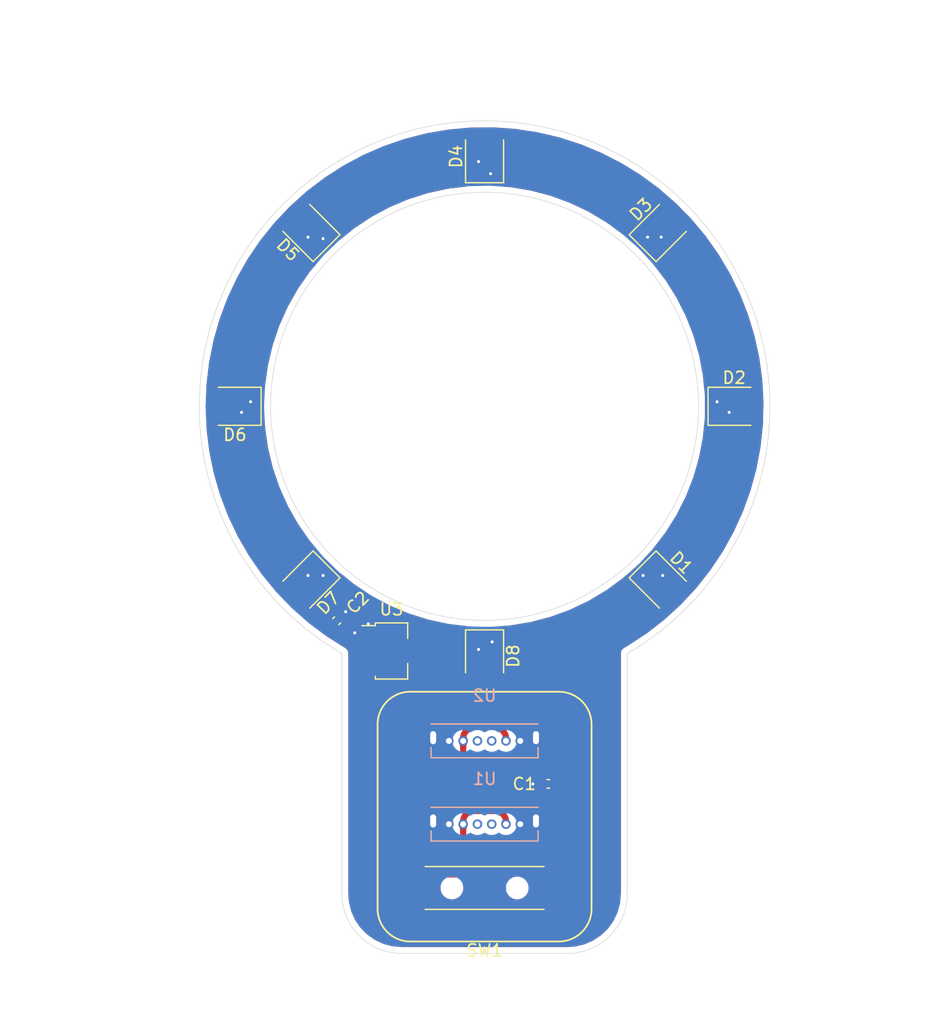
<source format=kicad_pcb>
(kicad_pcb (version 20171130) (host pcbnew "(5.1.10-1-10_14)")

  (general
    (thickness 1.6)
    (drawings 15)
    (tracks 423)
    (zones 0)
    (modules 14)
    (nets 6)
  )

  (page A4)
  (layers
    (0 F.Cu signal)
    (31 B.Cu signal)
    (32 B.Adhes user)
    (33 F.Adhes user)
    (34 B.Paste user)
    (35 F.Paste user)
    (36 B.SilkS user)
    (37 F.SilkS user)
    (38 B.Mask user)
    (39 F.Mask user)
    (40 Dwgs.User user)
    (41 Cmts.User user)
    (42 Eco1.User user)
    (43 Eco2.User user)
    (44 Edge.Cuts user)
    (45 Margin user)
    (46 B.CrtYd user)
    (47 F.CrtYd user)
    (48 B.Fab user)
    (49 F.Fab user)
  )

  (setup
    (last_trace_width 0.5)
    (user_trace_width 0.5)
    (trace_clearance 0.2)
    (zone_clearance 0.508)
    (zone_45_only no)
    (trace_min 0.2)
    (via_size 0.8)
    (via_drill 0.4)
    (via_min_size 0.4)
    (via_min_drill 0.254)
    (user_via 0.508 0.254)
    (uvia_size 0.3)
    (uvia_drill 0.1)
    (uvias_allowed no)
    (uvia_min_size 0.2)
    (uvia_min_drill 0.1)
    (edge_width 0.05)
    (segment_width 0.2)
    (pcb_text_width 0.3)
    (pcb_text_size 1.5 1.5)
    (mod_edge_width 0.12)
    (mod_text_size 1 1)
    (mod_text_width 0.15)
    (pad_size 1.524 1.524)
    (pad_drill 0.762)
    (pad_to_mask_clearance 0)
    (aux_axis_origin 0 0)
    (visible_elements FEFFFF7F)
    (pcbplotparams
      (layerselection 0x010fc_ffffffff)
      (usegerberextensions false)
      (usegerberattributes true)
      (usegerberadvancedattributes true)
      (creategerberjobfile true)
      (excludeedgelayer true)
      (linewidth 0.100000)
      (plotframeref false)
      (viasonmask false)
      (mode 1)
      (useauxorigin false)
      (hpglpennumber 1)
      (hpglpenspeed 20)
      (hpglpendiameter 15.000000)
      (psnegative false)
      (psa4output false)
      (plotreference false)
      (plotvalue false)
      (plotinvisibletext false)
      (padsonsilk false)
      (subtractmaskfromsilk false)
      (outputformat 1)
      (mirror false)
      (drillshape 0)
      (scaleselection 1)
      (outputdirectory "gerber/"))
  )

  (net 0 "")
  (net 1 GND)
  (net 2 +3V3)
  (net 3 VBUS3)
  (net 4 VBUS2)
  (net 5 VBUS1)

  (net_class Default "This is the default net class."
    (clearance 0.2)
    (trace_width 0.25)
    (via_dia 0.8)
    (via_drill 0.4)
    (uvia_dia 0.3)
    (uvia_drill 0.1)
    (add_net +3V3)
    (add_net GND)
    (add_net VBUS1)
    (add_net VBUS2)
    (add_net VBUS3)
  )

  (module switch:SS-1400S-L1 (layer F.Cu) (tedit 61686428) (tstamp 6168BE0D)
    (at 0 40.5)
    (path /616C4CAB)
    (fp_text reference SW1 (at 0 5.25) (layer F.SilkS)
      (effects (font (size 1 1) (thickness 0.15)))
    )
    (fp_text value DP3T (at 0 -5.25) (layer F.Fab)
      (effects (font (size 1 1) (thickness 0.15)))
    )
    (fp_line (start -5 -1.8) (end 5 -1.8) (layer F.SilkS) (width 0.12))
    (fp_line (start -5 1.8) (end 5 1.8) (layer F.SilkS) (width 0.12))
    (pad "" np_thru_hole circle (at 2.75 0) (size 0.9 0.9) (drill 0.9) (layers *.Cu *.Mask))
    (pad "" np_thru_hole circle (at -2.75 0) (size 0.9 0.9) (drill 0.9) (layers *.Cu *.Mask))
    (pad 8 smd rect (at 4 2.75) (size 0.9 1.5) (layers F.Cu F.Paste F.Mask))
    (pad 7 smd rect (at 2 2.75) (size 0.9 1.5) (layers F.Cu F.Paste F.Mask))
    (pad 6 smd rect (at 0 2.75) (size 0.9 1.5) (layers F.Cu F.Paste F.Mask))
    (pad 5 smd rect (at -4 2.75) (size 0.9 1.5) (layers F.Cu F.Paste F.Mask))
    (pad 4 smd rect (at 4 -2.75) (size 0.9 1.5) (layers F.Cu F.Paste F.Mask)
      (net 3 VBUS3))
    (pad 3 smd rect (at 2 -2.75) (size 0.9 1.5) (layers F.Cu F.Paste F.Mask)
      (net 4 VBUS2))
    (pad 2 smd rect (at 0 -2.75) (size 0.9 1.5) (layers F.Cu F.Paste F.Mask)
      (net 5 VBUS1))
    (pad 1 smd rect (at -4 -2.75) (size 0.9 1.5) (layers F.Cu F.Paste F.Mask))
  )

  (module Package_TO_SOT_SMD:SOT-89-3 (layer F.Cu) (tedit 5C33D6E8) (tstamp 6168AB33)
    (at -8.128 20.574)
    (descr "SOT-89-3, http://ww1.microchip.com/downloads/en/DeviceDoc/3L_SOT-89_MB_C04-029C.pdf")
    (tags SOT-89-3)
    (path /61692EBC)
    (attr smd)
    (fp_text reference U3 (at 0.3 -3.5) (layer F.SilkS)
      (effects (font (size 1 1) (thickness 0.15)))
    )
    (fp_text value AMS1117-3.3 (at 0.3 3.5) (layer F.Fab)
      (effects (font (size 1 1) (thickness 0.15)))
    )
    (fp_line (start 1.66 1.05) (end 1.66 2.36) (layer F.SilkS) (width 0.12))
    (fp_line (start 1.66 2.36) (end -1.06 2.36) (layer F.SilkS) (width 0.12))
    (fp_line (start -2.2 -2.13) (end -1.06 -2.13) (layer F.SilkS) (width 0.12))
    (fp_line (start 1.66 -2.36) (end 1.66 -1.05) (layer F.SilkS) (width 0.12))
    (fp_line (start -0.95 -1.25) (end 0.05 -2.25) (layer F.Fab) (width 0.1))
    (fp_line (start 1.55 -2.25) (end 1.55 2.25) (layer F.Fab) (width 0.1))
    (fp_line (start 1.55 2.25) (end -0.95 2.25) (layer F.Fab) (width 0.1))
    (fp_line (start -0.95 2.25) (end -0.95 -1.25) (layer F.Fab) (width 0.1))
    (fp_line (start 0.05 -2.25) (end 1.55 -2.25) (layer F.Fab) (width 0.1))
    (fp_line (start 2.55 -2.5) (end 2.55 2.5) (layer F.CrtYd) (width 0.05))
    (fp_line (start 2.55 -2.5) (end -2.55 -2.5) (layer F.CrtYd) (width 0.05))
    (fp_line (start -2.55 2.5) (end 2.55 2.5) (layer F.CrtYd) (width 0.05))
    (fp_line (start -2.55 2.5) (end -2.55 -2.5) (layer F.CrtYd) (width 0.05))
    (fp_line (start -1.06 -2.36) (end 1.66 -2.36) (layer F.SilkS) (width 0.12))
    (fp_line (start -1.06 -2.36) (end -1.06 -2.13) (layer F.SilkS) (width 0.12))
    (fp_line (start -1.06 2.36) (end -1.06 2.13) (layer F.SilkS) (width 0.12))
    (fp_text user %R (at 0.5 0 90) (layer F.Fab)
      (effects (font (size 1 1) (thickness 0.15)))
    )
    (pad 2 smd custom (at -1.5625 0) (size 1.475 0.9) (layers F.Cu F.Paste F.Mask)
      (net 2 +3V3) (zone_connect 2)
      (options (clearance outline) (anchor rect))
      (primitives
        (gr_poly (pts
           (xy 0.7375 -0.8665) (xy 3.8625 -0.8665) (xy 3.8625 0.8665) (xy 0.7375 0.8665)) (width 0))
      ))
    (pad 3 smd rect (at -1.65 1.5) (size 1.3 0.9) (layers F.Cu F.Paste F.Mask)
      (net 3 VBUS3))
    (pad 1 smd rect (at -1.65 -1.5) (size 1.3 0.9) (layers F.Cu F.Paste F.Mask)
      (net 1 GND))
    (model ${KISYS3DMOD}/Package_TO_SOT_SMD.3dshapes/SOT-89-3.wrl
      (at (xyz 0 0 0))
      (scale (xyz 1 1 1))
      (rotate (xyz 0 0 0))
    )
  )

  (module Connector_Custom:TYPE-C-31-D-01 (layer B.Cu) (tedit 61684BA8) (tstamp 6168AB1B)
    (at 0 28)
    (path /61686205)
    (fp_text reference U2 (at 0 -3.675) (layer B.SilkS)
      (effects (font (size 1 1) (thickness 0.15)) (justify mirror))
    )
    (fp_text value USB-C-6-PIN (at 0.254 -2.092) (layer B.Fab) hide
      (effects (font (size 1 1) (thickness 0.15)) (justify mirror))
    )
    (fp_line (start -4.5 1.555) (end -4.5 0.7) (layer B.SilkS) (width 0.12))
    (fp_line (start 4.5 1.555) (end 4.5 0.7) (layer B.SilkS) (width 0.12))
    (fp_line (start -4.5 -1.285) (end 4.5 -1.285) (layer B.SilkS) (width 0.12))
    (fp_line (start -4.5 1.555) (end 4.5 1.555) (layer B.SilkS) (width 0.12))
    (pad 6 thru_hole circle (at 3 0.135) (size 0.8 0.8) (drill 0.5) (layers *.Cu *.Mask)
      (net 1 GND))
    (pad 5 thru_hole circle (at 1.8 0.135) (size 0.8 0.8) (drill 0.5) (layers *.Cu *.Mask)
      (net 4 VBUS2))
    (pad 4 thru_hole circle (at 0.6 0.135) (size 0.8 0.8) (drill 0.5) (layers *.Cu *.Mask))
    (pad 3 thru_hole circle (at -0.6 0.135) (size 0.8 0.8) (drill 0.5) (layers *.Cu *.Mask))
    (pad 2 thru_hole circle (at -1.8 0.135) (size 0.8 0.8) (drill 0.5) (layers *.Cu *.Mask)
      (net 4 VBUS2))
    (pad 1 thru_hole circle (at -3 0.135) (size 0.8 0.8) (drill 0.5) (layers *.Cu *.Mask)
      (net 1 GND))
    (pad 7 thru_hole oval (at 4.325 -0.135) (size 0.8 1.5) (drill oval 0.5 1.1) (layers *.Cu *.Mask)
      (net 1 GND))
    (pad 7 thru_hole oval (at -4.325 -0.135) (size 0.8 1.5) (drill oval 0.5 1.1) (layers *.Cu *.Mask)
      (net 1 GND))
  )

  (module Connector_Custom:TYPE-C-31-D-01 (layer B.Cu) (tedit 61684BA8) (tstamp 6168AB0B)
    (at 0 35)
    (path /61685D97)
    (fp_text reference U1 (at 0 -3.675) (layer B.SilkS)
      (effects (font (size 1 1) (thickness 0.15)) (justify mirror))
    )
    (fp_text value USB-C-6-PIN (at 15.748 -1.98) (layer B.Fab) hide
      (effects (font (size 1 1) (thickness 0.15)) (justify mirror))
    )
    (fp_line (start -4.5 1.555) (end -4.5 0.7) (layer B.SilkS) (width 0.12))
    (fp_line (start 4.5 1.555) (end 4.5 0.7) (layer B.SilkS) (width 0.12))
    (fp_line (start -4.5 -1.285) (end 4.5 -1.285) (layer B.SilkS) (width 0.12))
    (fp_line (start -4.5 1.555) (end 4.5 1.555) (layer B.SilkS) (width 0.12))
    (pad 6 thru_hole circle (at 3 0.135) (size 0.8 0.8) (drill 0.5) (layers *.Cu *.Mask)
      (net 1 GND))
    (pad 5 thru_hole circle (at 1.8 0.135) (size 0.8 0.8) (drill 0.5) (layers *.Cu *.Mask)
      (net 5 VBUS1))
    (pad 4 thru_hole circle (at 0.6 0.135) (size 0.8 0.8) (drill 0.5) (layers *.Cu *.Mask))
    (pad 3 thru_hole circle (at -0.6 0.135) (size 0.8 0.8) (drill 0.5) (layers *.Cu *.Mask))
    (pad 2 thru_hole circle (at -1.8 0.135) (size 0.8 0.8) (drill 0.5) (layers *.Cu *.Mask)
      (net 5 VBUS1))
    (pad 1 thru_hole circle (at -3 0.135) (size 0.8 0.8) (drill 0.5) (layers *.Cu *.Mask)
      (net 1 GND))
    (pad 7 thru_hole oval (at 4.325 -0.135) (size 0.8 1.5) (drill oval 0.5 1.1) (layers *.Cu *.Mask)
      (net 1 GND))
    (pad 7 thru_hole oval (at -4.325 -0.135) (size 0.8 1.5) (drill oval 0.5 1.1) (layers *.Cu *.Mask)
      (net 1 GND))
  )

  (module LED_SMD:LED_PLCC_2835 (layer F.Cu) (tedit 5C652239) (tstamp 6168AF33)
    (at 0 21 270)
    (descr https://www.luckylight.cn/media/component/data-sheet/R2835BC-B2M-M10.pdf)
    (tags LED)
    (path /616A2263)
    (attr smd)
    (fp_text reference D8 (at 0 -2.4 90) (layer F.SilkS)
      (effects (font (size 1 1) (thickness 0.15)))
    )
    (fp_text value LED (at 0 2.475 90) (layer F.Fab)
      (effects (font (size 1 1) (thickness 0.15)))
    )
    (fp_line (start 2.25 -1.65) (end 2.25 1.65) (layer F.CrtYd) (width 0.05))
    (fp_line (start -2.25 -1.65) (end 2.25 -1.65) (layer F.CrtYd) (width 0.05))
    (fp_line (start -2.25 1.65) (end -2.25 -1.65) (layer F.CrtYd) (width 0.05))
    (fp_line (start 2.25 1.65) (end -2.25 1.65) (layer F.CrtYd) (width 0.05))
    (fp_line (start 1.4 -1.6) (end -2.2 -1.6) (layer F.SilkS) (width 0.12))
    (fp_line (start 1.4 1.6) (end -2.2 1.6) (layer F.SilkS) (width 0.12))
    (fp_line (start 1.75 -1.4) (end 1.75 1.4) (layer F.Fab) (width 0.1))
    (fp_line (start -1.05 -1.4) (end 1.75 -1.4) (layer F.Fab) (width 0.1))
    (fp_line (start -1.75 1.4) (end -1.75 -0.7) (layer F.Fab) (width 0.1))
    (fp_line (start 1.75 1.4) (end -1.75 1.4) (layer F.Fab) (width 0.1))
    (fp_line (start -2.2 -1.6) (end -2.2 1.6) (layer F.SilkS) (width 0.12))
    (fp_line (start -1.05 -1.4) (end -1.75 -0.7) (layer F.Fab) (width 0.1))
    (fp_text user %R (at 0 0 90) (layer F.Fab)
      (effects (font (size 0.9 0.9) (thickness 0.135)))
    )
    (pad 2 smd rect (at 1.375 0 270) (size 1.25 2.2) (layers F.Cu F.Paste F.Mask)
      (net 2 +3V3))
    (pad 1 smd rect (at -0.9 0 270) (size 2.2 2.2) (layers F.Cu F.Paste F.Mask)
      (net 1 GND))
    (model ${KISYS3DMOD}/LED_SMD.3dshapes/LED_PLCC_2835.wrl
      (at (xyz 0 0 0))
      (scale (xyz 1 1 1))
      (rotate (xyz 0 0 0))
    )
  )

  (module LED_SMD:LED_PLCC_2835 (layer F.Cu) (tedit 5C652239) (tstamp 6168AAE8)
    (at -14.849242 14.849242 225)
    (descr https://www.luckylight.cn/media/component/data-sheet/R2835BC-B2M-M10.pdf)
    (tags LED)
    (path /616A1EDF)
    (attr smd)
    (fp_text reference D7 (at 0 -2.4 45) (layer F.SilkS)
      (effects (font (size 1 1) (thickness 0.15)))
    )
    (fp_text value LED (at 0 2.475 45) (layer F.Fab)
      (effects (font (size 1 1) (thickness 0.15)))
    )
    (fp_line (start 2.25 -1.65) (end 2.25 1.65) (layer F.CrtYd) (width 0.05))
    (fp_line (start -2.25 -1.65) (end 2.25 -1.65) (layer F.CrtYd) (width 0.05))
    (fp_line (start -2.25 1.65) (end -2.25 -1.65) (layer F.CrtYd) (width 0.05))
    (fp_line (start 2.25 1.65) (end -2.25 1.65) (layer F.CrtYd) (width 0.05))
    (fp_line (start 1.4 -1.6) (end -2.2 -1.6) (layer F.SilkS) (width 0.12))
    (fp_line (start 1.4 1.6) (end -2.2 1.6) (layer F.SilkS) (width 0.12))
    (fp_line (start 1.75 -1.4) (end 1.75 1.4) (layer F.Fab) (width 0.1))
    (fp_line (start -1.05 -1.4) (end 1.75 -1.4) (layer F.Fab) (width 0.1))
    (fp_line (start -1.75 1.4) (end -1.75 -0.7) (layer F.Fab) (width 0.1))
    (fp_line (start 1.75 1.4) (end -1.75 1.4) (layer F.Fab) (width 0.1))
    (fp_line (start -2.2 -1.6) (end -2.2 1.6) (layer F.SilkS) (width 0.12))
    (fp_line (start -1.05 -1.4) (end -1.75 -0.7) (layer F.Fab) (width 0.1))
    (fp_text user %R (at 0 0 45) (layer F.Fab)
      (effects (font (size 0.9 0.9) (thickness 0.135)))
    )
    (pad 2 smd rect (at 1.375 0 225) (size 1.25 2.2) (layers F.Cu F.Paste F.Mask)
      (net 2 +3V3))
    (pad 1 smd rect (at -0.9 0 225) (size 2.2 2.2) (layers F.Cu F.Paste F.Mask)
      (net 1 GND))
    (model ${KISYS3DMOD}/LED_SMD.3dshapes/LED_PLCC_2835.wrl
      (at (xyz 0 0 0))
      (scale (xyz 1 1 1))
      (rotate (xyz 0 0 0))
    )
  )

  (module LED_SMD:LED_PLCC_2835 (layer F.Cu) (tedit 5C652239) (tstamp 6168AAD5)
    (at -21 0 180)
    (descr https://www.luckylight.cn/media/component/data-sheet/R2835BC-B2M-M10.pdf)
    (tags LED)
    (path /616A1796)
    (attr smd)
    (fp_text reference D6 (at 0 -2.4) (layer F.SilkS)
      (effects (font (size 1 1) (thickness 0.15)))
    )
    (fp_text value LED (at 0 2.475) (layer F.Fab)
      (effects (font (size 1 1) (thickness 0.15)))
    )
    (fp_line (start 2.25 -1.65) (end 2.25 1.65) (layer F.CrtYd) (width 0.05))
    (fp_line (start -2.25 -1.65) (end 2.25 -1.65) (layer F.CrtYd) (width 0.05))
    (fp_line (start -2.25 1.65) (end -2.25 -1.65) (layer F.CrtYd) (width 0.05))
    (fp_line (start 2.25 1.65) (end -2.25 1.65) (layer F.CrtYd) (width 0.05))
    (fp_line (start 1.4 -1.6) (end -2.2 -1.6) (layer F.SilkS) (width 0.12))
    (fp_line (start 1.4 1.6) (end -2.2 1.6) (layer F.SilkS) (width 0.12))
    (fp_line (start 1.75 -1.4) (end 1.75 1.4) (layer F.Fab) (width 0.1))
    (fp_line (start -1.05 -1.4) (end 1.75 -1.4) (layer F.Fab) (width 0.1))
    (fp_line (start -1.75 1.4) (end -1.75 -0.7) (layer F.Fab) (width 0.1))
    (fp_line (start 1.75 1.4) (end -1.75 1.4) (layer F.Fab) (width 0.1))
    (fp_line (start -2.2 -1.6) (end -2.2 1.6) (layer F.SilkS) (width 0.12))
    (fp_line (start -1.05 -1.4) (end -1.75 -0.7) (layer F.Fab) (width 0.1))
    (fp_text user %R (at 0 0) (layer F.Fab)
      (effects (font (size 0.9 0.9) (thickness 0.135)))
    )
    (pad 2 smd rect (at 1.375 0 180) (size 1.25 2.2) (layers F.Cu F.Paste F.Mask)
      (net 2 +3V3))
    (pad 1 smd rect (at -0.9 0 180) (size 2.2 2.2) (layers F.Cu F.Paste F.Mask)
      (net 1 GND))
    (model ${KISYS3DMOD}/LED_SMD.3dshapes/LED_PLCC_2835.wrl
      (at (xyz 0 0 0))
      (scale (xyz 1 1 1))
      (rotate (xyz 0 0 0))
    )
  )

  (module LED_SMD:LED_PLCC_2835 (layer F.Cu) (tedit 5C652239) (tstamp 6168AAC2)
    (at -14.849242 -14.849242 135)
    (descr https://www.luckylight.cn/media/component/data-sheet/R2835BC-B2M-M10.pdf)
    (tags LED)
    (path /616A131F)
    (attr smd)
    (fp_text reference D5 (at 0 -2.4 135) (layer F.SilkS)
      (effects (font (size 1 1) (thickness 0.15)))
    )
    (fp_text value LED (at 0 2.475 135) (layer F.Fab)
      (effects (font (size 1 1) (thickness 0.15)))
    )
    (fp_line (start 2.25 -1.65) (end 2.25 1.65) (layer F.CrtYd) (width 0.05))
    (fp_line (start -2.25 -1.65) (end 2.25 -1.65) (layer F.CrtYd) (width 0.05))
    (fp_line (start -2.25 1.65) (end -2.25 -1.65) (layer F.CrtYd) (width 0.05))
    (fp_line (start 2.25 1.65) (end -2.25 1.65) (layer F.CrtYd) (width 0.05))
    (fp_line (start 1.4 -1.6) (end -2.2 -1.6) (layer F.SilkS) (width 0.12))
    (fp_line (start 1.4 1.6) (end -2.2 1.6) (layer F.SilkS) (width 0.12))
    (fp_line (start 1.75 -1.4) (end 1.75 1.4) (layer F.Fab) (width 0.1))
    (fp_line (start -1.05 -1.4) (end 1.75 -1.4) (layer F.Fab) (width 0.1))
    (fp_line (start -1.75 1.4) (end -1.75 -0.7) (layer F.Fab) (width 0.1))
    (fp_line (start 1.75 1.4) (end -1.75 1.4) (layer F.Fab) (width 0.1))
    (fp_line (start -2.2 -1.6) (end -2.2 1.6) (layer F.SilkS) (width 0.12))
    (fp_line (start -1.05 -1.4) (end -1.75 -0.7) (layer F.Fab) (width 0.1))
    (fp_text user %R (at 0 0 135) (layer F.Fab)
      (effects (font (size 0.9 0.9) (thickness 0.135)))
    )
    (pad 2 smd rect (at 1.375 0 135) (size 1.25 2.2) (layers F.Cu F.Paste F.Mask)
      (net 2 +3V3))
    (pad 1 smd rect (at -0.9 0 135) (size 2.2 2.2) (layers F.Cu F.Paste F.Mask)
      (net 1 GND))
    (model ${KISYS3DMOD}/LED_SMD.3dshapes/LED_PLCC_2835.wrl
      (at (xyz 0 0 0))
      (scale (xyz 1 1 1))
      (rotate (xyz 0 0 0))
    )
  )

  (module LED_SMD:LED_PLCC_2835 (layer F.Cu) (tedit 5C652239) (tstamp 6168AAAF)
    (at 0 -21 90)
    (descr https://www.luckylight.cn/media/component/data-sheet/R2835BC-B2M-M10.pdf)
    (tags LED)
    (path /616A0E25)
    (attr smd)
    (fp_text reference D4 (at 0 -2.4 90) (layer F.SilkS)
      (effects (font (size 1 1) (thickness 0.15)))
    )
    (fp_text value LED (at 0 2.475 90) (layer F.Fab)
      (effects (font (size 1 1) (thickness 0.15)))
    )
    (fp_line (start 2.25 -1.65) (end 2.25 1.65) (layer F.CrtYd) (width 0.05))
    (fp_line (start -2.25 -1.65) (end 2.25 -1.65) (layer F.CrtYd) (width 0.05))
    (fp_line (start -2.25 1.65) (end -2.25 -1.65) (layer F.CrtYd) (width 0.05))
    (fp_line (start 2.25 1.65) (end -2.25 1.65) (layer F.CrtYd) (width 0.05))
    (fp_line (start 1.4 -1.6) (end -2.2 -1.6) (layer F.SilkS) (width 0.12))
    (fp_line (start 1.4 1.6) (end -2.2 1.6) (layer F.SilkS) (width 0.12))
    (fp_line (start 1.75 -1.4) (end 1.75 1.4) (layer F.Fab) (width 0.1))
    (fp_line (start -1.05 -1.4) (end 1.75 -1.4) (layer F.Fab) (width 0.1))
    (fp_line (start -1.75 1.4) (end -1.75 -0.7) (layer F.Fab) (width 0.1))
    (fp_line (start 1.75 1.4) (end -1.75 1.4) (layer F.Fab) (width 0.1))
    (fp_line (start -2.2 -1.6) (end -2.2 1.6) (layer F.SilkS) (width 0.12))
    (fp_line (start -1.05 -1.4) (end -1.75 -0.7) (layer F.Fab) (width 0.1))
    (fp_text user %R (at 0 0 90) (layer F.Fab)
      (effects (font (size 0.9 0.9) (thickness 0.135)))
    )
    (pad 2 smd rect (at 1.375 0 90) (size 1.25 2.2) (layers F.Cu F.Paste F.Mask)
      (net 2 +3V3))
    (pad 1 smd rect (at -0.9 0 90) (size 2.2 2.2) (layers F.Cu F.Paste F.Mask)
      (net 1 GND))
    (model ${KISYS3DMOD}/LED_SMD.3dshapes/LED_PLCC_2835.wrl
      (at (xyz 0 0 0))
      (scale (xyz 1 1 1))
      (rotate (xyz 0 0 0))
    )
  )

  (module LED_SMD:LED_PLCC_2835 (layer F.Cu) (tedit 5C652239) (tstamp 6168AA9C)
    (at 14.849242 -14.849242 45)
    (descr https://www.luckylight.cn/media/component/data-sheet/R2835BC-B2M-M10.pdf)
    (tags LED)
    (path /616A09A9)
    (attr smd)
    (fp_text reference D3 (at 0 -2.4 45) (layer F.SilkS)
      (effects (font (size 1 1) (thickness 0.15)))
    )
    (fp_text value LED (at 0 2.475 45) (layer F.Fab)
      (effects (font (size 1 1) (thickness 0.15)))
    )
    (fp_line (start 2.25 -1.65) (end 2.25 1.65) (layer F.CrtYd) (width 0.05))
    (fp_line (start -2.25 -1.65) (end 2.25 -1.65) (layer F.CrtYd) (width 0.05))
    (fp_line (start -2.25 1.65) (end -2.25 -1.65) (layer F.CrtYd) (width 0.05))
    (fp_line (start 2.25 1.65) (end -2.25 1.65) (layer F.CrtYd) (width 0.05))
    (fp_line (start 1.4 -1.6) (end -2.2 -1.6) (layer F.SilkS) (width 0.12))
    (fp_line (start 1.4 1.6) (end -2.2 1.6) (layer F.SilkS) (width 0.12))
    (fp_line (start 1.75 -1.4) (end 1.75 1.4) (layer F.Fab) (width 0.1))
    (fp_line (start -1.05 -1.4) (end 1.75 -1.4) (layer F.Fab) (width 0.1))
    (fp_line (start -1.75 1.4) (end -1.75 -0.7) (layer F.Fab) (width 0.1))
    (fp_line (start 1.75 1.4) (end -1.75 1.4) (layer F.Fab) (width 0.1))
    (fp_line (start -2.2 -1.6) (end -2.2 1.6) (layer F.SilkS) (width 0.12))
    (fp_line (start -1.05 -1.4) (end -1.75 -0.7) (layer F.Fab) (width 0.1))
    (fp_text user %R (at 0 0 45) (layer F.Fab)
      (effects (font (size 0.9 0.9) (thickness 0.135)))
    )
    (pad 2 smd rect (at 1.375 0 45) (size 1.25 2.2) (layers F.Cu F.Paste F.Mask)
      (net 2 +3V3))
    (pad 1 smd rect (at -0.9 0 45) (size 2.2 2.2) (layers F.Cu F.Paste F.Mask)
      (net 1 GND))
    (model ${KISYS3DMOD}/LED_SMD.3dshapes/LED_PLCC_2835.wrl
      (at (xyz 0 0 0))
      (scale (xyz 1 1 1))
      (rotate (xyz 0 0 0))
    )
  )

  (module LED_SMD:LED_PLCC_2835 (layer F.Cu) (tedit 5C652239) (tstamp 6168AA89)
    (at 21 0)
    (descr https://www.luckylight.cn/media/component/data-sheet/R2835BC-B2M-M10.pdf)
    (tags LED)
    (path /616A0489)
    (attr smd)
    (fp_text reference D2 (at 0 -2.4) (layer F.SilkS)
      (effects (font (size 1 1) (thickness 0.15)))
    )
    (fp_text value LED (at 0 2.475) (layer F.Fab)
      (effects (font (size 1 1) (thickness 0.15)))
    )
    (fp_line (start 2.25 -1.65) (end 2.25 1.65) (layer F.CrtYd) (width 0.05))
    (fp_line (start -2.25 -1.65) (end 2.25 -1.65) (layer F.CrtYd) (width 0.05))
    (fp_line (start -2.25 1.65) (end -2.25 -1.65) (layer F.CrtYd) (width 0.05))
    (fp_line (start 2.25 1.65) (end -2.25 1.65) (layer F.CrtYd) (width 0.05))
    (fp_line (start 1.4 -1.6) (end -2.2 -1.6) (layer F.SilkS) (width 0.12))
    (fp_line (start 1.4 1.6) (end -2.2 1.6) (layer F.SilkS) (width 0.12))
    (fp_line (start 1.75 -1.4) (end 1.75 1.4) (layer F.Fab) (width 0.1))
    (fp_line (start -1.05 -1.4) (end 1.75 -1.4) (layer F.Fab) (width 0.1))
    (fp_line (start -1.75 1.4) (end -1.75 -0.7) (layer F.Fab) (width 0.1))
    (fp_line (start 1.75 1.4) (end -1.75 1.4) (layer F.Fab) (width 0.1))
    (fp_line (start -2.2 -1.6) (end -2.2 1.6) (layer F.SilkS) (width 0.12))
    (fp_line (start -1.05 -1.4) (end -1.75 -0.7) (layer F.Fab) (width 0.1))
    (fp_text user %R (at 0 0) (layer F.Fab)
      (effects (font (size 0.9 0.9) (thickness 0.135)))
    )
    (pad 2 smd rect (at 1.375 0) (size 1.25 2.2) (layers F.Cu F.Paste F.Mask)
      (net 2 +3V3))
    (pad 1 smd rect (at -0.9 0) (size 2.2 2.2) (layers F.Cu F.Paste F.Mask)
      (net 1 GND))
    (model ${KISYS3DMOD}/LED_SMD.3dshapes/LED_PLCC_2835.wrl
      (at (xyz 0 0 0))
      (scale (xyz 1 1 1))
      (rotate (xyz 0 0 0))
    )
  )

  (module LED_SMD:LED_PLCC_2835 (layer F.Cu) (tedit 5C652239) (tstamp 6168AA76)
    (at 14.849242 14.849242 315)
    (descr https://www.luckylight.cn/media/component/data-sheet/R2835BC-B2M-M10.pdf)
    (tags LED)
    (path /6169CB08)
    (attr smd)
    (fp_text reference D1 (at 0 -2.4 135) (layer F.SilkS)
      (effects (font (size 1 1) (thickness 0.15)))
    )
    (fp_text value LED (at 0 2.475 135) (layer F.Fab)
      (effects (font (size 1 1) (thickness 0.15)))
    )
    (fp_line (start 2.25 -1.65) (end 2.25 1.65) (layer F.CrtYd) (width 0.05))
    (fp_line (start -2.25 -1.65) (end 2.25 -1.65) (layer F.CrtYd) (width 0.05))
    (fp_line (start -2.25 1.65) (end -2.25 -1.65) (layer F.CrtYd) (width 0.05))
    (fp_line (start 2.25 1.65) (end -2.25 1.65) (layer F.CrtYd) (width 0.05))
    (fp_line (start 1.4 -1.6) (end -2.2 -1.6) (layer F.SilkS) (width 0.12))
    (fp_line (start 1.4 1.6) (end -2.2 1.6) (layer F.SilkS) (width 0.12))
    (fp_line (start 1.75 -1.4) (end 1.75 1.4) (layer F.Fab) (width 0.1))
    (fp_line (start -1.05 -1.4) (end 1.75 -1.4) (layer F.Fab) (width 0.1))
    (fp_line (start -1.75 1.4) (end -1.75 -0.7) (layer F.Fab) (width 0.1))
    (fp_line (start 1.75 1.4) (end -1.75 1.4) (layer F.Fab) (width 0.1))
    (fp_line (start -2.2 -1.6) (end -2.2 1.6) (layer F.SilkS) (width 0.12))
    (fp_line (start -1.05 -1.4) (end -1.75 -0.7) (layer F.Fab) (width 0.1))
    (fp_text user %R (at 0.625242 0.117242 135) (layer F.Fab)
      (effects (font (size 0.9 0.9) (thickness 0.135)))
    )
    (pad 2 smd rect (at 1.375 0 315) (size 1.25 2.2) (layers F.Cu F.Paste F.Mask)
      (net 2 +3V3))
    (pad 1 smd rect (at -0.9 0 315) (size 2.2 2.2) (layers F.Cu F.Paste F.Mask)
      (net 1 GND))
    (model ${KISYS3DMOD}/LED_SMD.3dshapes/LED_PLCC_2835.wrl
      (at (xyz 0 0 0))
      (scale (xyz 1 1 1))
      (rotate (xyz 0 0 0))
    )
  )

  (module Capacitor_SMD:C_0402_1005Metric (layer F.Cu) (tedit 5F68FEEE) (tstamp 6168CC69)
    (at -12.446 18.034 45)
    (descr "Capacitor SMD 0402 (1005 Metric), square (rectangular) end terminal, IPC_7351 nominal, (Body size source: IPC-SM-782 page 76, https://www.pcb-3d.com/wordpress/wp-content/uploads/ipc-sm-782a_amendment_1_and_2.pdf), generated with kicad-footprint-generator")
    (tags capacitor)
    (path /6169700F)
    (attr smd)
    (fp_text reference C2 (at 2.334867 0.179605 45) (layer F.SilkS)
      (effects (font (size 1 1) (thickness 0.15)))
    )
    (fp_text value 10uF (at -0.762 -0.762 45) (layer F.Fab) hide
      (effects (font (size 1 1) (thickness 0.15)))
    )
    (fp_line (start -0.5 0.25) (end -0.5 -0.25) (layer F.Fab) (width 0.1))
    (fp_line (start -0.5 -0.25) (end 0.5 -0.25) (layer F.Fab) (width 0.1))
    (fp_line (start 0.5 -0.25) (end 0.5 0.25) (layer F.Fab) (width 0.1))
    (fp_line (start 0.5 0.25) (end -0.5 0.25) (layer F.Fab) (width 0.1))
    (fp_line (start -0.107836 -0.36) (end 0.107836 -0.36) (layer F.SilkS) (width 0.12))
    (fp_line (start -0.107836 0.36) (end 0.107836 0.36) (layer F.SilkS) (width 0.12))
    (fp_line (start -0.91 0.46) (end -0.91 -0.46) (layer F.CrtYd) (width 0.05))
    (fp_line (start -0.91 -0.46) (end 0.91 -0.46) (layer F.CrtYd) (width 0.05))
    (fp_line (start 0.91 -0.46) (end 0.91 0.46) (layer F.CrtYd) (width 0.05))
    (fp_line (start 0.91 0.46) (end -0.91 0.46) (layer F.CrtYd) (width 0.05))
    (fp_text user %R (at 0 0 45) (layer F.Fab)
      (effects (font (size 0.25 0.25) (thickness 0.04)))
    )
    (pad 2 smd roundrect (at 0.48 0 45) (size 0.56 0.62) (layers F.Cu F.Paste F.Mask) (roundrect_rratio 0.25)
      (net 1 GND))
    (pad 1 smd roundrect (at -0.48 0 45) (size 0.56 0.62) (layers F.Cu F.Paste F.Mask) (roundrect_rratio 0.25)
      (net 2 +3V3))
    (model ${KISYS3DMOD}/Capacitor_SMD.3dshapes/C_0402_1005Metric.wrl
      (at (xyz 0 0 0))
      (scale (xyz 1 1 1))
      (rotate (xyz 0 0 0))
    )
  )

  (module Capacitor_SMD:C_0402_1005Metric (layer F.Cu) (tedit 5F68FEEE) (tstamp 6168AA52)
    (at 5.364 31.75 180)
    (descr "Capacitor SMD 0402 (1005 Metric), square (rectangular) end terminal, IPC_7351 nominal, (Body size source: IPC-SM-782 page 76, https://www.pcb-3d.com/wordpress/wp-content/uploads/ipc-sm-782a_amendment_1_and_2.pdf), generated with kicad-footprint-generator")
    (tags capacitor)
    (path /61696911)
    (attr smd)
    (fp_text reference C1 (at 2.032 0) (layer F.SilkS)
      (effects (font (size 1 1) (thickness 0.15)))
    )
    (fp_text value 10uF (at 0 1.16) (layer F.Fab)
      (effects (font (size 1 1) (thickness 0.15)))
    )
    (fp_line (start -0.5 0.25) (end -0.5 -0.25) (layer F.Fab) (width 0.1))
    (fp_line (start -0.5 -0.25) (end 0.5 -0.25) (layer F.Fab) (width 0.1))
    (fp_line (start 0.5 -0.25) (end 0.5 0.25) (layer F.Fab) (width 0.1))
    (fp_line (start 0.5 0.25) (end -0.5 0.25) (layer F.Fab) (width 0.1))
    (fp_line (start -0.107836 -0.36) (end 0.107836 -0.36) (layer F.SilkS) (width 0.12))
    (fp_line (start -0.107836 0.36) (end 0.107836 0.36) (layer F.SilkS) (width 0.12))
    (fp_line (start -0.91 0.46) (end -0.91 -0.46) (layer F.CrtYd) (width 0.05))
    (fp_line (start -0.91 -0.46) (end 0.91 -0.46) (layer F.CrtYd) (width 0.05))
    (fp_line (start 0.91 -0.46) (end 0.91 0.46) (layer F.CrtYd) (width 0.05))
    (fp_line (start 0.91 0.46) (end -0.91 0.46) (layer F.CrtYd) (width 0.05))
    (fp_text user %R (at 0 0) (layer F.Fab)
      (effects (font (size 0.25 0.25) (thickness 0.04)))
    )
    (pad 2 smd roundrect (at 0.48 0 180) (size 0.56 0.62) (layers F.Cu F.Paste F.Mask) (roundrect_rratio 0.25)
      (net 1 GND))
    (pad 1 smd roundrect (at -0.48 0 180) (size 0.56 0.62) (layers F.Cu F.Paste F.Mask) (roundrect_rratio 0.25)
      (net 3 VBUS3))
    (model ${KISYS3DMOD}/Capacitor_SMD.3dshapes/C_0402_1005Metric.wrl
      (at (xyz 0 0 0))
      (scale (xyz 1 1 1))
      (rotate (xyz 0 0 0))
    )
  )

  (gr_arc (start -6.25 42.25) (end -9 42.25) (angle -90) (layer F.SilkS) (width 0.15))
  (gr_arc (start 6.25 42.25) (end 6.25 45) (angle -90) (layer F.SilkS) (width 0.15))
  (gr_arc (start 6.25 26.75) (end 9 26.75) (angle -90) (layer F.SilkS) (width 0.15))
  (gr_arc (start -6.25 26.75) (end -6.25 24) (angle -90) (layer F.SilkS) (width 0.15))
  (gr_line (start -6.25 24) (end 6.25 24) (layer F.SilkS) (width 0.15) (tstamp 61692CA8))
  (gr_line (start 9 26.75) (end 9 42.25) (layer F.SilkS) (width 0.15))
  (gr_line (start -6.25 45) (end 6.25 45) (layer F.SilkS) (width 0.15))
  (gr_line (start -9 26.75) (end -9 42.25) (layer F.SilkS) (width 0.15))
  (gr_arc (start 7 41) (end 7 46) (angle -90) (layer Edge.Cuts) (width 0.05))
  (gr_arc (start -7 41) (end -12 41) (angle -90) (layer Edge.Cuts) (width 0.05))
  (gr_circle (center 0 0) (end 18 0) (layer Edge.Cuts) (width 0.05))
  (gr_line (start -7 46) (end 7 46) (layer Edge.Cuts) (width 0.05))
  (gr_line (start 12 20.78461) (end 12 41) (layer Edge.Cuts) (width 0.05))
  (gr_line (start -12 20.78461) (end -12 41) (layer Edge.Cuts) (width 0.05))
  (gr_arc (start 0 0) (end -12 20.78461) (angle 300) (layer Edge.Cuts) (width 0.05))

  (via (at 0.635 19.812) (size 0.508) (drill 0.254) (layers F.Cu B.Cu) (net 1))
  (via (at -0.508 20.447) (size 0.508) (drill 0.254) (layers F.Cu B.Cu) (net 1))
  (via (at 14.986 14.224) (size 0.508) (drill 0.254) (layers F.Cu B.Cu) (net 1))
  (via (at 13.335 14.224) (size 0.508) (drill 0.254) (layers F.Cu B.Cu) (net 1))
  (via (at 20.574 0.508) (size 0.508) (drill 0.254) (layers F.Cu B.Cu) (net 1))
  (via (at 19.558 -0.381) (size 0.508) (drill 0.254) (layers F.Cu B.Cu) (net 1))
  (via (at 14.859 -14.224) (size 0.508) (drill 0.254) (layers F.Cu B.Cu) (net 1))
  (via (at 13.716 -14.224) (size 0.508) (drill 0.254) (layers F.Cu B.Cu) (net 1))
  (via (at 0.508 -19.558) (size 0.508) (drill 0.254) (layers F.Cu B.Cu) (net 1))
  (via (at -0.508 -20.574) (size 0.508) (drill 0.254) (layers F.Cu B.Cu) (net 1))
  (via (at -13.589 -14.097) (size 0.508) (drill 0.254) (layers F.Cu B.Cu) (net 1))
  (via (at -14.859 -14.224) (size 0.508) (drill 0.254) (layers F.Cu B.Cu) (net 1))
  (via (at -19.685 -0.381) (size 0.508) (drill 0.254) (layers F.Cu B.Cu) (net 1))
  (via (at -20.447 0.508) (size 0.508) (drill 0.254) (layers F.Cu B.Cu) (net 1))
  (via (at -13.589 14.224) (size 0.508) (drill 0.254) (layers F.Cu B.Cu) (net 1))
  (via (at -14.859 14.224) (size 0.508) (drill 0.254) (layers F.Cu B.Cu) (net 1))
  (via (at -11.684 17.272) (size 0.508) (drill 0.254) (layers F.Cu B.Cu) (net 1))
  (segment (start -12.106589 17.694589) (end -11.684 17.272) (width 0.25) (layer F.Cu) (net 1))
  (via (at -10.922 19.05) (size 0.508) (drill 0.254) (layers F.Cu B.Cu) (net 1))
  (segment (start -10.898 19.074) (end -10.922 19.05) (width 0.5) (layer F.Cu) (net 1))
  (segment (start -9.778 19.074) (end -10.898 19.074) (width 0.5) (layer F.Cu) (net 1))
  (via (at -9.779 18.28799) (size 0.508) (drill 0.254) (layers F.Cu B.Cu) (net 1))
  (segment (start -9.778 19.074) (end -9.778 18.28899) (width 0.25) (layer F.Cu) (net 1))
  (segment (start -9.778 18.28899) (end -9.779 18.28799) (width 0.25) (layer F.Cu) (net 1))
  (via (at 4.064 31.75) (size 0.508) (drill 0.254) (layers F.Cu B.Cu) (net 1))
  (segment (start 4.854 31.75) (end 4.064 31.75) (width 0.5) (layer F.Cu) (net 1))
  (segment (start 5.204842 37.467157) (end 5.170513 37.499839) (width 0.5) (layer F.Cu) (net 3) (tstamp 173))
  (segment (start 5.170513 37.499839) (end 5.134623 37.530799) (width 0.5) (layer F.Cu) (net 3) (tstamp 173))
  (segment (start 5.134623 37.530799) (end 5.097257 37.559959) (width 0.5) (layer F.Cu) (net 3) (tstamp 173))
  (segment (start 5.097257 37.559959) (end 5.058505 37.587252) (width 0.5) (layer F.Cu) (net 3) (tstamp 173))
  (segment (start 5.058505 37.587252) (end 5.01846 37.61261) (width 0.5) (layer F.Cu) (net 3) (tstamp 173))
  (segment (start 5.01846 37.61261) (end 4.97722 37.635972) (width 0.5) (layer F.Cu) (net 3) (tstamp 173))
  (segment (start 4.97722 37.635972) (end 4.934883 37.657283) (width 0.5) (layer F.Cu) (net 3) (tstamp 173))
  (segment (start 4.934883 37.657283) (end 4.891551 37.676491) (width 0.5) (layer F.Cu) (net 3) (tstamp 173))
  (segment (start 4.891551 37.676491) (end 4.847329 37.693549) (width 0.5) (layer F.Cu) (net 3) (tstamp 173))
  (segment (start 4.847329 37.693549) (end 4.802323 37.708417) (width 0.5) (layer F.Cu) (net 3) (tstamp 173))
  (segment (start 4.802323 37.708417) (end 4.756642 37.721059) (width 0.5) (layer F.Cu) (net 3) (tstamp 173))
  (segment (start 4.756642 37.721059) (end 4.710395 37.731444) (width 0.5) (layer F.Cu) (net 3) (tstamp 173))
  (segment (start 4.710395 37.731444) (end 4.663695 37.739547) (width 0.5) (layer F.Cu) (net 3) (tstamp 173))
  (segment (start 4.663695 37.739547) (end 4.616653 37.745349) (width 0.5) (layer F.Cu) (net 3) (tstamp 173))
  (segment (start 4.616653 37.745349) (end 4.569383 37.748836) (width 0.5) (layer F.Cu) (net 3) (tstamp 173))
  (segment (start 4.569383 37.748836) (end 4.522 37.75) (width 0.5) (layer F.Cu) (net 3) (tstamp 173))
  (segment (start 4.522 37.75) (end 4 37.75) (width 0.5) (layer F.Cu) (net 3))
  (segment (start 5.842 36.33) (end 5.840545 36.389229) (width 0.5) (layer F.Cu) (net 3) (tstamp 173))
  (segment (start 5.840545 36.389229) (end 5.836187 36.448317) (width 0.5) (layer F.Cu) (net 3) (tstamp 173))
  (segment (start 5.836187 36.448317) (end 5.828934 36.507119) (width 0.5) (layer F.Cu) (net 3) (tstamp 173))
  (segment (start 5.828934 36.507119) (end 5.818805 36.565494) (width 0.5) (layer F.Cu) (net 3) (tstamp 173))
  (segment (start 5.818805 36.565494) (end 5.805824 36.623302) (width 0.5) (layer F.Cu) (net 3) (tstamp 173))
  (segment (start 5.805824 36.623302) (end 5.790021 36.680404) (width 0.5) (layer F.Cu) (net 3) (tstamp 173))
  (segment (start 5.790021 36.680404) (end 5.771436 36.736661) (width 0.5) (layer F.Cu) (net 3) (tstamp 173))
  (segment (start 5.771436 36.736661) (end 5.750113 36.791939) (width 0.5) (layer F.Cu) (net 3) (tstamp 173))
  (segment (start 5.750113 36.791939) (end 5.726104 36.846104) (width 0.5) (layer F.Cu) (net 3) (tstamp 173))
  (segment (start 5.726104 36.846104) (end 5.699465 36.899025) (width 0.5) (layer F.Cu) (net 3) (tstamp 173))
  (segment (start 5.699465 36.899025) (end 5.670262 36.950576) (width 0.5) (layer F.Cu) (net 3) (tstamp 173))
  (segment (start 5.670262 36.950576) (end 5.638565 37.000632) (width 0.5) (layer F.Cu) (net 3) (tstamp 173))
  (segment (start 5.638565 37.000632) (end 5.604449 37.049072) (width 0.5) (layer F.Cu) (net 3) (tstamp 173))
  (segment (start 5.604449 37.049072) (end 5.567998 37.095779) (width 0.5) (layer F.Cu) (net 3) (tstamp 173))
  (segment (start 5.567998 37.095779) (end 5.529299 37.140642) (width 0.5) (layer F.Cu) (net 3) (tstamp 173))
  (segment (start 5.529299 37.140642) (end 5.488446 37.183553) (width 0.5) (layer F.Cu) (net 3) (tstamp 173))
  (segment (start 5.488446 37.183553) (end 5.204842 37.467157) (width 0.5) (layer F.Cu) (net 3))
  (segment (start 5.488446 26.062446) (end 5.529299 26.105356) (width 0.5) (layer F.Cu) (net 3) (tstamp 173))
  (segment (start 5.529299 26.105356) (end 5.567998 26.150219) (width 0.5) (layer F.Cu) (net 3) (tstamp 173))
  (segment (start 5.567998 26.150219) (end 5.604449 26.196926) (width 0.5) (layer F.Cu) (net 3) (tstamp 173))
  (segment (start 5.604449 26.196926) (end 5.638565 26.245366) (width 0.5) (layer F.Cu) (net 3) (tstamp 173))
  (segment (start 5.638565 26.245366) (end 5.670262 26.295422) (width 0.5) (layer F.Cu) (net 3) (tstamp 173))
  (segment (start 5.670262 26.295422) (end 5.699465 26.346973) (width 0.5) (layer F.Cu) (net 3) (tstamp 173))
  (segment (start 5.699465 26.346973) (end 5.726104 26.399894) (width 0.5) (layer F.Cu) (net 3) (tstamp 173))
  (segment (start 5.726104 26.399894) (end 5.750114 26.454059) (width 0.5) (layer F.Cu) (net 3) (tstamp 173))
  (segment (start 5.750114 26.454059) (end 5.771437 26.509337) (width 0.5) (layer F.Cu) (net 3) (tstamp 173))
  (segment (start 5.771437 26.509337) (end 5.790021 26.565595) (width 0.5) (layer F.Cu) (net 3) (tstamp 173))
  (segment (start 5.790021 26.565595) (end 5.805824 26.622696) (width 0.5) (layer F.Cu) (net 3) (tstamp 173))
  (segment (start 5.805824 26.622696) (end 5.818805 26.680504) (width 0.5) (layer F.Cu) (net 3) (tstamp 173))
  (segment (start 5.818805 26.680504) (end 5.828934 26.73888) (width 0.5) (layer F.Cu) (net 3) (tstamp 173))
  (segment (start 5.828934 26.73888) (end 5.836187 26.797682) (width 0.5) (layer F.Cu) (net 3) (tstamp 173))
  (segment (start 5.836187 26.797682) (end 5.840545 26.85677) (width 0.5) (layer F.Cu) (net 3) (tstamp 173))
  (segment (start 5.840545 26.85677) (end 5.842 26.916) (width 0.5) (layer F.Cu) (net 3) (tstamp 173))
  (segment (start 5.842 26.916) (end 5.842 36.33) (width 0.5) (layer F.Cu) (net 3))
  (segment (start 3.818 24.892) (end 3.877229 24.893454) (width 0.5) (layer F.Cu) (net 3) (tstamp 173))
  (segment (start 3.877229 24.893454) (end 3.936317 24.897812) (width 0.5) (layer F.Cu) (net 3) (tstamp 173))
  (segment (start 3.936317 24.897812) (end 3.995119 24.905065) (width 0.5) (layer F.Cu) (net 3) (tstamp 173))
  (segment (start 3.995119 24.905065) (end 4.053494 24.915194) (width 0.5) (layer F.Cu) (net 3) (tstamp 173))
  (segment (start 4.053494 24.915194) (end 4.111302 24.928175) (width 0.5) (layer F.Cu) (net 3) (tstamp 173))
  (segment (start 4.111302 24.928175) (end 4.168404 24.943977) (width 0.5) (layer F.Cu) (net 3) (tstamp 173))
  (segment (start 4.168404 24.943977) (end 4.224661 24.962562) (width 0.5) (layer F.Cu) (net 3) (tstamp 173))
  (segment (start 4.224661 24.962562) (end 4.279939 24.983885) (width 0.5) (layer F.Cu) (net 3) (tstamp 173))
  (segment (start 4.279939 24.983885) (end 4.334104 25.007895) (width 0.5) (layer F.Cu) (net 3) (tstamp 173))
  (segment (start 4.334104 25.007895) (end 4.387025 25.034533) (width 0.5) (layer F.Cu) (net 3) (tstamp 173))
  (segment (start 4.387025 25.034533) (end 4.438576 25.063736) (width 0.5) (layer F.Cu) (net 3) (tstamp 173))
  (segment (start 4.438576 25.063736) (end 4.488632 25.095434) (width 0.5) (layer F.Cu) (net 3) (tstamp 173))
  (segment (start 4.488632 25.095434) (end 4.537072 25.129549) (width 0.5) (layer F.Cu) (net 3) (tstamp 173))
  (segment (start 4.537072 25.129549) (end 4.583779 25.166) (width 0.5) (layer F.Cu) (net 3) (tstamp 173))
  (segment (start 4.583779 25.166) (end 4.628642 25.204699) (width 0.5) (layer F.Cu) (net 3) (tstamp 173))
  (segment (start 4.628642 25.204699) (end 4.671553 25.245553) (width 0.5) (layer F.Cu) (net 3) (tstamp 173))
  (segment (start 4.671553 25.245553) (end 5.488446 26.062446) (width 0.5) (layer F.Cu) (net 3))
  (segment (start -8.481553 24.538446) (end -8.438642 24.579299) (width 0.5) (layer F.Cu) (net 3) (tstamp 173))
  (segment (start -8.438642 24.579299) (end -8.393779 24.617998) (width 0.5) (layer F.Cu) (net 3) (tstamp 173))
  (segment (start -8.393779 24.617998) (end -8.347072 24.654449) (width 0.5) (layer F.Cu) (net 3) (tstamp 173))
  (segment (start -8.347072 24.654449) (end -8.298632 24.688565) (width 0.5) (layer F.Cu) (net 3) (tstamp 173))
  (segment (start -8.298632 24.688565) (end -8.248576 24.720262) (width 0.5) (layer F.Cu) (net 3) (tstamp 173))
  (segment (start -8.248576 24.720262) (end -8.197025 24.749465) (width 0.5) (layer F.Cu) (net 3) (tstamp 173))
  (segment (start -8.197025 24.749465) (end -8.144104 24.776104) (width 0.5) (layer F.Cu) (net 3) (tstamp 173))
  (segment (start -8.144104 24.776104) (end -8.089939 24.800113) (width 0.5) (layer F.Cu) (net 3) (tstamp 173))
  (segment (start -8.089939 24.800113) (end -8.034661 24.821436) (width 0.5) (layer F.Cu) (net 3) (tstamp 173))
  (segment (start -8.034661 24.821436) (end -7.978404 24.840021) (width 0.5) (layer F.Cu) (net 3) (tstamp 173))
  (segment (start -7.978404 24.840021) (end -7.921302 24.855824) (width 0.5) (layer F.Cu) (net 3) (tstamp 173))
  (segment (start -7.921302 24.855824) (end -7.863494 24.868805) (width 0.5) (layer F.Cu) (net 3) (tstamp 173))
  (segment (start -7.863494 24.868805) (end -7.805119 24.878934) (width 0.5) (layer F.Cu) (net 3) (tstamp 173))
  (segment (start -7.805119 24.878934) (end -7.746317 24.886186) (width 0.5) (layer F.Cu) (net 3) (tstamp 173))
  (segment (start -7.746317 24.886186) (end -7.687229 24.890545) (width 0.5) (layer F.Cu) (net 3) (tstamp 173))
  (segment (start -7.687229 24.890545) (end -7.628 24.892) (width 0.5) (layer F.Cu) (net 3) (tstamp 173))
  (segment (start -7.628 24.892) (end 3.818 24.892) (width 0.5) (layer F.Cu) (net 3))
  (segment (start -9.778 22.742) (end -9.778 22.074) (width 0.5) (layer F.Cu) (net 3))
  (segment (start -9.778 22.742) (end -9.776545 22.801229) (width 0.5) (layer F.Cu) (net 3) (tstamp 173))
  (segment (start -9.776545 22.801229) (end -9.772187 22.860317) (width 0.5) (layer F.Cu) (net 3) (tstamp 173))
  (segment (start -9.772187 22.860317) (end -9.764934 22.919119) (width 0.5) (layer F.Cu) (net 3) (tstamp 173))
  (segment (start -9.764934 22.919119) (end -9.754805 22.977494) (width 0.5) (layer F.Cu) (net 3) (tstamp 173))
  (segment (start -9.754805 22.977494) (end -9.741824 23.035302) (width 0.5) (layer F.Cu) (net 3) (tstamp 173))
  (segment (start -9.741824 23.035302) (end -9.726021 23.092404) (width 0.5) (layer F.Cu) (net 3) (tstamp 173))
  (segment (start -9.726021 23.092404) (end -9.707436 23.148661) (width 0.5) (layer F.Cu) (net 3) (tstamp 173))
  (segment (start -9.707436 23.148661) (end -9.686113 23.203939) (width 0.5) (layer F.Cu) (net 3) (tstamp 173))
  (segment (start -9.686113 23.203939) (end -9.662104 23.258104) (width 0.5) (layer F.Cu) (net 3) (tstamp 173))
  (segment (start -9.662104 23.258104) (end -9.635465 23.311025) (width 0.5) (layer F.Cu) (net 3) (tstamp 173))
  (segment (start -9.635465 23.311025) (end -9.606262 23.362576) (width 0.5) (layer F.Cu) (net 3) (tstamp 173))
  (segment (start -9.606262 23.362576) (end -9.574565 23.412632) (width 0.5) (layer F.Cu) (net 3) (tstamp 173))
  (segment (start -9.574565 23.412632) (end -9.540449 23.461072) (width 0.5) (layer F.Cu) (net 3) (tstamp 173))
  (segment (start -9.540449 23.461072) (end -9.503998 23.507779) (width 0.5) (layer F.Cu) (net 3) (tstamp 173))
  (segment (start -9.503998 23.507779) (end -9.465299 23.552642) (width 0.5) (layer F.Cu) (net 3) (tstamp 173))
  (segment (start -9.465299 23.552642) (end -9.424446 23.595553) (width 0.5) (layer F.Cu) (net 3) (tstamp 173))
  (segment (start -9.424446 23.595553) (end -8.481553 24.538446) (width 0.5) (layer F.Cu) (net 3))
  (segment (start 2 37.75) (end 2 38.386) (width 0.5) (layer F.Cu) (net 4))
  (segment (start 0.516 39.37) (end 0.575229 39.368545) (width 0.5) (layer F.Cu) (net 4) (tstamp 172))
  (segment (start 0.575229 39.368545) (end 0.634317 39.364187) (width 0.5) (layer F.Cu) (net 4) (tstamp 172))
  (segment (start 0.634317 39.364187) (end 0.693119 39.356934) (width 0.5) (layer F.Cu) (net 4) (tstamp 172))
  (segment (start 0.693119 39.356934) (end 0.751494 39.346805) (width 0.5) (layer F.Cu) (net 4) (tstamp 172))
  (segment (start 0.751494 39.346805) (end 0.809302 39.333824) (width 0.5) (layer F.Cu) (net 4) (tstamp 172))
  (segment (start 0.809302 39.333824) (end 0.866404 39.318021) (width 0.5) (layer F.Cu) (net 4) (tstamp 172))
  (segment (start 0.866404 39.318021) (end 0.922661 39.299436) (width 0.5) (layer F.Cu) (net 4) (tstamp 172))
  (segment (start 0.922661 39.299436) (end 0.977939 39.278113) (width 0.5) (layer F.Cu) (net 4) (tstamp 172))
  (segment (start 0.977939 39.278113) (end 1.032104 39.254104) (width 0.5) (layer F.Cu) (net 4) (tstamp 172))
  (segment (start 1.032104 39.254104) (end 1.085025 39.227465) (width 0.5) (layer F.Cu) (net 4) (tstamp 172))
  (segment (start 1.085025 39.227465) (end 1.136576 39.198262) (width 0.5) (layer F.Cu) (net 4) (tstamp 172))
  (segment (start 1.136576 39.198262) (end 1.186632 39.166565) (width 0.5) (layer F.Cu) (net 4) (tstamp 172))
  (segment (start 1.186632 39.166565) (end 1.235072 39.132449) (width 0.5) (layer F.Cu) (net 4) (tstamp 172))
  (segment (start 1.235072 39.132449) (end 1.281779 39.095998) (width 0.5) (layer F.Cu) (net 4) (tstamp 172))
  (segment (start 1.281779 39.095998) (end 1.326642 39.057299) (width 0.5) (layer F.Cu) (net 4) (tstamp 172))
  (segment (start 1.326642 39.057299) (end 1.369553 39.016446) (width 0.5) (layer F.Cu) (net 4) (tstamp 172))
  (segment (start 1.369553 39.016446) (end 2 38.386) (width 0.5) (layer F.Cu) (net 4))
  (segment (start -5.433553 39.016446) (end -5.390642 39.057299) (width 0.5) (layer F.Cu) (net 4) (tstamp 172))
  (segment (start -5.390642 39.057299) (end -5.345779 39.095998) (width 0.5) (layer F.Cu) (net 4) (tstamp 172))
  (segment (start -5.345779 39.095998) (end -5.299072 39.132449) (width 0.5) (layer F.Cu) (net 4) (tstamp 172))
  (segment (start -5.299072 39.132449) (end -5.250632 39.166565) (width 0.5) (layer F.Cu) (net 4) (tstamp 172))
  (segment (start -5.250632 39.166565) (end -5.200576 39.198262) (width 0.5) (layer F.Cu) (net 4) (tstamp 172))
  (segment (start -5.200576 39.198262) (end -5.149025 39.227465) (width 0.5) (layer F.Cu) (net 4) (tstamp 172))
  (segment (start -5.149025 39.227465) (end -5.096104 39.254104) (width 0.5) (layer F.Cu) (net 4) (tstamp 172))
  (segment (start -5.096104 39.254104) (end -5.041939 39.278113) (width 0.5) (layer F.Cu) (net 4) (tstamp 172))
  (segment (start -5.041939 39.278113) (end -4.986661 39.299436) (width 0.5) (layer F.Cu) (net 4) (tstamp 172))
  (segment (start -4.986661 39.299436) (end -4.930404 39.318021) (width 0.5) (layer F.Cu) (net 4) (tstamp 172))
  (segment (start -4.930404 39.318021) (end -4.873302 39.333824) (width 0.5) (layer F.Cu) (net 4) (tstamp 172))
  (segment (start -4.873302 39.333824) (end -4.815494 39.346805) (width 0.5) (layer F.Cu) (net 4) (tstamp 172))
  (segment (start -4.815494 39.346805) (end -4.757119 39.356934) (width 0.5) (layer F.Cu) (net 4) (tstamp 172))
  (segment (start -4.757119 39.356934) (end -4.698317 39.364186) (width 0.5) (layer F.Cu) (net 4) (tstamp 172))
  (segment (start -4.698317 39.364186) (end -4.639229 39.368545) (width 0.5) (layer F.Cu) (net 4) (tstamp 172))
  (segment (start -4.639229 39.368545) (end -4.58 39.37) (width 0.5) (layer F.Cu) (net 4) (tstamp 172))
  (segment (start -4.58 39.37) (end 0.516 39.37) (width 0.5) (layer F.Cu) (net 4))
  (segment (start -6.35 37.6) (end -6.348545 37.659229) (width 0.5) (layer F.Cu) (net 4) (tstamp 172))
  (segment (start -6.348545 37.659229) (end -6.344187 37.718317) (width 0.5) (layer F.Cu) (net 4) (tstamp 172))
  (segment (start -6.344187 37.718317) (end -6.336934 37.777119) (width 0.5) (layer F.Cu) (net 4) (tstamp 172))
  (segment (start -6.336934 37.777119) (end -6.326805 37.835494) (width 0.5) (layer F.Cu) (net 4) (tstamp 172))
  (segment (start -6.326805 37.835494) (end -6.313824 37.893302) (width 0.5) (layer F.Cu) (net 4) (tstamp 172))
  (segment (start -6.313824 37.893302) (end -6.298021 37.950404) (width 0.5) (layer F.Cu) (net 4) (tstamp 172))
  (segment (start -6.298021 37.950404) (end -6.279436 38.006661) (width 0.5) (layer F.Cu) (net 4) (tstamp 172))
  (segment (start -6.279436 38.006661) (end -6.258113 38.061939) (width 0.5) (layer F.Cu) (net 4) (tstamp 172))
  (segment (start -6.258113 38.061939) (end -6.234104 38.116104) (width 0.5) (layer F.Cu) (net 4) (tstamp 172))
  (segment (start -6.234104 38.116104) (end -6.207465 38.169025) (width 0.5) (layer F.Cu) (net 4) (tstamp 172))
  (segment (start -6.207465 38.169025) (end -6.178262 38.220576) (width 0.5) (layer F.Cu) (net 4) (tstamp 172))
  (segment (start -6.178262 38.220576) (end -6.146565 38.270632) (width 0.5) (layer F.Cu) (net 4) (tstamp 172))
  (segment (start -6.146565 38.270632) (end -6.112449 38.319072) (width 0.5) (layer F.Cu) (net 4) (tstamp 172))
  (segment (start -6.112449 38.319072) (end -6.075998 38.365779) (width 0.5) (layer F.Cu) (net 4) (tstamp 172))
  (segment (start -6.075998 38.365779) (end -6.037299 38.410642) (width 0.5) (layer F.Cu) (net 4) (tstamp 172))
  (segment (start -6.037299 38.410642) (end -5.996446 38.453553) (width 0.5) (layer F.Cu) (net 4) (tstamp 172))
  (segment (start -5.996446 38.453553) (end -5.433553 39.016446) (width 0.5) (layer F.Cu) (net 4))
  (segment (start -5.996446 32.158446) (end -6.037299 32.201356) (width 0.5) (layer F.Cu) (net 4) (tstamp 172))
  (segment (start -6.037299 32.201356) (end -6.075998 32.246219) (width 0.5) (layer F.Cu) (net 4) (tstamp 172))
  (segment (start -6.075998 32.246219) (end -6.112449 32.292926) (width 0.5) (layer F.Cu) (net 4) (tstamp 172))
  (segment (start -6.112449 32.292926) (end -6.146565 32.341366) (width 0.5) (layer F.Cu) (net 4) (tstamp 172))
  (segment (start -6.146565 32.341366) (end -6.178262 32.391422) (width 0.5) (layer F.Cu) (net 4) (tstamp 172))
  (segment (start -6.178262 32.391422) (end -6.207465 32.442973) (width 0.5) (layer F.Cu) (net 4) (tstamp 172))
  (segment (start -6.207465 32.442973) (end -6.234104 32.495894) (width 0.5) (layer F.Cu) (net 4) (tstamp 172))
  (segment (start -6.234104 32.495894) (end -6.258114 32.550059) (width 0.5) (layer F.Cu) (net 4) (tstamp 172))
  (segment (start -6.258114 32.550059) (end -6.279437 32.605337) (width 0.5) (layer F.Cu) (net 4) (tstamp 172))
  (segment (start -6.279437 32.605337) (end -6.298021 32.661595) (width 0.5) (layer F.Cu) (net 4) (tstamp 172))
  (segment (start -6.298021 32.661595) (end -6.313824 32.718696) (width 0.5) (layer F.Cu) (net 4) (tstamp 172))
  (segment (start -6.313824 32.718696) (end -6.326805 32.776504) (width 0.5) (layer F.Cu) (net 4) (tstamp 172))
  (segment (start -6.326805 32.776504) (end -6.336934 32.83488) (width 0.5) (layer F.Cu) (net 4) (tstamp 172))
  (segment (start -6.336934 32.83488) (end -6.344187 32.893682) (width 0.5) (layer F.Cu) (net 4) (tstamp 172))
  (segment (start -6.344187 32.893682) (end -6.348545 32.95277) (width 0.5) (layer F.Cu) (net 4) (tstamp 172))
  (segment (start -6.348545 32.95277) (end -6.35 33.012) (width 0.5) (layer F.Cu) (net 4) (tstamp 172))
  (segment (start -6.35 33.012) (end -6.35 37.6) (width 0.5) (layer F.Cu) (net 4))
  (segment (start -4.58 31.242) (end -4.639229 31.243454) (width 0.5) (layer F.Cu) (net 4) (tstamp 172))
  (segment (start -4.639229 31.243454) (end -4.698317 31.247812) (width 0.5) (layer F.Cu) (net 4) (tstamp 172))
  (segment (start -4.698317 31.247812) (end -4.757119 31.255065) (width 0.5) (layer F.Cu) (net 4) (tstamp 172))
  (segment (start -4.757119 31.255065) (end -4.815494 31.265194) (width 0.5) (layer F.Cu) (net 4) (tstamp 172))
  (segment (start -4.815494 31.265194) (end -4.873302 31.278175) (width 0.5) (layer F.Cu) (net 4) (tstamp 172))
  (segment (start -4.873302 31.278175) (end -4.930404 31.293977) (width 0.5) (layer F.Cu) (net 4) (tstamp 172))
  (segment (start -4.930404 31.293977) (end -4.986661 31.312562) (width 0.5) (layer F.Cu) (net 4) (tstamp 172))
  (segment (start -4.986661 31.312562) (end -5.041939 31.333885) (width 0.5) (layer F.Cu) (net 4) (tstamp 172))
  (segment (start -5.041939 31.333885) (end -5.096104 31.357895) (width 0.5) (layer F.Cu) (net 4) (tstamp 172))
  (segment (start -5.096104 31.357895) (end -5.149025 31.384533) (width 0.5) (layer F.Cu) (net 4) (tstamp 172))
  (segment (start -5.149025 31.384533) (end -5.200576 31.413736) (width 0.5) (layer F.Cu) (net 4) (tstamp 172))
  (segment (start -5.200576 31.413736) (end -5.250632 31.445434) (width 0.5) (layer F.Cu) (net 4) (tstamp 172))
  (segment (start -5.250632 31.445434) (end -5.299072 31.479549) (width 0.5) (layer F.Cu) (net 4) (tstamp 172))
  (segment (start -5.299072 31.479549) (end -5.345779 31.516) (width 0.5) (layer F.Cu) (net 4) (tstamp 172))
  (segment (start -5.345779 31.516) (end -5.390642 31.554699) (width 0.5) (layer F.Cu) (net 4) (tstamp 172))
  (segment (start -5.390642 31.554699) (end -5.433553 31.595553) (width 0.5) (layer F.Cu) (net 4) (tstamp 172))
  (segment (start -5.433553 31.595553) (end -5.996446 32.158446) (width 0.5) (layer F.Cu) (net 4))
  (segment (start -2.948446 30.888446) (end -2.991356 30.929299) (width 0.5) (layer F.Cu) (net 4) (tstamp 172))
  (segment (start -2.991356 30.929299) (end -3.036219 30.967998) (width 0.5) (layer F.Cu) (net 4) (tstamp 172))
  (segment (start -3.036219 30.967998) (end -3.082926 31.004449) (width 0.5) (layer F.Cu) (net 4) (tstamp 172))
  (segment (start -3.082926 31.004449) (end -3.131366 31.038565) (width 0.5) (layer F.Cu) (net 4) (tstamp 172))
  (segment (start -3.131366 31.038565) (end -3.181422 31.070262) (width 0.5) (layer F.Cu) (net 4) (tstamp 172))
  (segment (start -3.181422 31.070262) (end -3.232973 31.099465) (width 0.5) (layer F.Cu) (net 4) (tstamp 172))
  (segment (start -3.232973 31.099465) (end -3.285894 31.126104) (width 0.5) (layer F.Cu) (net 4) (tstamp 172))
  (segment (start -3.285894 31.126104) (end -3.340059 31.150114) (width 0.5) (layer F.Cu) (net 4) (tstamp 172))
  (segment (start -3.340059 31.150114) (end -3.395337 31.171437) (width 0.5) (layer F.Cu) (net 4) (tstamp 172))
  (segment (start -3.395337 31.171437) (end -3.451595 31.190021) (width 0.5) (layer F.Cu) (net 4) (tstamp 172))
  (segment (start -3.451595 31.190021) (end -3.508696 31.205824) (width 0.5) (layer F.Cu) (net 4) (tstamp 172))
  (segment (start -3.508696 31.205824) (end -3.566504 31.218805) (width 0.5) (layer F.Cu) (net 4) (tstamp 172))
  (segment (start -3.566504 31.218805) (end -3.62488 31.228934) (width 0.5) (layer F.Cu) (net 4) (tstamp 172))
  (segment (start -3.62488 31.228934) (end -3.683682 31.236187) (width 0.5) (layer F.Cu) (net 4) (tstamp 172))
  (segment (start -3.683682 31.236187) (end -3.74277 31.240545) (width 0.5) (layer F.Cu) (net 4) (tstamp 172))
  (segment (start -3.74277 31.240545) (end -3.802 31.242) (width 0.5) (layer F.Cu) (net 4) (tstamp 172))
  (segment (start -3.802 31.242) (end -4.58 31.242) (width 0.5) (layer F.Cu) (net 4))
  (segment (start -1.8 29.24) (end -1.8 28.135) (width 0.5) (layer F.Cu) (net 4))
  (segment (start -1.8 29.24) (end -1.801453 29.299229) (width 0.5) (layer F.Cu) (net 4) (tstamp 172))
  (segment (start -1.801453 29.299229) (end -1.805811 29.358317) (width 0.5) (layer F.Cu) (net 4) (tstamp 172))
  (segment (start -1.805811 29.358317) (end -1.813064 29.417119) (width 0.5) (layer F.Cu) (net 4) (tstamp 172))
  (segment (start -1.813064 29.417119) (end -1.823193 29.475494) (width 0.5) (layer F.Cu) (net 4) (tstamp 172))
  (segment (start -1.823193 29.475494) (end -1.836174 29.533303) (width 0.5) (layer F.Cu) (net 4) (tstamp 172))
  (segment (start -1.836174 29.533303) (end -1.851976 29.590404) (width 0.5) (layer F.Cu) (net 4) (tstamp 172))
  (segment (start -1.851976 29.590404) (end -1.870561 29.646662) (width 0.5) (layer F.Cu) (net 4) (tstamp 172))
  (segment (start -1.870561 29.646662) (end -1.891884 29.701939) (width 0.5) (layer F.Cu) (net 4) (tstamp 172))
  (segment (start -1.891884 29.701939) (end -1.915894 29.756104) (width 0.5) (layer F.Cu) (net 4) (tstamp 172))
  (segment (start -1.915894 29.756104) (end -1.942532 29.809026) (width 0.5) (layer F.Cu) (net 4) (tstamp 172))
  (segment (start -1.942532 29.809026) (end -1.971735 29.860576) (width 0.5) (layer F.Cu) (net 4) (tstamp 172))
  (segment (start -1.971735 29.860576) (end -2.003433 29.910632) (width 0.5) (layer F.Cu) (net 4) (tstamp 172))
  (segment (start -2.003433 29.910632) (end -2.037548 29.959072) (width 0.5) (layer F.Cu) (net 4) (tstamp 172))
  (segment (start -2.037548 29.959072) (end -2.073999 30.00578) (width 0.5) (layer F.Cu) (net 4) (tstamp 172))
  (segment (start -2.073999 30.00578) (end -2.112698 30.050643) (width 0.5) (layer F.Cu) (net 4) (tstamp 172))
  (segment (start -2.112698 30.050643) (end -2.153553 30.093553) (width 0.5) (layer F.Cu) (net 4) (tstamp 172))
  (segment (start -2.153553 30.093553) (end -2.948446 30.888446) (width 0.5) (layer F.Cu) (net 4))
  (segment (start -0.854685 26.924) (end -0.890222 26.924872) (width 0.5) (layer F.Cu) (net 4) (tstamp 172))
  (segment (start -0.890222 26.924872) (end -0.925675 26.927487) (width 0.5) (layer F.Cu) (net 4) (tstamp 172))
  (segment (start -0.925675 26.927487) (end -0.960956 26.931839) (width 0.5) (layer F.Cu) (net 4) (tstamp 172))
  (segment (start -0.960956 26.931839) (end -0.995981 26.937916) (width 0.5) (layer F.Cu) (net 4) (tstamp 172))
  (segment (start -0.995981 26.937916) (end -1.030666 26.945705) (width 0.5) (layer F.Cu) (net 4) (tstamp 172))
  (segment (start -1.030666 26.945705) (end -1.064927 26.955186) (width 0.5) (layer F.Cu) (net 4) (tstamp 172))
  (segment (start -1.064927 26.955186) (end -1.098682 26.966337) (width 0.5) (layer F.Cu) (net 4) (tstamp 172))
  (segment (start -1.098682 26.966337) (end -1.131848 26.979131) (width 0.5) (layer F.Cu) (net 4) (tstamp 172))
  (segment (start -1.131848 26.979131) (end -1.164347 26.993537) (width 0.5) (layer F.Cu) (net 4) (tstamp 172))
  (segment (start -1.164347 26.993537) (end -1.1961 27.00952) (width 0.5) (layer F.Cu) (net 4) (tstamp 172))
  (segment (start -1.1961 27.00952) (end -1.227031 27.027042) (width 0.5) (layer F.Cu) (net 4) (tstamp 172))
  (segment (start -1.227031 27.027042) (end -1.257064 27.04606) (width 0.5) (layer F.Cu) (net 4) (tstamp 172))
  (segment (start -1.257064 27.04606) (end -1.286128 27.066529) (width 0.5) (layer F.Cu) (net 4) (tstamp 172))
  (segment (start -1.286128 27.066529) (end -1.314153 27.0884) (width 0.5) (layer F.Cu) (net 4) (tstamp 172))
  (segment (start -1.314153 27.0884) (end -1.34107 27.111619) (width 0.5) (layer F.Cu) (net 4) (tstamp 172))
  (segment (start -1.34107 27.111619) (end -1.366817 27.136132) (width 0.5) (layer F.Cu) (net 4) (tstamp 172))
  (segment (start 1.366817 27.136132) (end 1.34107 27.111619) (width 0.5) (layer F.Cu) (net 4) (tstamp 172))
  (segment (start 1.34107 27.111619) (end 1.314153 27.0884) (width 0.5) (layer F.Cu) (net 4) (tstamp 172))
  (segment (start 1.314153 27.0884) (end 1.286128 27.066529) (width 0.5) (layer F.Cu) (net 4) (tstamp 172))
  (segment (start 1.286128 27.066529) (end 1.257064 27.04606) (width 0.5) (layer F.Cu) (net 4) (tstamp 172))
  (segment (start 1.257064 27.04606) (end 1.227031 27.027042) (width 0.5) (layer F.Cu) (net 4) (tstamp 172))
  (segment (start 1.227031 27.027042) (end 1.1961 27.00952) (width 0.5) (layer F.Cu) (net 4) (tstamp 172))
  (segment (start 1.1961 27.00952) (end 1.164347 26.993537) (width 0.5) (layer F.Cu) (net 4) (tstamp 172))
  (segment (start 1.164347 26.993537) (end 1.131848 26.979131) (width 0.5) (layer F.Cu) (net 4) (tstamp 172))
  (segment (start 1.131848 26.979131) (end 1.098682 26.966337) (width 0.5) (layer F.Cu) (net 4) (tstamp 172))
  (segment (start 1.098682 26.966337) (end 1.064927 26.955186) (width 0.5) (layer F.Cu) (net 4) (tstamp 172))
  (segment (start 1.064927 26.955186) (end 1.030666 26.945705) (width 0.5) (layer F.Cu) (net 4) (tstamp 172))
  (segment (start 1.030666 26.945705) (end 0.995981 26.937916) (width 0.5) (layer F.Cu) (net 4) (tstamp 172))
  (segment (start 0.995981 26.937916) (end 0.960956 26.931839) (width 0.5) (layer F.Cu) (net 4) (tstamp 172))
  (segment (start 0.960956 26.931839) (end 0.925675 26.927487) (width 0.5) (layer F.Cu) (net 4) (tstamp 172))
  (segment (start 0.925675 26.927487) (end 0.890222 26.924872) (width 0.5) (layer F.Cu) (net 4) (tstamp 172))
  (segment (start 0.890222 26.924872) (end 0.854685 26.924) (width 0.5) (layer F.Cu) (net 4) (tstamp 172))
  (segment (start 0.854685 26.924) (end -0.854685 26.924) (width 0.5) (layer F.Cu) (net 4))
  (segment (start 1.8 27.869315) (end 1.8 28.135) (width 0.5) (layer F.Cu) (net 4))
  (segment (start 1.8 27.869315) (end 1.799127 27.833776) (width 0.5) (layer F.Cu) (net 4) (tstamp 172))
  (segment (start 1.799127 27.833776) (end 1.796512 27.798324) (width 0.5) (layer F.Cu) (net 4) (tstamp 172))
  (segment (start 1.796512 27.798324) (end 1.79216 27.763043) (width 0.5) (layer F.Cu) (net 4) (tstamp 172))
  (segment (start 1.79216 27.763043) (end 1.786083 27.728017) (width 0.5) (layer F.Cu) (net 4) (tstamp 172))
  (segment (start 1.786083 27.728017) (end 1.778294 27.693332) (width 0.5) (layer F.Cu) (net 4) (tstamp 172))
  (segment (start 1.778294 27.693332) (end 1.768813 27.659071) (width 0.5) (layer F.Cu) (net 4) (tstamp 172))
  (segment (start 1.768813 27.659071) (end 1.757662 27.625317) (width 0.5) (layer F.Cu) (net 4) (tstamp 172))
  (segment (start 1.757662 27.625317) (end 1.744868 27.59215) (width 0.5) (layer F.Cu) (net 4) (tstamp 172))
  (segment (start 1.744868 27.59215) (end 1.730462 27.559651) (width 0.5) (layer F.Cu) (net 4) (tstamp 172))
  (segment (start 1.730462 27.559651) (end 1.714479 27.527898) (width 0.5) (layer F.Cu) (net 4) (tstamp 172))
  (segment (start 1.714479 27.527898) (end 1.696957 27.496967) (width 0.5) (layer F.Cu) (net 4) (tstamp 172))
  (segment (start 1.696957 27.496967) (end 1.677939 27.466934) (width 0.5) (layer F.Cu) (net 4) (tstamp 172))
  (segment (start 1.677939 27.466934) (end 1.657469 27.43787) (width 0.5) (layer F.Cu) (net 4) (tstamp 172))
  (segment (start 1.657469 27.43787) (end 1.635599 27.409845) (width 0.5) (layer F.Cu) (net 4) (tstamp 172))
  (segment (start 1.635599 27.409845) (end 1.612379 27.382927) (width 0.5) (layer F.Cu) (net 4) (tstamp 172))
  (segment (start 1.612379 27.382927) (end 1.587867 27.357182) (width 0.5) (layer F.Cu) (net 4) (tstamp 172))
  (segment (start 1.587867 27.357182) (end 1.366817 27.136132) (width 0.5) (layer F.Cu) (net 4))
  (segment (start -1.8 27.869315) (end -1.8 28.135) (width 0.5) (layer F.Cu) (net 4))
  (segment (start -1.8 27.869315) (end -1.799127 27.833776) (width 0.5) (layer F.Cu) (net 4) (tstamp 172))
  (segment (start -1.799127 27.833776) (end -1.796512 27.798324) (width 0.5) (layer F.Cu) (net 4) (tstamp 172))
  (segment (start -1.796512 27.798324) (end -1.79216 27.763043) (width 0.5) (layer F.Cu) (net 4) (tstamp 172))
  (segment (start -1.79216 27.763043) (end -1.786083 27.728017) (width 0.5) (layer F.Cu) (net 4) (tstamp 172))
  (segment (start -1.786083 27.728017) (end -1.778294 27.693332) (width 0.5) (layer F.Cu) (net 4) (tstamp 172))
  (segment (start -1.778294 27.693332) (end -1.768813 27.659071) (width 0.5) (layer F.Cu) (net 4) (tstamp 172))
  (segment (start -1.768813 27.659071) (end -1.757662 27.625317) (width 0.5) (layer F.Cu) (net 4) (tstamp 172))
  (segment (start -1.757662 27.625317) (end -1.744868 27.59215) (width 0.5) (layer F.Cu) (net 4) (tstamp 172))
  (segment (start -1.744868 27.59215) (end -1.730462 27.559651) (width 0.5) (layer F.Cu) (net 4) (tstamp 172))
  (segment (start -1.730462 27.559651) (end -1.714479 27.527898) (width 0.5) (layer F.Cu) (net 4) (tstamp 172))
  (segment (start -1.714479 27.527898) (end -1.696957 27.496967) (width 0.5) (layer F.Cu) (net 4) (tstamp 172))
  (segment (start -1.696957 27.496967) (end -1.677939 27.466934) (width 0.5) (layer F.Cu) (net 4) (tstamp 172))
  (segment (start -1.677939 27.466934) (end -1.657469 27.43787) (width 0.5) (layer F.Cu) (net 4) (tstamp 172))
  (segment (start -1.657469 27.43787) (end -1.635599 27.409845) (width 0.5) (layer F.Cu) (net 4) (tstamp 172))
  (segment (start -1.635599 27.409845) (end -1.612379 27.382927) (width 0.5) (layer F.Cu) (net 4) (tstamp 172))
  (segment (start -1.612379 27.382927) (end -1.587867 27.357182) (width 0.5) (layer F.Cu) (net 4) (tstamp 172))
  (segment (start -1.587867 27.357182) (end -1.366817 27.136132) (width 0.5) (layer F.Cu) (net 4))
  (segment (start -1.587867 34.357182) (end -1.612379 34.382928) (width 0.5) (layer F.Cu) (net 5) (tstamp 171))
  (segment (start -1.612379 34.382928) (end -1.635598 34.409845) (width 0.5) (layer F.Cu) (net 5) (tstamp 171))
  (segment (start -1.635598 34.409845) (end -1.657469 34.43787) (width 0.5) (layer F.Cu) (net 5) (tstamp 171))
  (segment (start -1.657469 34.43787) (end -1.677938 34.466934) (width 0.5) (layer F.Cu) (net 5) (tstamp 171))
  (segment (start -1.677938 34.466934) (end -1.696957 34.496968) (width 0.5) (layer F.Cu) (net 5) (tstamp 171))
  (segment (start -1.696957 34.496968) (end -1.714479 34.527898) (width 0.5) (layer F.Cu) (net 5) (tstamp 171))
  (segment (start -1.714479 34.527898) (end -1.730462 34.559651) (width 0.5) (layer F.Cu) (net 5) (tstamp 171))
  (segment (start -1.730462 34.559651) (end -1.744868 34.59215) (width 0.5) (layer F.Cu) (net 5) (tstamp 171))
  (segment (start -1.744868 34.59215) (end -1.757661 34.625317) (width 0.5) (layer F.Cu) (net 5) (tstamp 171))
  (segment (start -1.757661 34.625317) (end -1.768812 34.659071) (width 0.5) (layer F.Cu) (net 5) (tstamp 171))
  (segment (start -1.768812 34.659071) (end -1.778294 34.693332) (width 0.5) (layer F.Cu) (net 5) (tstamp 171))
  (segment (start -1.778294 34.693332) (end -1.786082 34.728017) (width 0.5) (layer F.Cu) (net 5) (tstamp 171))
  (segment (start -1.786082 34.728017) (end -1.79216 34.763043) (width 0.5) (layer F.Cu) (net 5) (tstamp 171))
  (segment (start -1.79216 34.763043) (end -1.796511 34.798324) (width 0.5) (layer F.Cu) (net 5) (tstamp 171))
  (segment (start -1.796511 34.798324) (end -1.799127 34.833776) (width 0.5) (layer F.Cu) (net 5) (tstamp 171))
  (segment (start -1.799127 34.833776) (end -1.8 34.869315) (width 0.5) (layer F.Cu) (net 5) (tstamp 171))
  (segment (start -1.8 34.869315) (end -1.8 35.135) (width 0.5) (layer F.Cu) (net 5))
  (segment (start -0.966685 34.036) (end -1.002222 34.036872) (width 0.5) (layer F.Cu) (net 5) (tstamp 171))
  (segment (start -1.002222 34.036872) (end -1.037675 34.039487) (width 0.5) (layer F.Cu) (net 5) (tstamp 171))
  (segment (start -1.037675 34.039487) (end -1.072956 34.043839) (width 0.5) (layer F.Cu) (net 5) (tstamp 171))
  (segment (start -1.072956 34.043839) (end -1.107981 34.049916) (width 0.5) (layer F.Cu) (net 5) (tstamp 171))
  (segment (start -1.107981 34.049916) (end -1.142666 34.057705) (width 0.5) (layer F.Cu) (net 5) (tstamp 171))
  (segment (start -1.142666 34.057705) (end -1.176927 34.067186) (width 0.5) (layer F.Cu) (net 5) (tstamp 171))
  (segment (start -1.176927 34.067186) (end -1.210682 34.078337) (width 0.5) (layer F.Cu) (net 5) (tstamp 171))
  (segment (start -1.210682 34.078337) (end -1.243848 34.091131) (width 0.5) (layer F.Cu) (net 5) (tstamp 171))
  (segment (start -1.243848 34.091131) (end -1.276347 34.105537) (width 0.5) (layer F.Cu) (net 5) (tstamp 171))
  (segment (start -1.276347 34.105537) (end -1.3081 34.12152) (width 0.5) (layer F.Cu) (net 5) (tstamp 171))
  (segment (start -1.3081 34.12152) (end -1.339031 34.139042) (width 0.5) (layer F.Cu) (net 5) (tstamp 171))
  (segment (start -1.339031 34.139042) (end -1.369064 34.15806) (width 0.5) (layer F.Cu) (net 5) (tstamp 171))
  (segment (start -1.369064 34.15806) (end -1.398128 34.178529) (width 0.5) (layer F.Cu) (net 5) (tstamp 171))
  (segment (start -1.398128 34.178529) (end -1.426153 34.2004) (width 0.5) (layer F.Cu) (net 5) (tstamp 171))
  (segment (start -1.426153 34.2004) (end -1.45307 34.223619) (width 0.5) (layer F.Cu) (net 5) (tstamp 171))
  (segment (start -1.45307 34.223619) (end -1.478817 34.248132) (width 0.5) (layer F.Cu) (net 5) (tstamp 171))
  (segment (start -1.478817 34.248132) (end -1.587867 34.357182) (width 0.5) (layer F.Cu) (net 5))
  (segment (start 1.478817 34.248132) (end 1.45307 34.223619) (width 0.5) (layer F.Cu) (net 5) (tstamp 171))
  (segment (start 1.45307 34.223619) (end 1.426153 34.2004) (width 0.5) (layer F.Cu) (net 5) (tstamp 171))
  (segment (start 1.426153 34.2004) (end 1.398128 34.178529) (width 0.5) (layer F.Cu) (net 5) (tstamp 171))
  (segment (start 1.398128 34.178529) (end 1.369064 34.15806) (width 0.5) (layer F.Cu) (net 5) (tstamp 171))
  (segment (start 1.369064 34.15806) (end 1.339031 34.139042) (width 0.5) (layer F.Cu) (net 5) (tstamp 171))
  (segment (start 1.339031 34.139042) (end 1.3081 34.12152) (width 0.5) (layer F.Cu) (net 5) (tstamp 171))
  (segment (start 1.3081 34.12152) (end 1.276347 34.105537) (width 0.5) (layer F.Cu) (net 5) (tstamp 171))
  (segment (start 1.276347 34.105537) (end 1.243848 34.091131) (width 0.5) (layer F.Cu) (net 5) (tstamp 171))
  (segment (start 1.243848 34.091131) (end 1.210682 34.078337) (width 0.5) (layer F.Cu) (net 5) (tstamp 171))
  (segment (start 1.210682 34.078337) (end 1.176927 34.067186) (width 0.5) (layer F.Cu) (net 5) (tstamp 171))
  (segment (start 1.176927 34.067186) (end 1.142666 34.057705) (width 0.5) (layer F.Cu) (net 5) (tstamp 171))
  (segment (start 1.142666 34.057705) (end 1.107981 34.049916) (width 0.5) (layer F.Cu) (net 5) (tstamp 171))
  (segment (start 1.107981 34.049916) (end 1.072956 34.043839) (width 0.5) (layer F.Cu) (net 5) (tstamp 171))
  (segment (start 1.072956 34.043839) (end 1.037675 34.039487) (width 0.5) (layer F.Cu) (net 5) (tstamp 171))
  (segment (start 1.037675 34.039487) (end 1.002222 34.036872) (width 0.5) (layer F.Cu) (net 5) (tstamp 171))
  (segment (start 1.002222 34.036872) (end 0.966685 34.036) (width 0.5) (layer F.Cu) (net 5) (tstamp 171))
  (segment (start 0.966685 34.036) (end -0.966685 34.036) (width 0.5) (layer F.Cu) (net 5))
  (segment (start 1.8 34.869315) (end 1.8 35.135) (width 0.5) (layer F.Cu) (net 5))
  (segment (start 1.8 34.869315) (end 1.799127 34.833776) (width 0.5) (layer F.Cu) (net 5) (tstamp 171))
  (segment (start 1.799127 34.833776) (end 1.796512 34.798324) (width 0.5) (layer F.Cu) (net 5) (tstamp 171))
  (segment (start 1.796512 34.798324) (end 1.79216 34.763043) (width 0.5) (layer F.Cu) (net 5) (tstamp 171))
  (segment (start 1.79216 34.763043) (end 1.786083 34.728017) (width 0.5) (layer F.Cu) (net 5) (tstamp 171))
  (segment (start 1.786083 34.728017) (end 1.778294 34.693332) (width 0.5) (layer F.Cu) (net 5) (tstamp 171))
  (segment (start 1.778294 34.693332) (end 1.768813 34.659071) (width 0.5) (layer F.Cu) (net 5) (tstamp 171))
  (segment (start 1.768813 34.659071) (end 1.757662 34.625317) (width 0.5) (layer F.Cu) (net 5) (tstamp 171))
  (segment (start 1.757662 34.625317) (end 1.744868 34.59215) (width 0.5) (layer F.Cu) (net 5) (tstamp 171))
  (segment (start 1.744868 34.59215) (end 1.730462 34.559651) (width 0.5) (layer F.Cu) (net 5) (tstamp 171))
  (segment (start 1.730462 34.559651) (end 1.714479 34.527898) (width 0.5) (layer F.Cu) (net 5) (tstamp 171))
  (segment (start 1.714479 34.527898) (end 1.696957 34.496967) (width 0.5) (layer F.Cu) (net 5) (tstamp 171))
  (segment (start 1.696957 34.496967) (end 1.677939 34.466934) (width 0.5) (layer F.Cu) (net 5) (tstamp 171))
  (segment (start 1.677939 34.466934) (end 1.657469 34.43787) (width 0.5) (layer F.Cu) (net 5) (tstamp 171))
  (segment (start 1.657469 34.43787) (end 1.635599 34.409845) (width 0.5) (layer F.Cu) (net 5) (tstamp 171))
  (segment (start 1.635599 34.409845) (end 1.612379 34.382927) (width 0.5) (layer F.Cu) (net 5) (tstamp 171))
  (segment (start 1.612379 34.382927) (end 1.587867 34.357182) (width 0.5) (layer F.Cu) (net 5) (tstamp 171))
  (segment (start 1.587867 34.357182) (end 1.478817 34.248132) (width 0.5) (layer F.Cu) (net 5))
  (segment (start -0.2 37.75) (end 0 37.75) (width 0.5) (layer F.Cu) (net 5))
  (segment (start -0.2 37.75) (end -0.259229 37.748545) (width 0.5) (layer F.Cu) (net 5) (tstamp 171))
  (segment (start -0.259229 37.748545) (end -0.318317 37.744187) (width 0.5) (layer F.Cu) (net 5) (tstamp 171))
  (segment (start -0.318317 37.744187) (end -0.377119 37.736934) (width 0.5) (layer F.Cu) (net 5) (tstamp 171))
  (segment (start -0.377119 37.736934) (end -0.435494 37.726805) (width 0.5) (layer F.Cu) (net 5) (tstamp 171))
  (segment (start -0.435494 37.726805) (end -0.493302 37.713824) (width 0.5) (layer F.Cu) (net 5) (tstamp 171))
  (segment (start -0.493302 37.713824) (end -0.550404 37.698021) (width 0.5) (layer F.Cu) (net 5) (tstamp 171))
  (segment (start -0.550404 37.698021) (end -0.606661 37.679436) (width 0.5) (layer F.Cu) (net 5) (tstamp 171))
  (segment (start -0.606661 37.679436) (end -0.661939 37.658113) (width 0.5) (layer F.Cu) (net 5) (tstamp 171))
  (segment (start -0.661939 37.658113) (end -0.716104 37.634104) (width 0.5) (layer F.Cu) (net 5) (tstamp 171))
  (segment (start -0.716104 37.634104) (end -0.769025 37.607465) (width 0.5) (layer F.Cu) (net 5) (tstamp 171))
  (segment (start -0.769025 37.607465) (end -0.820576 37.578262) (width 0.5) (layer F.Cu) (net 5) (tstamp 171))
  (segment (start -0.820576 37.578262) (end -0.870632 37.546565) (width 0.5) (layer F.Cu) (net 5) (tstamp 171))
  (segment (start -0.870632 37.546565) (end -0.919072 37.512449) (width 0.5) (layer F.Cu) (net 5) (tstamp 171))
  (segment (start -0.919072 37.512449) (end -0.965779 37.475998) (width 0.5) (layer F.Cu) (net 5) (tstamp 171))
  (segment (start -0.965779 37.475998) (end -1.010642 37.437299) (width 0.5) (layer F.Cu) (net 5) (tstamp 171))
  (segment (start -1.010642 37.437299) (end -1.053553 37.396446) (width 0.5) (layer F.Cu) (net 5) (tstamp 171))
  (segment (start -1.8 36.15) (end -1.8 35.135) (width 0.5) (layer F.Cu) (net 5))
  (segment (start -1.8 36.15) (end -1.798545 36.209229) (width 0.5) (layer F.Cu) (net 5) (tstamp 171))
  (segment (start -1.798545 36.209229) (end -1.794187 36.268317) (width 0.5) (layer F.Cu) (net 5) (tstamp 171))
  (segment (start -1.794187 36.268317) (end -1.786934 36.327119) (width 0.5) (layer F.Cu) (net 5) (tstamp 171))
  (segment (start -1.786934 36.327119) (end -1.776805 36.385494) (width 0.5) (layer F.Cu) (net 5) (tstamp 171))
  (segment (start -1.776805 36.385494) (end -1.763824 36.443302) (width 0.5) (layer F.Cu) (net 5) (tstamp 171))
  (segment (start -1.763824 36.443302) (end -1.748021 36.500404) (width 0.5) (layer F.Cu) (net 5) (tstamp 171))
  (segment (start -1.748021 36.500404) (end -1.729436 36.556661) (width 0.5) (layer F.Cu) (net 5) (tstamp 171))
  (segment (start -1.729436 36.556661) (end -1.708113 36.611939) (width 0.5) (layer F.Cu) (net 5) (tstamp 171))
  (segment (start -1.708113 36.611939) (end -1.684104 36.666104) (width 0.5) (layer F.Cu) (net 5) (tstamp 171))
  (segment (start -1.684104 36.666104) (end -1.657465 36.719025) (width 0.5) (layer F.Cu) (net 5) (tstamp 171))
  (segment (start -1.657465 36.719025) (end -1.628262 36.770576) (width 0.5) (layer F.Cu) (net 5) (tstamp 171))
  (segment (start -1.628262 36.770576) (end -1.596565 36.820632) (width 0.5) (layer F.Cu) (net 5) (tstamp 171))
  (segment (start -1.596565 36.820632) (end -1.562449 36.869072) (width 0.5) (layer F.Cu) (net 5) (tstamp 171))
  (segment (start -1.562449 36.869072) (end -1.525998 36.915779) (width 0.5) (layer F.Cu) (net 5) (tstamp 171))
  (segment (start -1.525998 36.915779) (end -1.487299 36.960642) (width 0.5) (layer F.Cu) (net 5) (tstamp 171))
  (segment (start -1.487299 36.960642) (end -1.446446 37.003553) (width 0.5) (layer F.Cu) (net 5) (tstamp 171))
  (segment (start -1.446446 37.003553) (end -1.053553 37.396446) (width 0.5) (layer F.Cu) (net 5))

  (zone (net 2) (net_name +3V3) (layer F.Cu) (tstamp 6169C7D7) (hatch edge 0.508)
    (connect_pads yes (clearance 0.508))
    (min_thickness 0.254)
    (fill yes (arc_segments 32) (thermal_gap 0.508) (thermal_bridge_width 0.508) (smoothing fillet))
    (polygon
      (pts
        (xy 38.735 50.673) (xy -40.767 51.943) (xy -39.116 -34.036) (xy 36.83 -34.163)
      )
    )
    (filled_polygon
      (pts
        (xy 2.601626 -23.194014) (xy 4.453381 -22.910657) (xy 6.276451 -22.479701) (xy 8.059077 -21.903928) (xy 9.789796 -21.18704)
        (xy 11.457434 -20.333666) (xy 13.051265 -19.349296) (xy 14.561016 -18.240274) (xy 15.976967 -17.013739) (xy 17.289981 -15.677605)
        (xy 18.491619 -14.240463) (xy 19.574124 -12.711587) (xy 20.530532 -11.100812) (xy 21.354669 -9.418539) (xy 22.041241 -7.675577)
        (xy 22.585817 -5.883165) (xy 22.984888 -4.052858) (xy 23.235887 -2.196435) (xy 23.337193 -0.325874) (xy 23.288156 1.5468)
        (xy 23.08909 3.409494) (xy 22.741281 5.250232) (xy 22.246963 7.057152) (xy 21.609327 8.818602) (xy 20.832483 10.523234)
        (xy 19.921417 12.160093) (xy 18.882023 13.7186) (xy 17.720992 15.188721) (xy 16.445785 16.561007) (xy 15.064639 17.826593)
        (xy 13.586439 18.97734) (xy 12.012041 20.011526) (xy 11.676797 20.209) (xy 11.63155 20.233185) (xy 11.531052 20.315662)
        (xy 11.448575 20.416161) (xy 11.38729 20.530818) (xy 11.34955 20.655228) (xy 11.34 20.752192) (xy 11.340001 40.970597)
        (xy 11.268827 41.768083) (xy 11.065344 42.51189) (xy 10.733363 43.207904) (xy 10.283374 43.83413) (xy 9.729597 44.370777)
        (xy 9.089549 44.800871) (xy 8.383447 45.110829) (xy 7.628543 45.292065) (xy 6.975793 45.34) (xy -6.970608 45.34)
        (xy -7.768083 45.268827) (xy -8.51189 45.065344) (xy -9.207904 44.733363) (xy -9.83413 44.283374) (xy -10.370777 43.729597)
        (xy -10.800871 43.089549) (xy -11.059665 42.5) (xy -5.088072 42.5) (xy -5.088072 44) (xy -5.075812 44.124482)
        (xy -5.039502 44.24418) (xy -4.980537 44.354494) (xy -4.901185 44.451185) (xy -4.804494 44.530537) (xy -4.69418 44.589502)
        (xy -4.574482 44.625812) (xy -4.45 44.638072) (xy -3.55 44.638072) (xy -3.425518 44.625812) (xy -3.30582 44.589502)
        (xy -3.195506 44.530537) (xy -3.098815 44.451185) (xy -3.019463 44.354494) (xy -2.960498 44.24418) (xy -2.924188 44.124482)
        (xy -2.911928 44) (xy -2.911928 42.5) (xy -1.088072 42.5) (xy -1.088072 44) (xy -1.075812 44.124482)
        (xy -1.039502 44.24418) (xy -0.980537 44.354494) (xy -0.901185 44.451185) (xy -0.804494 44.530537) (xy -0.69418 44.589502)
        (xy -0.574482 44.625812) (xy -0.45 44.638072) (xy 0.45 44.638072) (xy 0.574482 44.625812) (xy 0.69418 44.589502)
        (xy 0.804494 44.530537) (xy 0.901185 44.451185) (xy 0.980537 44.354494) (xy 1 44.318082) (xy 1.019463 44.354494)
        (xy 1.098815 44.451185) (xy 1.195506 44.530537) (xy 1.30582 44.589502) (xy 1.425518 44.625812) (xy 1.55 44.638072)
        (xy 2.45 44.638072) (xy 2.574482 44.625812) (xy 2.69418 44.589502) (xy 2.804494 44.530537) (xy 2.901185 44.451185)
        (xy 2.980537 44.354494) (xy 3 44.318082) (xy 3.019463 44.354494) (xy 3.098815 44.451185) (xy 3.195506 44.530537)
        (xy 3.30582 44.589502) (xy 3.425518 44.625812) (xy 3.55 44.638072) (xy 4.45 44.638072) (xy 4.574482 44.625812)
        (xy 4.69418 44.589502) (xy 4.804494 44.530537) (xy 4.901185 44.451185) (xy 4.980537 44.354494) (xy 5.039502 44.24418)
        (xy 5.075812 44.124482) (xy 5.088072 44) (xy 5.088072 42.5) (xy 5.075812 42.375518) (xy 5.039502 42.25582)
        (xy 4.980537 42.145506) (xy 4.901185 42.048815) (xy 4.804494 41.969463) (xy 4.69418 41.910498) (xy 4.574482 41.874188)
        (xy 4.45 41.861928) (xy 3.55 41.861928) (xy 3.425518 41.874188) (xy 3.30582 41.910498) (xy 3.195506 41.969463)
        (xy 3.098815 42.048815) (xy 3.019463 42.145506) (xy 3 42.181918) (xy 2.980537 42.145506) (xy 2.901185 42.048815)
        (xy 2.804494 41.969463) (xy 2.69418 41.910498) (xy 2.574482 41.874188) (xy 2.45 41.861928) (xy 1.55 41.861928)
        (xy 1.425518 41.874188) (xy 1.30582 41.910498) (xy 1.195506 41.969463) (xy 1.098815 42.048815) (xy 1.019463 42.145506)
        (xy 1 42.181918) (xy 0.980537 42.145506) (xy 0.901185 42.048815) (xy 0.804494 41.969463) (xy 0.69418 41.910498)
        (xy 0.574482 41.874188) (xy 0.45 41.861928) (xy -0.45 41.861928) (xy -0.574482 41.874188) (xy -0.69418 41.910498)
        (xy -0.804494 41.969463) (xy -0.901185 42.048815) (xy -0.980537 42.145506) (xy -1.039502 42.25582) (xy -1.075812 42.375518)
        (xy -1.088072 42.5) (xy -2.911928 42.5) (xy -2.924188 42.375518) (xy -2.960498 42.25582) (xy -3.019463 42.145506)
        (xy -3.098815 42.048815) (xy -3.195506 41.969463) (xy -3.30582 41.910498) (xy -3.425518 41.874188) (xy -3.55 41.861928)
        (xy -4.45 41.861928) (xy -4.574482 41.874188) (xy -4.69418 41.910498) (xy -4.804494 41.969463) (xy -4.901185 42.048815)
        (xy -4.980537 42.145506) (xy -5.039502 42.25582) (xy -5.075812 42.375518) (xy -5.088072 42.5) (xy -11.059665 42.5)
        (xy -11.110829 42.383447) (xy -11.292065 41.628543) (xy -11.34 40.975793) (xy -11.34 21.624) (xy -11.066072 21.624)
        (xy -11.066072 22.524) (xy -11.053812 22.648482) (xy -11.017502 22.76818) (xy -10.958537 22.878494) (xy -10.879185 22.975185)
        (xy -10.782494 23.054537) (xy -10.67218 23.113502) (xy -10.628086 23.126878) (xy -10.627827 23.128974) (xy -10.623061 23.150201)
        (xy -10.619342 23.171631) (xy -10.613542 23.19259) (xy -10.61008 23.208009) (xy -10.606359 23.229451) (xy -10.600559 23.250408)
        (xy -10.595795 23.271624) (xy -10.588969 23.292287) (xy -10.584755 23.307512) (xy -10.57999 23.328732) (xy -10.573165 23.349391)
        (xy -10.567363 23.370356) (xy -10.559537 23.390643) (xy -10.554586 23.405632) (xy -10.548782 23.426603) (xy -10.540951 23.446904)
        (xy -10.534129 23.467554) (xy -10.525315 23.487437) (xy -10.519631 23.502174) (xy -10.51281 23.522821) (xy -10.503992 23.542714)
        (xy -10.496164 23.563008) (xy -10.48639 23.582426) (xy -10.47998 23.596888) (xy -10.47215 23.617185) (xy -10.462379 23.636597)
        (xy -10.453565 23.656481) (xy -10.442835 23.675423) (xy -10.435734 23.689529) (xy -10.426923 23.709407) (xy -10.4162 23.728336)
        (xy -10.406415 23.747775) (xy -10.39478 23.766148) (xy -10.387 23.779881) (xy -10.377221 23.79931) (xy -10.365583 23.817688)
        (xy -10.354861 23.836616) (xy -10.342337 23.854398) (xy -10.333884 23.867748) (xy -10.323157 23.886683) (xy -10.310635 23.904463)
        (xy -10.299004 23.92283) (xy -10.285618 23.939983) (xy -10.276513 23.952911) (xy -10.26488 23.971281) (xy -10.251499 23.988427)
        (xy -10.238971 24.006215) (xy -10.224764 24.022685) (xy -10.215047 24.035135) (xy -10.202526 24.052914) (xy -10.188321 24.069381)
        (xy -10.174932 24.086538) (xy -10.159932 24.102293) (xy -10.149624 24.114243) (xy -10.136248 24.131383) (xy -10.121245 24.147142)
        (xy -10.107031 24.16362) (xy -10.091284 24.178613) (xy -10.087886 24.182181) (xy -10.080978 24.190599) (xy -10.057926 24.213651)
        (xy -10.035438 24.237272) (xy -10.02719 24.244388) (xy -9.130381 25.141197) (xy -9.123272 25.149438) (xy -9.099671 25.171907)
        (xy -9.0766 25.194978) (xy -9.068175 25.201892) (xy -9.064613 25.205284) (xy -9.04962 25.221031) (xy -9.033142 25.235245)
        (xy -9.017383 25.250248) (xy -9.000243 25.263624) (xy -8.988293 25.273932) (xy -8.972538 25.288932) (xy -8.955381 25.302321)
        (xy -8.938914 25.316526) (xy -8.921137 25.329046) (xy -8.908685 25.338764) (xy -8.892215 25.352971) (xy -8.874427 25.365499)
        (xy -8.857281 25.37888) (xy -8.838909 25.390514) (xy -8.825983 25.399618) (xy -8.80883 25.413004) (xy -8.790463 25.424635)
        (xy -8.772683 25.437157) (xy -8.753748 25.447884) (xy -8.740401 25.456336) (xy -8.722616 25.468861) (xy -8.703688 25.479583)
        (xy -8.68531 25.491221) (xy -8.665881 25.501) (xy -8.652149 25.508779) (xy -8.633775 25.520415) (xy -8.614335 25.530201)
        (xy -8.595407 25.540923) (xy -8.575533 25.549733) (xy -8.561417 25.556838) (xy -8.542481 25.567565) (xy -8.522604 25.576376)
        (xy -8.503184 25.586151) (xy -8.482876 25.593985) (xy -8.468426 25.60039) (xy -8.449008 25.610164) (xy -8.428714 25.617992)
        (xy -8.408821 25.62681) (xy -8.388174 25.633631) (xy -8.373437 25.639315) (xy -8.353554 25.648129) (xy -8.332904 25.654951)
        (xy -8.312603 25.662782) (xy -8.291632 25.668586) (xy -8.276649 25.673535) (xy -8.256357 25.681363) (xy -8.235386 25.687167)
        (xy -8.214732 25.69399) (xy -8.193518 25.698754) (xy -8.178284 25.70297) (xy -8.157624 25.709795) (xy -8.136409 25.714559)
        (xy -8.115451 25.720359) (xy -8.094008 25.72408) (xy -8.07859 25.727542) (xy -8.057631 25.733342) (xy -8.036201 25.737061)
        (xy -8.014974 25.741827) (xy -7.993387 25.744489) (xy -7.977823 25.74719) (xy -7.956594 25.751957) (xy -7.93501 25.754619)
        (xy -7.913583 25.758337) (xy -7.891889 25.759937) (xy -7.8762 25.761872) (xy -7.854786 25.765588) (xy -7.833102 25.767188)
        (xy -7.811492 25.769853) (xy -7.789742 25.770387) (xy -7.774013 25.771547) (xy -7.752426 25.77421) (xy -7.730679 25.774744)
        (xy -7.708981 25.776345) (xy -7.687234 25.775811) (xy -7.682321 25.775932) (xy -7.671477 25.777) (xy -7.63884 25.777)
        (xy -7.606271 25.7778) (xy -7.595423 25.777) (xy 3.807157 25.777) (xy 3.8338 25.777654) (xy 3.849546 25.778815)
        (xy 3.865224 25.780749) (xy 3.880786 25.783449) (xy 3.896196 25.78691) (xy 3.911431 25.791126) (xy 3.926424 25.796079)
        (xy 3.941159 25.801763) (xy 3.955597 25.808163) (xy 3.969722 25.815273) (xy 3.983463 25.823057) (xy 3.996798 25.831501)
        (xy 4.009721 25.840602) (xy 4.022171 25.850319) (xy 4.034138 25.860641) (xy 4.053439 25.879017) (xy 4.734997 26.560576)
        (xy 4.722992 26.554159) (xy 4.527894 26.494976) (xy 4.325 26.474993) (xy 4.122105 26.494976) (xy 3.927007 26.554159)
        (xy 3.747203 26.650266) (xy 3.589604 26.779604) (xy 3.460266 26.937203) (xy 3.364159 27.117008) (xy 3.351074 27.160143)
        (xy 3.301898 27.139774) (xy 3.101939 27.1) (xy 2.898061 27.1) (xy 2.698102 27.139774) (xy 2.542 27.204434)
        (xy 2.540514 27.200583) (xy 2.530735 27.181155) (xy 2.521917 27.161262) (xy 2.513146 27.145779) (xy 2.505937 27.129516)
        (xy 2.495219 27.110596) (xy 2.485436 27.09116) (xy 2.475913 27.076122) (xy 2.467914 27.06023) (xy 2.456279 27.041857)
        (xy 2.445556 27.022927) (xy 2.435303 27.008368) (xy 2.426526 26.992876) (xy 2.41401 26.975106) (xy 2.402376 26.956733)
        (xy 2.391422 26.942697) (xy 2.381914 26.927681) (xy 2.36852 26.910517) (xy 2.355986 26.892721) (xy 2.344376 26.879262)
        (xy 2.334122 26.864703) (xy 2.319928 26.848248) (xy 2.306549 26.831104) (xy 2.294259 26.818195) (xy 2.283308 26.804163)
        (xy 2.268312 26.788412) (xy 2.254105 26.771943) (xy 2.246524 26.764726) (xy 2.244399 26.762136) (xy 2.221336 26.739073)
        (xy 2.198837 26.715442) (xy 2.1906 26.708337) (xy 2.015653 26.53339) (xy 2.008546 26.525151) (xy 1.984931 26.502668)
        (xy 1.961863 26.4796) (xy 1.959269 26.477471) (xy 1.952052 26.469891) (xy 1.935572 26.455675) (xy 1.919822 26.44068)
        (xy 1.905799 26.429737) (xy 1.892908 26.417463) (xy 1.875767 26.404086) (xy 1.859293 26.389875) (xy 1.844737 26.379624)
        (xy 1.831261 26.367999) (xy 1.813484 26.355479) (xy 1.796334 26.342095) (xy 1.781293 26.33257) (xy 1.767265 26.321623)
        (xy 1.748888 26.309986) (xy 1.731105 26.297462) (xy 1.715619 26.28869) (xy 1.70107 26.278443) (xy 1.682148 26.267724)
        (xy 1.663768 26.256085) (xy 1.64787 26.248083) (xy 1.632838 26.238564) (xy 1.613414 26.228787) (xy 1.594482 26.218062)
        (xy 1.578213 26.210851) (xy 1.562736 26.202083) (xy 1.542853 26.19327) (xy 1.523415 26.183485) (xy 1.50682 26.177084)
        (xy 1.490928 26.169084) (xy 1.470621 26.161251) (xy 1.450743 26.152439) (xy 1.433845 26.146856) (xy 1.417569 26.139642)
        (xy 1.396928 26.132823) (xy 1.376635 26.124995) (xy 1.359475 26.120246) (xy 1.342863 26.113838) (xy 1.321896 26.108036)
        (xy 1.301249 26.101215) (xy 1.283889 26.097317) (xy 1.266996 26.091736) (xy 1.245763 26.086968) (xy 1.224797 26.081166)
        (xy 1.207267 26.078124) (xy 1.190108 26.073376) (xy 1.168686 26.069659) (xy 1.14747 26.064895) (xy 1.129803 26.062716)
        (xy 1.112451 26.058819) (xy 1.090844 26.056154) (xy 1.06941 26.052435) (xy 1.051678 26.051127) (xy 1.034134 26.048083)
        (xy 1.012445 26.046483) (xy 0.99087 26.043822) (xy 0.973069 26.043385) (xy 0.955395 26.041205) (xy 0.933647 26.040671)
        (xy 0.911963 26.039072) (xy 0.901501 26.039329) (xy 0.898162 26.039) (xy 0.865534 26.039) (xy 0.832931 26.0382)
        (xy 0.822087 26.039) (xy -0.822087 26.039) (xy -0.832931 26.0382) (xy -0.865534 26.039) (xy -0.898162 26.039)
        (xy -0.901502 26.039329) (xy -0.911964 26.039072) (xy -0.933648 26.040671) (xy -0.955395 26.041205) (xy -0.973069 26.043385)
        (xy -0.990871 26.043822) (xy -1.012447 26.046483) (xy -1.034134 26.048083) (xy -1.051678 26.051127) (xy -1.06941 26.052435)
        (xy -1.090844 26.056154) (xy -1.112451 26.058819) (xy -1.129803 26.062716) (xy -1.14747 26.064895) (xy -1.168683 26.069659)
        (xy -1.190109 26.073376) (xy -1.207269 26.078125) (xy -1.224797 26.081166) (xy -1.245763 26.086968) (xy -1.266996 26.091736)
        (xy -1.283889 26.097317) (xy -1.301249 26.101215) (xy -1.321896 26.108036) (xy -1.342863 26.113838) (xy -1.359476 26.120246)
        (xy -1.376635 26.124995) (xy -1.396928 26.132823) (xy -1.417569 26.139642) (xy -1.433845 26.146856) (xy -1.450743 26.152439)
        (xy -1.470624 26.161252) (xy -1.490928 26.169084) (xy -1.50682 26.177084) (xy -1.523415 26.183485) (xy -1.542843 26.193264)
        (xy -1.562736 26.202082) (xy -1.578219 26.210853) (xy -1.594482 26.218062) (xy -1.613402 26.22878) (xy -1.632838 26.238563)
        (xy -1.647876 26.248086) (xy -1.663768 26.256085) (xy -1.682141 26.26772) (xy -1.701071 26.278443) (xy -1.71562 26.288689)
        (xy -1.731104 26.297461) (xy -1.748891 26.309988) (xy -1.767265 26.321623) (xy -1.781293 26.332571) (xy -1.796334 26.342095)
        (xy -1.813485 26.35548) (xy -1.831261 26.367999) (xy -1.844738 26.379624) (xy -1.859293 26.389875) (xy -1.87576 26.404079)
        (xy -1.892909 26.417463) (xy -1.9058 26.429736) (xy -1.919822 26.440679) (xy -1.935581 26.455683) (xy -1.952052 26.469891)
        (xy -1.959269 26.477471) (xy -1.961863 26.4796) (xy -1.984925 26.502662) (xy -2.008546 26.525151) (xy -2.015653 26.53339)
        (xy -2.190605 26.708342) (xy -2.198836 26.715442) (xy -2.221326 26.739063) (xy -2.244399 26.762136) (xy -2.246521 26.764722)
        (xy -2.254106 26.771943) (xy -2.268315 26.788415) (xy -2.283308 26.804162) (xy -2.294268 26.818205) (xy -2.306548 26.831104)
        (xy -2.319919 26.848238) (xy -2.334122 26.864703) (xy -2.344376 26.879262) (xy -2.355986 26.892721) (xy -2.368517 26.910513)
        (xy -2.381914 26.92768) (xy -2.391426 26.942701) (xy -2.402376 26.956733) (xy -2.414003 26.975094) (xy -2.426527 26.992876)
        (xy -2.43531 27.008379) (xy -2.445556 27.022928) (xy -2.456275 27.04185) (xy -2.467914 27.06023) (xy -2.475916 27.076128)
        (xy -2.485435 27.09116) (xy -2.495212 27.110584) (xy -2.505937 27.129516) (xy -2.513148 27.145785) (xy -2.521916 27.161262)
        (xy -2.530729 27.181145) (xy -2.540514 27.200583) (xy -2.542 27.204434) (xy -2.698102 27.139774) (xy -2.898061 27.1)
        (xy -3.101939 27.1) (xy -3.301898 27.139774) (xy -3.351074 27.160143) (xy -3.364159 27.117007) (xy -3.460266 26.937203)
        (xy -3.589604 26.779604) (xy -3.747203 26.650266) (xy -3.927008 26.554159) (xy -4.122106 26.494976) (xy -4.325 26.474993)
        (xy -4.527895 26.494976) (xy -4.722993 26.554159) (xy -4.902797 26.650266) (xy -5.060396 26.779604) (xy -5.189734 26.937203)
        (xy -5.285841 27.117008) (xy -5.345024 27.312106) (xy -5.36 27.464163) (xy -5.36 28.265838) (xy -5.345024 28.417895)
        (xy -5.28584 28.612993) (xy -5.189733 28.792797) (xy -5.060395 28.950396) (xy -4.902796 29.079734) (xy -4.722992 29.175841)
        (xy -4.527894 29.235024) (xy -4.325 29.255007) (xy -4.122105 29.235024) (xy -3.927007 29.175841) (xy -3.747203 29.079734)
        (xy -3.613399 28.969924) (xy -3.490256 29.052205) (xy -3.301898 29.130226) (xy -3.101939 29.17) (xy -2.898061 29.17)
        (xy -2.698102 29.130226) (xy -2.685 29.124799) (xy -2.685 29.22916) (xy -2.685654 29.255813) (xy -2.686814 29.271542)
        (xy -2.688748 29.287225) (xy -2.691448 29.302781) (xy -2.694912 29.318211) (xy -2.699123 29.333427) (xy -2.704077 29.348422)
        (xy -2.70976 29.363154) (xy -2.716165 29.377605) (xy -2.723268 29.391717) (xy -2.731052 29.405457) (xy -2.739506 29.418807)
        (xy -2.748602 29.431722) (xy -2.758321 29.444176) (xy -2.76863 29.456128) (xy -2.786995 29.475416) (xy -3.566552 30.254974)
        (xy -3.585866 30.273362) (xy -3.597827 30.283679) (xy -3.610283 30.2934) (xy -3.623193 30.302493) (xy -3.636534 30.310941)
        (xy -3.650285 30.31873) (xy -3.664404 30.325837) (xy -3.678839 30.332236) (xy -3.693564 30.337916) (xy -3.708571 30.342874)
        (xy -3.723808 30.34709) (xy -3.739211 30.350549) (xy -3.754776 30.35325) (xy -3.770453 30.355184) (xy -3.78621 30.356346)
        (xy -3.812846 30.357) (xy -4.547411 30.357) (xy -4.558256 30.3562) (xy -4.590844 30.357) (xy -4.623477 30.357)
        (xy -4.634312 30.358067) (xy -4.639228 30.358188) (xy -4.660967 30.357654) (xy -4.68266 30.359254) (xy -4.704412 30.359788)
        (xy -4.725999 30.36245) (xy -4.741757 30.363613) (xy -4.763506 30.364147) (xy -4.785083 30.366808) (xy -4.806772 30.368408)
        (xy -4.828211 30.372128) (xy -4.843894 30.374062) (xy -4.865583 30.375662) (xy -4.88701 30.37938) (xy -4.908609 30.382044)
        (xy -4.92984 30.386812) (xy -4.945387 30.38951) (xy -4.966974 30.392172) (xy -4.988201 30.396938) (xy -5.009631 30.400657)
        (xy -5.03059 30.406457) (xy -5.046004 30.409918) (xy -5.067437 30.413637) (xy -5.088401 30.419438) (xy -5.109624 30.424204)
        (xy -5.130275 30.431026) (xy -5.145514 30.435243) (xy -5.166732 30.440008) (xy -5.187374 30.446827) (xy -5.208343 30.45263)
        (xy -5.228648 30.460463) (xy -5.243632 30.465412) (xy -5.264603 30.471216) (xy -5.284904 30.479047) (xy -5.305554 30.485869)
        (xy -5.325437 30.494683) (xy -5.340179 30.500369) (xy -5.360834 30.507193) (xy -5.380721 30.516008) (xy -5.401008 30.523834)
        (xy -5.420432 30.533611) (xy -5.434878 30.540015) (xy -5.455173 30.547843) (xy -5.474606 30.557625) (xy -5.494493 30.56644)
        (xy -5.513416 30.57716) (xy -5.52753 30.584264) (xy -5.547407 30.593075) (xy -5.566326 30.603792) (xy -5.585763 30.613576)
        (xy -5.604146 30.625217) (xy -5.617898 30.633007) (xy -5.637321 30.642784) (xy -5.655684 30.654412) (xy -5.674616 30.665137)
        (xy -5.692412 30.67767) (xy -5.705741 30.686111) (xy -5.724672 30.696835) (xy -5.742464 30.709366) (xy -5.76084 30.721002)
        (xy -5.777981 30.734379) (xy -5.790906 30.743482) (xy -5.809281 30.755118) (xy -5.82642 30.768493) (xy -5.844205 30.781019)
        (xy -5.860683 30.795233) (xy -5.873137 30.804952) (xy -5.890914 30.817472) (xy -5.907381 30.831677) (xy -5.924538 30.845066)
        (xy -5.940293 30.860066) (xy -5.952247 30.870378) (xy -5.969391 30.883757) (xy -5.985144 30.898754) (xy -6.00162 30.912967)
        (xy -6.01662 30.928722) (xy -6.020182 30.932114) (xy -6.028599 30.939021) (xy -6.051665 30.962087) (xy -6.075279 30.984569)
        (xy -6.082387 30.992809) (xy -6.599191 31.509613) (xy -6.607431 31.516721) (xy -6.629913 31.540335) (xy -6.652978 31.5634)
        (xy -6.659885 31.571816) (xy -6.663277 31.575379) (xy -6.679031 31.590378) (xy -6.693243 31.606854) (xy -6.708241 31.622607)
        (xy -6.72162 31.639751) (xy -6.731932 31.651705) (xy -6.746932 31.66746) (xy -6.760321 31.684617) (xy -6.774526 31.701084)
        (xy -6.787047 31.718863) (xy -6.796764 31.731313) (xy -6.810971 31.747783) (xy -6.823499 31.765571) (xy -6.83688 31.782717)
        (xy -6.848513 31.801087) (xy -6.857618 31.814015) (xy -6.871004 31.831168) (xy -6.882635 31.849535) (xy -6.895157 31.867315)
        (xy -6.905884 31.88625) (xy -6.914337 31.8996) (xy -6.926861 31.917382) (xy -6.937583 31.93631) (xy -6.949221 31.954688)
        (xy -6.959 31.974117) (xy -6.96678 31.98785) (xy -6.978415 32.006223) (xy -6.9882 32.025662) (xy -6.998923 32.044591)
        (xy -7.007734 32.064469) (xy -7.014832 32.078569) (xy -7.025559 32.097505) (xy -7.034376 32.117396) (xy -7.04415 32.136813)
        (xy -7.051977 32.157103) (xy -7.058388 32.171566) (xy -7.068165 32.19099) (xy -7.075991 32.211277) (xy -7.084806 32.231164)
        (xy -7.09163 32.251819) (xy -7.097319 32.266567) (xy -7.106137 32.286462) (xy -7.112956 32.307104) (xy -7.120783 32.327395)
        (xy -7.126589 32.348374) (xy -7.131538 32.363357) (xy -7.139362 32.383639) (xy -7.145168 32.404619) (xy -7.151995 32.425285)
        (xy -7.156756 32.44649) (xy -7.160969 32.46171) (xy -7.167795 32.482374) (xy -7.172559 32.503588) (xy -7.178358 32.524543)
        (xy -7.182079 32.545986) (xy -7.18554 32.561401) (xy -7.191343 32.582369) (xy -7.195063 32.603806) (xy -7.199827 32.625024)
        (xy -7.202489 32.64661) (xy -7.205188 32.66216) (xy -7.209955 32.68339) (xy -7.21262 32.704996) (xy -7.216337 32.726419)
        (xy -7.217936 32.7481) (xy -7.219872 32.763793) (xy -7.223591 32.785228) (xy -7.22519 32.806912) (xy -7.227852 32.828492)
        (xy -7.228386 32.850244) (xy -7.229548 32.86599) (xy -7.23221 32.887573) (xy -7.232745 32.909334) (xy -7.234345 32.931034)
        (xy -7.233811 32.952767) (xy -7.233932 32.957681) (xy -7.235 32.968524) (xy -7.235 33.00116) (xy -7.2358 33.03373)
        (xy -7.235 33.044579) (xy -7.234999 37.567409) (xy -7.2358 37.578271) (xy -7.234999 37.610881) (xy -7.234999 37.643477)
        (xy -7.233932 37.654307) (xy -7.233811 37.659233) (xy -7.234345 37.680965) (xy -7.232745 37.702664) (xy -7.23221 37.724427)
        (xy -7.229547 37.746011) (xy -7.228386 37.761755) (xy -7.227852 37.783507) (xy -7.22519 37.805087) (xy -7.223591 37.826771)
        (xy -7.219872 37.848206) (xy -7.217937 37.863895) (xy -7.216337 37.885583) (xy -7.212619 37.90701) (xy -7.209955 37.928609)
        (xy -7.205187 37.94984) (xy -7.202489 37.965387) (xy -7.199827 37.986974) (xy -7.195061 38.008201) (xy -7.191342 38.029631)
        (xy -7.185542 38.05059) (xy -7.18208 38.066009) (xy -7.178359 38.087451) (xy -7.172559 38.108408) (xy -7.167795 38.129624)
        (xy -7.160969 38.150287) (xy -7.156755 38.165512) (xy -7.15199 38.186732) (xy -7.145165 38.207391) (xy -7.139363 38.228356)
        (xy -7.131537 38.248643) (xy -7.126586 38.263632) (xy -7.120782 38.284603) (xy -7.112951 38.304904) (xy -7.106129 38.325554)
        (xy -7.097315 38.345437) (xy -7.091631 38.360174) (xy -7.08481 38.380821) (xy -7.075992 38.400714) (xy -7.068164 38.421008)
        (xy -7.05839 38.440426) (xy -7.05198 38.454888) (xy -7.04415 38.475185) (xy -7.034379 38.494597) (xy -7.025565 38.514481)
        (xy -7.014835 38.533423) (xy -7.007734 38.547529) (xy -6.998923 38.567407) (xy -6.9882 38.586336) (xy -6.978415 38.605775)
        (xy -6.96678 38.624148) (xy -6.959 38.637881) (xy -6.949221 38.65731) (xy -6.937583 38.675688) (xy -6.926861 38.694616)
        (xy -6.914337 38.712398) (xy -6.905884 38.725748) (xy -6.895157 38.744683) (xy -6.882635 38.762463) (xy -6.871004 38.78083)
        (xy -6.857618 38.797983) (xy -6.848513 38.810911) (xy -6.83688 38.829281) (xy -6.823499 38.846427) (xy -6.810971 38.864215)
        (xy -6.796764 38.880685) (xy -6.787047 38.893135) (xy -6.774526 38.910914) (xy -6.760321 38.927381) (xy -6.746932 38.944538)
        (xy -6.731932 38.960293) (xy -6.721624 38.972243) (xy -6.708248 38.989383) (xy -6.693245 39.005142) (xy -6.679031 39.02162)
        (xy -6.663284 39.036613) (xy -6.659886 39.040181) (xy -6.652978 39.048599) (xy -6.629926 39.071651) (xy -6.607438 39.095272)
        (xy -6.599189 39.102388) (xy -6.082387 39.61919) (xy -6.075272 39.627438) (xy -6.051651 39.649926) (xy -6.028599 39.672978)
        (xy -6.020181 39.679887) (xy -6.016613 39.683284) (xy -6.00162 39.699031) (xy -5.985142 39.713245) (xy -5.969383 39.728248)
        (xy -5.952243 39.741624) (xy -5.940293 39.751932) (xy -5.924538 39.766932) (xy -5.907381 39.780321) (xy -5.890914 39.794526)
        (xy -5.873137 39.807046) (xy -5.860685 39.816764) (xy -5.844215 39.830971) (xy -5.826427 39.843499) (xy -5.809281 39.85688)
        (xy -5.790909 39.868514) (xy -5.777983 39.877618) (xy -5.76083 39.891004) (xy -5.742463 39.902635) (xy -5.724683 39.915157)
        (xy -5.705748 39.925884) (xy -5.692401 39.934336) (xy -5.674616 39.946861) (xy -5.655688 39.957583) (xy -5.63731 39.969221)
        (xy -5.617881 39.979) (xy -5.604149 39.986779) (xy -5.585775 39.998415) (xy -5.566335 40.008201) (xy -5.547407 40.018923)
        (xy -5.527533 40.027733) (xy -5.513417 40.034838) (xy -5.494481 40.045565) (xy -5.474604 40.054376) (xy -5.455184 40.064151)
        (xy -5.434876 40.071985) (xy -5.420426 40.07839) (xy -5.401008 40.088164) (xy -5.380714 40.095992) (xy -5.360821 40.10481)
        (xy -5.340174 40.111631) (xy -5.325437 40.117315) (xy -5.305554 40.126129) (xy -5.284904 40.132951) (xy -5.264603 40.140782)
        (xy -5.243632 40.146586) (xy -5.228649 40.151535) (xy -5.208357 40.159363) (xy -5.187386 40.165167) (xy -5.166732 40.17199)
        (xy -5.145518 40.176754) (xy -5.130284 40.18097) (xy -5.109624 40.187795) (xy -5.088409 40.192559) (xy -5.067451 40.198359)
        (xy -5.046008 40.20208) (xy -5.03059 40.205542) (xy -5.009631 40.211342) (xy -4.988201 40.215061) (xy -4.966974 40.219827)
        (xy -4.945387 40.222489) (xy -4.929823 40.22519) (xy -4.908594 40.229957) (xy -4.88701 40.232619) (xy -4.865583 40.236337)
        (xy -4.843889 40.237937) (xy -4.8282 40.239872) (xy -4.806786 40.243588) (xy -4.785102 40.245188) (xy -4.763492 40.247853)
        (xy -4.741742 40.248387) (xy -4.726013 40.249547) (xy -4.704426 40.25221) (xy -4.682679 40.252744) (xy -4.660981 40.254345)
        (xy -4.639234 40.253811) (xy -4.634321 40.253932) (xy -4.623477 40.255) (xy -4.59084 40.255) (xy -4.558271 40.2558)
        (xy -4.547423 40.255) (xy -3.807523 40.255) (xy -3.835 40.393137) (xy -3.835 40.606863) (xy -3.793304 40.816483)
        (xy -3.711515 41.01394) (xy -3.592775 41.191647) (xy -3.441647 41.342775) (xy -3.26394 41.461515) (xy -3.066483 41.543304)
        (xy -2.856863 41.585) (xy -2.643137 41.585) (xy -2.433517 41.543304) (xy -2.23606 41.461515) (xy -2.058353 41.342775)
        (xy -1.907225 41.191647) (xy -1.788485 41.01394) (xy -1.706696 40.816483) (xy -1.665 40.606863) (xy -1.665 40.393137)
        (xy 1.665 40.393137) (xy 1.665 40.606863) (xy 1.706696 40.816483) (xy 1.788485 41.01394) (xy 1.907225 41.191647)
        (xy 2.058353 41.342775) (xy 2.23606 41.461515) (xy 2.433517 41.543304) (xy 2.643137 41.585) (xy 2.856863 41.585)
        (xy 3.066483 41.543304) (xy 3.26394 41.461515) (xy 3.441647 41.342775) (xy 3.592775 41.191647) (xy 3.711515 41.01394)
        (xy 3.793304 40.816483) (xy 3.835 40.606863) (xy 3.835 40.393137) (xy 3.793304 40.183517) (xy 3.711515 39.98606)
        (xy 3.592775 39.808353) (xy 3.441647 39.657225) (xy 3.26394 39.538485) (xy 3.066483 39.456696) (xy 2.856863 39.415)
        (xy 2.643137 39.415) (xy 2.433517 39.456696) (xy 2.23606 39.538485) (xy 2.058353 39.657225) (xy 1.907225 39.808353)
        (xy 1.788485 39.98606) (xy 1.706696 40.183517) (xy 1.665 40.393137) (xy -1.665 40.393137) (xy -1.692477 40.255)
        (xy 0.483423 40.255) (xy 0.494271 40.2558) (xy 0.526841 40.255) (xy 0.559477 40.255) (xy 0.570321 40.253932)
        (xy 0.575233 40.253811) (xy 0.596965 40.254345) (xy 0.618664 40.252745) (xy 0.640427 40.25221) (xy 0.662011 40.249547)
        (xy 0.677755 40.248386) (xy 0.699507 40.247852) (xy 0.721087 40.24519) (xy 0.742771 40.243591) (xy 0.764206 40.239872)
        (xy 0.779895 40.237937) (xy 0.801583 40.236337) (xy 0.82301 40.232619) (xy 0.844609 40.229955) (xy 0.86584 40.225187)
        (xy 0.881387 40.222489) (xy 0.902974 40.219827) (xy 0.924201 40.215061) (xy 0.945631 40.211342) (xy 0.96659 40.205542)
        (xy 0.982009 40.20208) (xy 1.003451 40.198359) (xy 1.024408 40.192559) (xy 1.045624 40.187795) (xy 1.066287 40.180969)
        (xy 1.081512 40.176755) (xy 1.102732 40.17199) (xy 1.123391 40.165165) (xy 1.144356 40.159363) (xy 1.164643 40.151537)
        (xy 1.179632 40.146586) (xy 1.200603 40.140782) (xy 1.220904 40.132951) (xy 1.241554 40.126129) (xy 1.261437 40.117315)
        (xy 1.276174 40.111631) (xy 1.296821 40.10481) (xy 1.316714 40.095992) (xy 1.337008 40.088164) (xy 1.356426 40.07839)
        (xy 1.370888 40.07198) (xy 1.391185 40.06415) (xy 1.410597 40.054379) (xy 1.430481 40.045565) (xy 1.449423 40.034835)
        (xy 1.463529 40.027734) (xy 1.483407 40.018923) (xy 1.502336 40.0082) (xy 1.521775 39.998415) (xy 1.540148 39.98678)
        (xy 1.553881 39.979) (xy 1.57331 39.969221) (xy 1.591688 39.957583) (xy 1.610616 39.946861) (xy 1.628398 39.934337)
        (xy 1.641748 39.925884) (xy 1.660683 39.915157) (xy 1.678463 39.902635) (xy 1.69683 39.891004) (xy 1.713983 39.877618)
        (xy 1.726911 39.868513) (xy 1.745281 39.85688) (xy 1.762427 39.843499) (xy 1.780215 39.830971) (xy 1.796685 39.816764)
        (xy 1.809135 39.807047) (xy 1.826914 39.794526) (xy 1.843381 39.780321) (xy 1.860538 39.766932) (xy 1.876293 39.751932)
        (xy 1.888243 39.741624) (xy 1.905383 39.728248) (xy 1.921142 39.713245) (xy 1.93762 39.699031) (xy 1.952613 39.683284)
        (xy 1.956181 39.679886) (xy 1.964599 39.672978) (xy 1.987652 39.649925) (xy 2.011272 39.627438) (xy 2.018387 39.61919)
        (xy 2.504915 39.132664) (xy 2.574482 39.125812) (xy 2.69418 39.089502) (xy 2.804494 39.030537) (xy 2.901185 38.951185)
        (xy 2.980537 38.854494) (xy 3 38.818082) (xy 3.019463 38.854494) (xy 3.098815 38.951185) (xy 3.195506 39.030537)
        (xy 3.30582 39.089502) (xy 3.425518 39.125812) (xy 3.55 39.138072) (xy 4.45 39.138072) (xy 4.574482 39.125812)
        (xy 4.69418 39.089502) (xy 4.804494 39.030537) (xy 4.901185 38.951185) (xy 4.980537 38.854494) (xy 5.039502 38.74418)
        (xy 5.075812 38.624482) (xy 5.083286 38.548597) (xy 5.090675 38.545747) (xy 5.105394 38.540395) (xy 5.125267 38.534896)
        (xy 5.145561 38.527068) (xy 5.16622 38.520243) (xy 5.186103 38.511429) (xy 5.189793 38.510006) (xy 5.210446 38.503183)
        (xy 5.230323 38.494372) (xy 5.250617 38.486544) (xy 5.270052 38.476762) (xy 5.273672 38.475157) (xy 5.293959 38.467331)
        (xy 5.313373 38.457558) (xy 5.333272 38.448738) (xy 5.352212 38.438008) (xy 5.355719 38.436243) (xy 5.375603 38.427429)
        (xy 5.394532 38.416706) (xy 5.413965 38.406924) (xy 5.432342 38.395287) (xy 5.435751 38.393356) (xy 5.455198 38.383567)
        (xy 5.473593 38.371919) (xy 5.4925 38.361208) (xy 5.510267 38.348695) (xy 5.513642 38.346558) (xy 5.532558 38.335842)
        (xy 5.550319 38.323333) (xy 5.568707 38.311689) (xy 5.585876 38.29829) (xy 5.58907 38.29604) (xy 5.607453 38.2844)
        (xy 5.624622 38.271002) (xy 5.642402 38.258479) (xy 5.658856 38.244285) (xy 5.66198 38.241847) (xy 5.679771 38.229317)
        (xy 5.696229 38.21512) (xy 5.71337 38.201743) (xy 5.729137 38.186732) (xy 5.732114 38.184164) (xy 5.749248 38.170793)
        (xy 5.765018 38.15578) (xy 5.781502 38.14156) (xy 5.793615 38.128837) (xy 5.799888 38.123689) (xy 5.822942 38.100635)
        (xy 5.846555 38.078155) (xy 5.853671 38.069906) (xy 6.09119 37.832387) (xy 6.099438 37.825272) (xy 6.121926 37.801651)
        (xy 6.144978 37.778599) (xy 6.151886 37.770181) (xy 6.155284 37.766613) (xy 6.171031 37.75162) (xy 6.185245 37.735142)
        (xy 6.200248 37.719383) (xy 6.213624 37.702243) (xy 6.223932 37.690293) (xy 6.238932 37.674538) (xy 6.252321 37.657381)
        (xy 6.266526 37.640914) (xy 6.279046 37.623137) (xy 6.288764 37.610685) (xy 6.302971 37.594215) (xy 6.315499 37.576427)
        (xy 6.32888 37.559281) (xy 6.340514 37.540909) (xy 6.349618 37.527983) (xy 6.363004 37.51083) (xy 6.374635 37.492463)
        (xy 6.387157 37.474683) (xy 6.397884 37.455748) (xy 6.406336 37.442401) (xy 6.418861 37.424616) (xy 6.429583 37.405688)
        (xy 6.441221 37.38731) (xy 6.451 37.367881) (xy 6.458779 37.354149) (xy 6.470415 37.335775) (xy 6.480201 37.316335)
        (xy 6.490923 37.297407) (xy 6.499733 37.277533) (xy 6.506838 37.263417) (xy 6.517565 37.244481) (xy 6.526376 37.224604)
        (xy 6.536151 37.205184) (xy 6.543985 37.184876) (xy 6.55039 37.170426) (xy 6.560164 37.151008) (xy 6.567992 37.130714)
        (xy 6.57681 37.110821) (xy 6.583631 37.090174) (xy 6.589315 37.075437) (xy 6.598129 37.055554) (xy 6.604951 37.034904)
        (xy 6.612782 37.014603) (xy 6.618586 36.993632) (xy 6.623535 36.978649) (xy 6.631363 36.958357) (xy 6.637167 36.937386)
        (xy 6.64399 36.916732) (xy 6.648754 36.895518) (xy 6.65297 36.880284) (xy 6.659795 36.859624) (xy 6.664559 36.838409)
        (xy 6.670359 36.817451) (xy 6.67408 36.796008) (xy 6.677542 36.78059) (xy 6.683342 36.759631) (xy 6.687061 36.738201)
        (xy 6.691827 36.716974) (xy 6.694489 36.695387) (xy 6.697187 36.67984) (xy 6.701955 36.658609) (xy 6.704619 36.63701)
        (xy 6.708337 36.615583) (xy 6.709937 36.593894) (xy 6.711871 36.578211) (xy 6.715591 36.556772) (xy 6.717191 36.535083)
        (xy 6.719852 36.513506) (xy 6.720386 36.491757) (xy 6.721548 36.476007) (xy 6.72421 36.454426) (xy 6.724744 36.432668)
        (xy 6.726345 36.410967) (xy 6.725811 36.389233) (xy 6.725932 36.384321) (xy 6.727 36.373477) (xy 6.727 36.34084)
        (xy 6.7278 36.308271) (xy 6.727 36.297423) (xy 6.727 32.138127) (xy 6.747122 32.071794) (xy 6.762072 31.92)
        (xy 6.762072 31.58) (xy 6.747122 31.428206) (xy 6.727 31.361873) (xy 6.727 26.948578) (xy 6.7278 26.93773)
        (xy 6.727 26.90516) (xy 6.727 26.872523) (xy 6.725932 26.861679) (xy 6.725811 26.856766) (xy 6.726345 26.835032)
        (xy 6.724744 26.813331) (xy 6.72421 26.791573) (xy 6.721548 26.769992) (xy 6.720386 26.754242) (xy 6.719852 26.732493)
        (xy 6.717191 26.710916) (xy 6.715591 26.689227) (xy 6.711871 26.667788) (xy 6.709936 26.652101) (xy 6.708337 26.630419)
        (xy 6.70462 26.608995) (xy 6.701955 26.58739) (xy 6.697188 26.566161) (xy 6.694489 26.55061) (xy 6.691827 26.529024)
        (xy 6.687063 26.507806) (xy 6.683343 26.486369) (xy 6.67754 26.4654) (xy 6.674079 26.449987) (xy 6.670358 26.428543)
        (xy 6.664559 26.407588) (xy 6.659795 26.386374) (xy 6.652969 26.365711) (xy 6.648756 26.35049) (xy 6.643995 26.329285)
        (xy 6.637168 26.308619) (xy 6.631362 26.287639) (xy 6.623538 26.267356) (xy 6.618589 26.252374) (xy 6.612783 26.231395)
        (xy 6.604956 26.211104) (xy 6.598137 26.190462) (xy 6.589319 26.170567) (xy 6.58363 26.155819) (xy 6.576806 26.135164)
        (xy 6.567991 26.115277) (xy 6.560165 26.09499) (xy 6.550388 26.075566) (xy 6.543982 26.061115) (xy 6.536151 26.040814)
        (xy 6.526373 26.021389) (xy 6.517559 26.001505) (xy 6.506834 25.982573) (xy 6.499733 25.968465) (xy 6.490923 25.948591)
        (xy 6.480201 25.929663) (xy 6.470415 25.910223) (xy 6.458779 25.891849) (xy 6.451 25.878117) (xy 6.441221 25.858688)
        (xy 6.429583 25.84031) (xy 6.418861 25.821382) (xy 6.406336 25.803597) (xy 6.397884 25.79025) (xy 6.387157 25.771315)
        (xy 6.374635 25.753535) (xy 6.363004 25.735168) (xy 6.349618 25.718015) (xy 6.340514 25.705089) (xy 6.32888 25.686717)
        (xy 6.315499 25.669571) (xy 6.302971 25.651783) (xy 6.288764 25.635313) (xy 6.279046 25.622861) (xy 6.266526 25.605084)
        (xy 6.252321 25.588617) (xy 6.238932 25.57146) (xy 6.223932 25.555705) (xy 6.21362 25.543751) (xy 6.200241 25.526607)
        (xy 6.185242 25.510853) (xy 6.171031 25.494378) (xy 6.155281 25.479383) (xy 6.151888 25.475819) (xy 6.144978 25.467399)
        (xy 6.121909 25.44433) (xy 6.099431 25.42072) (xy 6.091191 25.413612) (xy 5.320387 24.642808) (xy 5.313279 24.634569)
        (xy 5.289665 24.612087) (xy 5.266599 24.589021) (xy 5.258183 24.582114) (xy 5.25462 24.578722) (xy 5.23962 24.562967)
        (xy 5.223144 24.548754) (xy 5.207391 24.533757) (xy 5.190247 24.520378) (xy 5.178293 24.510066) (xy 5.162538 24.495066)
        (xy 5.145381 24.481677) (xy 5.128914 24.467472) (xy 5.111135 24.454951) (xy 5.098681 24.445231) (xy 5.082205 24.431019)
        (xy 5.064421 24.418494) (xy 5.047281 24.405118) (xy 5.028905 24.393482) (xy 5.015985 24.384382) (xy 4.99884 24.371002)
        (xy 4.980459 24.359362) (xy 4.962673 24.346836) (xy 4.943756 24.33612) (xy 4.930401 24.327663) (xy 4.912616 24.315137)
        (xy 4.893697 24.304419) (xy 4.875321 24.292783) (xy 4.855882 24.282998) (xy 4.842146 24.275217) (xy 4.823763 24.263576)
        (xy 4.804327 24.253793) (xy 4.785407 24.243075) (xy 4.765527 24.234263) (xy 4.75142 24.227162) (xy 4.732493 24.21644)
        (xy 4.712599 24.207622) (xy 4.693172 24.197843) (xy 4.672884 24.190017) (xy 4.658432 24.183611) (xy 4.639008 24.173834)
        (xy 4.618721 24.166008) (xy 4.598834 24.157193) (xy 4.578179 24.150369) (xy 4.563437 24.144683) (xy 4.543554 24.135869)
        (xy 4.522904 24.129047) (xy 4.502603 24.121216) (xy 4.481632 24.115412) (xy 4.466648 24.110463) (xy 4.446343 24.10263)
        (xy 4.425374 24.096827) (xy 4.404732 24.090008) (xy 4.383511 24.085243) (xy 4.368276 24.081027) (xy 4.347624 24.074204)
        (xy 4.326401 24.069438) (xy 4.305437 24.063637) (xy 4.284004 24.059918) (xy 4.26859 24.056457) (xy 4.247631 24.050657)
        (xy 4.226201 24.046938) (xy 4.204974 24.042172) (xy 4.183387 24.03951) (xy 4.16784 24.036812) (xy 4.146609 24.032044)
        (xy 4.12501 24.02938) (xy 4.103583 24.025662) (xy 4.081895 24.024062) (xy 4.066206 24.022127) (xy 4.044771 24.018408)
        (xy 4.023087 24.016809) (xy 4.001507 24.014147) (xy 3.979755 24.013613) (xy 3.964001 24.012451) (xy 3.942412 24.009788)
        (xy 3.920658 24.009254) (xy 3.898965 24.007654) (xy 3.877227 24.008188) (xy 3.872312 24.008067) (xy 3.861477 24.007)
        (xy 3.828844 24.007) (xy 3.796256 24.0062) (xy 3.785411 24.007) (xy -7.617152 24.007) (xy -7.643782 24.006346)
        (xy -7.659543 24.005183) (xy -7.675238 24.003247) (xy -7.690786 24.00055) (xy -7.706195 23.997089) (xy -7.72142 23.992876)
        (xy -7.736424 23.987919) (xy -7.751166 23.982233) (xy -7.765603 23.975833) (xy -7.779709 23.968733) (xy -7.793464 23.960941)
        (xy -7.806805 23.952493) (xy -7.819717 23.943399) (xy -7.832171 23.933679) (xy -7.844138 23.923357) (xy -7.86343 23.90499)
        (xy -8.740759 23.027662) (xy -8.676815 22.975185) (xy -8.597463 22.878494) (xy -8.538498 22.76818) (xy -8.502188 22.648482)
        (xy -8.489928 22.524) (xy -8.489928 21.624) (xy -8.502188 21.499518) (xy -8.538498 21.37982) (xy -8.597463 21.269506)
        (xy -8.676815 21.172815) (xy -8.773506 21.093463) (xy -8.88382 21.034498) (xy -9.003518 20.998188) (xy -9.128 20.985928)
        (xy -10.428 20.985928) (xy -10.552482 20.998188) (xy -10.67218 21.034498) (xy -10.782494 21.093463) (xy -10.879185 21.172815)
        (xy -10.958537 21.269506) (xy -11.017502 21.37982) (xy -11.053812 21.499518) (xy -11.066072 21.624) (xy -11.34 21.624)
        (xy -11.34 20.752191) (xy -11.34955 20.655227) (xy -11.38729 20.530817) (xy -11.448575 20.41616) (xy -11.531052 20.315662)
        (xy -11.631551 20.233185) (xy -11.667651 20.213889) (xy -13.25317 19.211565) (xy -14.751226 18.086793) (xy -15.218509 17.673376)
        (xy -13.103864 17.673376) (xy -13.088914 17.82517) (xy -13.044637 17.971131) (xy -12.972735 18.10565) (xy -12.875972 18.223556)
        (xy -12.635556 18.463972) (xy -12.51765 18.560735) (xy -12.383131 18.632637) (xy -12.23717 18.676914) (xy -12.085376 18.691864)
        (xy -11.933582 18.676914) (xy -11.787621 18.632637) (xy -11.670481 18.570024) (xy -11.709821 18.628901) (xy -11.742237 18.707159)
        (xy -11.743588 18.709687) (xy -11.74442 18.712429) (xy -11.776836 18.790688) (xy -11.793359 18.873754) (xy -11.794195 18.87651)
        (xy -11.794477 18.879376) (xy -11.811 18.962441) (xy -11.811 19.047147) (xy -11.811281 19.05) (xy -11.811 19.052853)
        (xy -11.811 19.137559) (xy -11.794477 19.220624) (xy -11.794195 19.22349) (xy -11.793359 19.226246) (xy -11.776836 19.309312)
        (xy -11.74442 19.387571) (xy -11.743588 19.390313) (xy -11.742237 19.392841) (xy -11.709821 19.471099) (xy -11.662766 19.541521)
        (xy -11.66141 19.544059) (xy -11.659584 19.546283) (xy -11.612531 19.616704) (xy -11.528643 19.700592) (xy -11.526817 19.702817)
        (xy -11.524592 19.704643) (xy -11.488704 19.740531) (xy -11.446508 19.768725) (xy -11.392059 19.813411) (xy -11.238313 19.895589)
        (xy -11.07149 19.946195) (xy -10.941477 19.959) (xy -10.941467 19.959) (xy -10.898001 19.963281) (xy -10.889631 19.962457)
        (xy -10.879185 19.975185) (xy -10.782494 20.054537) (xy -10.67218 20.113502) (xy -10.552482 20.149812) (xy -10.428 20.162072)
        (xy -9.128 20.162072) (xy -9.003518 20.149812) (xy -8.88382 20.113502) (xy -8.773506 20.054537) (xy -8.676815 19.975185)
        (xy -8.597463 19.878494) (xy -8.538498 19.76818) (xy -8.502188 19.648482) (xy -8.489928 19.524) (xy -8.489928 18.624)
        (xy -8.502188 18.499518) (xy -8.538498 18.37982) (xy -8.597463 18.269506) (xy -8.676815 18.172815) (xy -8.773506 18.093463)
        (xy -8.88382 18.034498) (xy -8.927205 18.021337) (xy -8.991179 17.866891) (xy -9.088469 17.721286) (xy -9.212296 17.597459)
        (xy -9.357901 17.500169) (xy -9.519688 17.433154) (xy -9.691441 17.39899) (xy -9.866559 17.39899) (xy -10.038312 17.433154)
        (xy -10.200099 17.500169) (xy -10.345704 17.597459) (xy -10.469531 17.721286) (xy -10.566821 17.866891) (xy -10.631083 18.022031)
        (xy -10.67218 18.034498) (xy -10.782494 18.093463) (xy -10.864788 18.161) (xy -10.919147 18.161) (xy -10.922 18.160719)
        (xy -10.924853 18.161) (xy -11.009559 18.161) (xy -11.092624 18.177523) (xy -11.09549 18.177805) (xy -11.098246 18.178641)
        (xy -11.181312 18.195164) (xy -11.259571 18.22758) (xy -11.262313 18.228412) (xy -11.264841 18.229763) (xy -11.329443 18.256522)
        (xy -11.240443 18.148076) (xy -11.168541 18.013557) (xy -11.162155 17.992505) (xy -11.117296 17.962531) (xy -10.993469 17.838704)
        (xy -10.896179 17.693099) (xy -10.829164 17.531312) (xy -10.795 17.359559) (xy -10.795 17.184441) (xy -10.829164 17.012688)
        (xy -10.896179 16.850901) (xy -10.993469 16.705296) (xy -11.117296 16.581469) (xy -11.262901 16.484179) (xy -11.424688 16.417164)
        (xy -11.596441 16.383) (xy -11.771559 16.383) (xy -11.943312 16.417164) (xy -12.105099 16.484179) (xy -12.250704 16.581469)
        (xy -12.374531 16.705296) (xy -12.404505 16.750155) (xy -12.425557 16.756541) (xy -12.560076 16.828443) (xy -12.677982 16.925206)
        (xy -12.875972 17.123196) (xy -12.972735 17.241102) (xy -13.044637 17.375621) (xy -13.088914 17.521582) (xy -13.103864 17.673376)
        (xy -15.218509 17.673376) (xy -16.154259 16.845495) (xy -17.453209 15.495685) (xy -18.639721 14.046052) (xy -19.706162 12.505916)
        (xy -20.645652 10.885212) (xy -21.452128 9.1944) (xy -22.120413 7.444335) (xy -22.646186 5.646333) (xy -23.026069 3.811942)
        (xy -23.257613 1.952999) (xy -23.339326 0.081471) (xy -23.296003 -1.1) (xy -21.838072 -1.1) (xy -21.838072 1.1)
        (xy -21.825812 1.224482) (xy -21.789502 1.34418) (xy -21.730537 1.454494) (xy -21.651185 1.551185) (xy -21.554494 1.630537)
        (xy -21.44418 1.689502) (xy -21.324482 1.725812) (xy -21.2 1.738072) (xy -19 1.738072) (xy -18.875518 1.725812)
        (xy -18.75582 1.689502) (xy -18.645506 1.630537) (xy -18.605047 1.597333) (xy -18.59792 1.749223) (xy -18.3524 3.483074)
        (xy -17.945599 5.186315) (xy -17.381092 6.843979) (xy -16.663839 8.441498) (xy -15.800143 9.964832) (xy -14.797595 11.400596)
        (xy -14.268418 12.024612) (xy -14.337328 12.031399) (xy -14.457026 12.067709) (xy -14.56734 12.126674) (xy -14.664031 12.206026)
        (xy -16.219666 13.761661) (xy -16.299018 13.858352) (xy -16.357983 13.968666) (xy -16.394293 14.088364) (xy -16.406553 14.212846)
        (xy -16.394293 14.337328) (xy -16.357983 14.457026) (xy -16.299018 14.56734) (xy -16.219666 14.664031) (xy -14.664031 16.219666)
        (xy -14.56734 16.299018) (xy -14.457026 16.357983) (xy -14.337328 16.394293) (xy -14.212846 16.406553) (xy -14.088364 16.394293)
        (xy -13.968666 16.357983) (xy -13.858352 16.299018) (xy -13.761661 16.219666) (xy -12.206026 14.664031) (xy -12.126674 14.56734)
        (xy -12.067709 14.457026) (xy -12.031399 14.337328) (xy -12.025056 14.272924) (xy -11.050569 15.060788) (xy -9.591698 16.029402)
        (xy -8.048535 16.857149) (xy -6.434641 17.536756) (xy -4.764199 18.062248) (xy -3.051889 18.429009) (xy -1.593783 18.600721)
        (xy -1.630537 18.645506) (xy -1.689502 18.75582) (xy -1.725812 18.875518) (xy -1.738072 19) (xy -1.738072 21.2)
        (xy -1.725812 21.324482) (xy -1.689502 21.44418) (xy -1.630537 21.554494) (xy -1.551185 21.651185) (xy -1.454494 21.730537)
        (xy -1.34418 21.789502) (xy -1.224482 21.825812) (xy -1.1 21.838072) (xy 1.1 21.838072) (xy 1.224482 21.825812)
        (xy 1.34418 21.789502) (xy 1.454494 21.730537) (xy 1.551185 21.651185) (xy 1.630537 21.554494) (xy 1.689502 21.44418)
        (xy 1.725812 21.324482) (xy 1.738072 21.2) (xy 1.738072 19) (xy 1.725812 18.875518) (xy 1.689502 18.75582)
        (xy 1.630537 18.645506) (xy 1.58813 18.593832) (xy 2.184725 18.551802) (xy 3.912344 18.265705) (xy 5.605581 17.819087)
        (xy 7.249556 17.215875) (xy 8.829821 16.461369) (xy 10.33249 15.562199) (xy 11.744356 14.526269) (xy 12.025397 14.276383)
        (xy 12.031399 14.337328) (xy 12.067709 14.457026) (xy 12.126674 14.56734) (xy 12.206026 14.664031) (xy 13.761661 16.219666)
        (xy 13.858352 16.299018) (xy 13.968666 16.357983) (xy 14.088364 16.394293) (xy 14.212846 16.406553) (xy 14.337328 16.394293)
        (xy 14.457026 16.357983) (xy 14.56734 16.299018) (xy 14.664031 16.219666) (xy 16.219666 14.664031) (xy 16.299018 14.56734)
        (xy 16.357983 14.457026) (xy 16.394293 14.337328) (xy 16.406553 14.212846) (xy 16.394293 14.088364) (xy 16.357983 13.968666)
        (xy 16.299018 13.858352) (xy 16.219666 13.761661) (xy 14.664031 12.206026) (xy 14.56734 12.126674) (xy 14.457026 12.067709)
        (xy 14.337328 12.031399) (xy 14.289326 12.026671) (xy 15.315703 10.694468) (xy 16.249851 9.213292) (xy 17.041195 7.651148)
        (xy 17.682781 6.021766) (xy 18.168969 4.339464) (xy 18.495489 2.619027) (xy 18.592549 1.587076) (xy 18.645506 1.630537)
        (xy 18.75582 1.689502) (xy 18.875518 1.725812) (xy 19 1.738072) (xy 21.2 1.738072) (xy 21.324482 1.725812)
        (xy 21.44418 1.689502) (xy 21.554494 1.630537) (xy 21.651185 1.551185) (xy 21.730537 1.454494) (xy 21.789502 1.34418)
        (xy 21.825812 1.224482) (xy 21.838072 1.1) (xy 21.838072 -1.1) (xy 21.825812 -1.224482) (xy 21.789502 -1.34418)
        (xy 21.730537 -1.454494) (xy 21.651185 -1.551185) (xy 21.554494 -1.630537) (xy 21.44418 -1.689502) (xy 21.324482 -1.725812)
        (xy 21.2 -1.738072) (xy 19 -1.738072) (xy 18.875518 -1.725812) (xy 18.75582 -1.689502) (xy 18.645506 -1.630537)
        (xy 18.592549 -1.587076) (xy 18.495489 -2.619027) (xy 18.168969 -4.339464) (xy 17.682781 -6.021766) (xy 17.041195 -7.651148)
        (xy 16.249851 -9.213292) (xy 15.315703 -10.694468) (xy 14.289326 -12.026671) (xy 14.337328 -12.031399) (xy 14.457026 -12.067709)
        (xy 14.56734 -12.126674) (xy 14.664031 -12.206026) (xy 16.219666 -13.761661) (xy 16.299018 -13.858352) (xy 16.357983 -13.968666)
        (xy 16.394293 -14.088364) (xy 16.406553 -14.212846) (xy 16.394293 -14.337328) (xy 16.357983 -14.457026) (xy 16.299018 -14.56734)
        (xy 16.219666 -14.664031) (xy 14.664031 -16.219666) (xy 14.56734 -16.299018) (xy 14.457026 -16.357983) (xy 14.337328 -16.394293)
        (xy 14.212846 -16.406553) (xy 14.088364 -16.394293) (xy 13.968666 -16.357983) (xy 13.858352 -16.299018) (xy 13.761661 -16.219666)
        (xy 12.206026 -14.664031) (xy 12.126674 -14.56734) (xy 12.067709 -14.457026) (xy 12.031399 -14.337328) (xy 12.025397 -14.276383)
        (xy 11.744356 -14.526269) (xy 10.33249 -15.562199) (xy 8.829821 -16.461369) (xy 7.249556 -17.215875) (xy 5.605581 -17.819087)
        (xy 3.912344 -18.265705) (xy 2.184725 -18.551802) (xy 1.58813 -18.593832) (xy 1.630537 -18.645506) (xy 1.689502 -18.75582)
        (xy 1.725812 -18.875518) (xy 1.738072 -19) (xy 1.738072 -21.2) (xy 1.725812 -21.324482) (xy 1.689502 -21.44418)
        (xy 1.630537 -21.554494) (xy 1.551185 -21.651185) (xy 1.454494 -21.730537) (xy 1.34418 -21.789502) (xy 1.224482 -21.825812)
        (xy 1.1 -21.838072) (xy -1.1 -21.838072) (xy -1.224482 -21.825812) (xy -1.34418 -21.789502) (xy -1.454494 -21.730537)
        (xy -1.551185 -21.651185) (xy -1.630537 -21.554494) (xy -1.689502 -21.44418) (xy -1.725812 -21.324482) (xy -1.738072 -21.2)
        (xy -1.738072 -19) (xy -1.725812 -18.875518) (xy -1.689502 -18.75582) (xy -1.630537 -18.645506) (xy -1.593783 -18.600721)
        (xy -3.051889 -18.429009) (xy -4.764199 -18.062248) (xy -6.434641 -17.536756) (xy -8.048535 -16.857149) (xy -9.591698 -16.029402)
        (xy -11.050569 -15.060788) (xy -12.025056 -14.272924) (xy -12.031399 -14.337328) (xy -12.067709 -14.457026) (xy -12.126674 -14.56734)
        (xy -12.206026 -14.664031) (xy -13.761661 -16.219666) (xy -13.858352 -16.299018) (xy -13.968666 -16.357983) (xy -14.088364 -16.394293)
        (xy -14.212846 -16.406553) (xy -14.337328 -16.394293) (xy -14.457026 -16.357983) (xy -14.56734 -16.299018) (xy -14.664031 -16.219666)
        (xy -16.219666 -14.664031) (xy -16.299018 -14.56734) (xy -16.357983 -14.457026) (xy -16.394293 -14.337328) (xy -16.406553 -14.212846)
        (xy -16.394293 -14.088364) (xy -16.357983 -13.968666) (xy -16.299018 -13.858352) (xy -16.219666 -13.761661) (xy -14.664031 -12.206026)
        (xy -14.56734 -12.126674) (xy -14.457026 -12.067709) (xy -14.337328 -12.031399) (xy -14.268418 -12.024612) (xy -14.797595 -11.400596)
        (xy -15.800143 -9.964832) (xy -16.663839 -8.441498) (xy -17.381092 -6.843979) (xy -17.945599 -5.186315) (xy -18.3524 -3.483074)
        (xy -18.59792 -1.749223) (xy -18.605047 -1.597333) (xy -18.645506 -1.630537) (xy -18.75582 -1.689502) (xy -18.875518 -1.725812)
        (xy -19 -1.738072) (xy -21.2 -1.738072) (xy -21.324482 -1.725812) (xy -21.44418 -1.689502) (xy -21.554494 -1.630537)
        (xy -21.651185 -1.551185) (xy -21.730537 -1.454494) (xy -21.789502 -1.34418) (xy -21.825812 -1.224482) (xy -21.838072 -1.1)
        (xy -23.296003 -1.1) (xy -23.27068 -1.79058) (xy -23.05212 -3.651098) (xy -22.68505 -5.488101) (xy -22.171847 -7.28972)
        (xy -21.515791 -9.044419) (xy -20.721142 -10.740813) (xy -19.792993 -12.368032) (xy -18.737332 -13.915573) (xy -17.560964 -15.373461)
        (xy -16.271463 -16.732312) (xy -14.877139 -17.983367) (xy -13.38697 -19.118572) (xy -11.810561 -20.130609) (xy -10.158061 -21.012962)
        (xy -8.440122 -21.759943) (xy -6.667815 -22.36674) (xy -4.852548 -22.829446) (xy -3.006023 -23.145077) (xy -1.140131 -23.311604)
        (xy 0.73311 -23.327952)
      )
    )
  )
  (zone (net 1) (net_name GND) (layer B.Cu) (tstamp 6169C7D4) (hatch edge 0.508)
    (connect_pads yes (clearance 0.508))
    (min_thickness 0.254)
    (fill yes (arc_segments 32) (thermal_gap 0.508) (thermal_bridge_width 0.508))
    (polygon
      (pts
        (xy 33.401 -30.099) (xy 34.29 47.244) (xy -36.068 48.006) (xy -33.401 -30.607)
      )
    )
    (filled_polygon
      (pts
        (xy 2.601626 -23.194014) (xy 4.453381 -22.910657) (xy 6.276451 -22.479701) (xy 8.059077 -21.903928) (xy 9.789796 -21.18704)
        (xy 11.457434 -20.333666) (xy 13.051265 -19.349296) (xy 14.561016 -18.240274) (xy 15.976967 -17.013739) (xy 17.289981 -15.677605)
        (xy 18.491619 -14.240463) (xy 19.574124 -12.711587) (xy 20.530532 -11.100812) (xy 21.354669 -9.418539) (xy 22.041241 -7.675577)
        (xy 22.585817 -5.883165) (xy 22.984888 -4.052858) (xy 23.235887 -2.196435) (xy 23.337193 -0.325874) (xy 23.288156 1.5468)
        (xy 23.08909 3.409494) (xy 22.741281 5.250232) (xy 22.246963 7.057152) (xy 21.609327 8.818602) (xy 20.832483 10.523234)
        (xy 19.921417 12.160093) (xy 18.882023 13.7186) (xy 17.720992 15.188721) (xy 16.445785 16.561007) (xy 15.064639 17.826593)
        (xy 13.586439 18.97734) (xy 12.012041 20.011526) (xy 11.676797 20.209) (xy 11.63155 20.233185) (xy 11.531052 20.315662)
        (xy 11.448575 20.416161) (xy 11.38729 20.530818) (xy 11.34955 20.655228) (xy 11.34 20.752192) (xy 11.340001 40.970597)
        (xy 11.268827 41.768083) (xy 11.065344 42.51189) (xy 10.733363 43.207904) (xy 10.283374 43.83413) (xy 9.729597 44.370777)
        (xy 9.089549 44.800871) (xy 8.383447 45.110829) (xy 7.628543 45.292065) (xy 6.975793 45.34) (xy -6.970608 45.34)
        (xy -7.768083 45.268827) (xy -8.51189 45.065344) (xy -9.207904 44.733363) (xy -9.83413 44.283374) (xy -10.370777 43.729597)
        (xy -10.800871 43.089549) (xy -11.110829 42.383447) (xy -11.292065 41.628543) (xy -11.34 40.975793) (xy -11.34 40.393137)
        (xy -3.835 40.393137) (xy -3.835 40.606863) (xy -3.793304 40.816483) (xy -3.711515 41.01394) (xy -3.592775 41.191647)
        (xy -3.441647 41.342775) (xy -3.26394 41.461515) (xy -3.066483 41.543304) (xy -2.856863 41.585) (xy -2.643137 41.585)
        (xy -2.433517 41.543304) (xy -2.23606 41.461515) (xy -2.058353 41.342775) (xy -1.907225 41.191647) (xy -1.788485 41.01394)
        (xy -1.706696 40.816483) (xy -1.665 40.606863) (xy -1.665 40.393137) (xy 1.665 40.393137) (xy 1.665 40.606863)
        (xy 1.706696 40.816483) (xy 1.788485 41.01394) (xy 1.907225 41.191647) (xy 2.058353 41.342775) (xy 2.23606 41.461515)
        (xy 2.433517 41.543304) (xy 2.643137 41.585) (xy 2.856863 41.585) (xy 3.066483 41.543304) (xy 3.26394 41.461515)
        (xy 3.441647 41.342775) (xy 3.592775 41.191647) (xy 3.711515 41.01394) (xy 3.793304 40.816483) (xy 3.835 40.606863)
        (xy 3.835 40.393137) (xy 3.793304 40.183517) (xy 3.711515 39.98606) (xy 3.592775 39.808353) (xy 3.441647 39.657225)
        (xy 3.26394 39.538485) (xy 3.066483 39.456696) (xy 2.856863 39.415) (xy 2.643137 39.415) (xy 2.433517 39.456696)
        (xy 2.23606 39.538485) (xy 2.058353 39.657225) (xy 1.907225 39.808353) (xy 1.788485 39.98606) (xy 1.706696 40.183517)
        (xy 1.665 40.393137) (xy -1.665 40.393137) (xy -1.706696 40.183517) (xy -1.788485 39.98606) (xy -1.907225 39.808353)
        (xy -2.058353 39.657225) (xy -2.23606 39.538485) (xy -2.433517 39.456696) (xy -2.643137 39.415) (xy -2.856863 39.415)
        (xy -3.066483 39.456696) (xy -3.26394 39.538485) (xy -3.441647 39.657225) (xy -3.592775 39.808353) (xy -3.711515 39.98606)
        (xy -3.793304 40.183517) (xy -3.835 40.393137) (xy -11.34 40.393137) (xy -11.34 35.033061) (xy -2.835 35.033061)
        (xy -2.835 35.236939) (xy -2.795226 35.436898) (xy -2.717205 35.625256) (xy -2.603937 35.794774) (xy -2.459774 35.938937)
        (xy -2.290256 36.052205) (xy -2.101898 36.130226) (xy -1.901939 36.17) (xy -1.698061 36.17) (xy -1.498102 36.130226)
        (xy -1.309744 36.052205) (xy -1.2 35.978877) (xy -1.090256 36.052205) (xy -0.901898 36.130226) (xy -0.701939 36.17)
        (xy -0.498061 36.17) (xy -0.298102 36.130226) (xy -0.109744 36.052205) (xy 0 35.978877) (xy 0.109744 36.052205)
        (xy 0.298102 36.130226) (xy 0.498061 36.17) (xy 0.701939 36.17) (xy 0.901898 36.130226) (xy 1.090256 36.052205)
        (xy 1.2 35.978877) (xy 1.309744 36.052205) (xy 1.498102 36.130226) (xy 1.698061 36.17) (xy 1.901939 36.17)
        (xy 2.101898 36.130226) (xy 2.290256 36.052205) (xy 2.459774 35.938937) (xy 2.603937 35.794774) (xy 2.717205 35.625256)
        (xy 2.795226 35.436898) (xy 2.835 35.236939) (xy 2.835 35.033061) (xy 2.795226 34.833102) (xy 2.717205 34.644744)
        (xy 2.603937 34.475226) (xy 2.459774 34.331063) (xy 2.290256 34.217795) (xy 2.101898 34.139774) (xy 1.901939 34.1)
        (xy 1.698061 34.1) (xy 1.498102 34.139774) (xy 1.309744 34.217795) (xy 1.2 34.291123) (xy 1.090256 34.217795)
        (xy 0.901898 34.139774) (xy 0.701939 34.1) (xy 0.498061 34.1) (xy 0.298102 34.139774) (xy 0.109744 34.217795)
        (xy 0 34.291123) (xy -0.109744 34.217795) (xy -0.298102 34.139774) (xy -0.498061 34.1) (xy -0.701939 34.1)
        (xy -0.901898 34.139774) (xy -1.090256 34.217795) (xy -1.2 34.291123) (xy -1.309744 34.217795) (xy -1.498102 34.139774)
        (xy -1.698061 34.1) (xy -1.901939 34.1) (xy -2.101898 34.139774) (xy -2.290256 34.217795) (xy -2.459774 34.331063)
        (xy -2.603937 34.475226) (xy -2.717205 34.644744) (xy -2.795226 34.833102) (xy -2.835 35.033061) (xy -11.34 35.033061)
        (xy -11.34 28.033061) (xy -2.835 28.033061) (xy -2.835 28.236939) (xy -2.795226 28.436898) (xy -2.717205 28.625256)
        (xy -2.603937 28.794774) (xy -2.459774 28.938937) (xy -2.290256 29.052205) (xy -2.101898 29.130226) (xy -1.901939 29.17)
        (xy -1.698061 29.17) (xy -1.498102 29.130226) (xy -1.309744 29.052205) (xy -1.2 28.978877) (xy -1.090256 29.052205)
        (xy -0.901898 29.130226) (xy -0.701939 29.17) (xy -0.498061 29.17) (xy -0.298102 29.130226) (xy -0.109744 29.052205)
        (xy 0 28.978877) (xy 0.109744 29.052205) (xy 0.298102 29.130226) (xy 0.498061 29.17) (xy 0.701939 29.17)
        (xy 0.901898 29.130226) (xy 1.090256 29.052205) (xy 1.2 28.978877) (xy 1.309744 29.052205) (xy 1.498102 29.130226)
        (xy 1.698061 29.17) (xy 1.901939 29.17) (xy 2.101898 29.130226) (xy 2.290256 29.052205) (xy 2.459774 28.938937)
        (xy 2.603937 28.794774) (xy 2.717205 28.625256) (xy 2.795226 28.436898) (xy 2.835 28.236939) (xy 2.835 28.033061)
        (xy 2.795226 27.833102) (xy 2.717205 27.644744) (xy 2.603937 27.475226) (xy 2.459774 27.331063) (xy 2.290256 27.217795)
        (xy 2.101898 27.139774) (xy 1.901939 27.1) (xy 1.698061 27.1) (xy 1.498102 27.139774) (xy 1.309744 27.217795)
        (xy 1.2 27.291123) (xy 1.090256 27.217795) (xy 0.901898 27.139774) (xy 0.701939 27.1) (xy 0.498061 27.1)
        (xy 0.298102 27.139774) (xy 0.109744 27.217795) (xy 0 27.291123) (xy -0.109744 27.217795) (xy -0.298102 27.139774)
        (xy -0.498061 27.1) (xy -0.701939 27.1) (xy -0.901898 27.139774) (xy -1.090256 27.217795) (xy -1.2 27.291123)
        (xy -1.309744 27.217795) (xy -1.498102 27.139774) (xy -1.698061 27.1) (xy -1.901939 27.1) (xy -2.101898 27.139774)
        (xy -2.290256 27.217795) (xy -2.459774 27.331063) (xy -2.603937 27.475226) (xy -2.717205 27.644744) (xy -2.795226 27.833102)
        (xy -2.835 28.033061) (xy -11.34 28.033061) (xy -11.34 20.752191) (xy -11.34955 20.655227) (xy -11.38729 20.530817)
        (xy -11.448575 20.41616) (xy -11.531052 20.315662) (xy -11.631551 20.233185) (xy -11.667651 20.213889) (xy -13.25317 19.211565)
        (xy -14.751226 18.086793) (xy -16.154259 16.845495) (xy -17.453209 15.495685) (xy -18.639721 14.046052) (xy -19.706162 12.505916)
        (xy -20.645652 10.885212) (xy -21.452128 9.1944) (xy -22.120413 7.444335) (xy -22.646186 5.646333) (xy -23.026069 3.811942)
        (xy -23.257613 1.952999) (xy -23.339326 0.081471) (xy -23.336339 0) (xy -18.68 0) (xy -18.59792 1.749223)
        (xy -18.3524 3.483074) (xy -17.945599 5.186315) (xy -17.381092 6.843979) (xy -16.663839 8.441498) (xy -15.800143 9.964832)
        (xy -14.797595 11.400596) (xy -13.665005 12.73617) (xy -12.412327 13.959819) (xy -11.050569 15.060788) (xy -9.591698 16.029402)
        (xy -8.048535 16.857149) (xy -6.434641 17.536756) (xy -4.764199 18.062248) (xy -3.051889 18.429009) (xy -1.312759 18.633815)
        (xy 0.437907 18.674866) (xy 2.184725 18.551802) (xy 3.912344 18.265705) (xy 5.605581 17.819087) (xy 7.249556 17.215875)
        (xy 8.829821 16.461369) (xy 10.33249 15.562199) (xy 11.744356 14.526269) (xy 13.053013 13.362681) (xy 14.246959 12.081662)
        (xy 15.315703 10.694468) (xy 16.249851 9.213292) (xy 17.041195 7.651148) (xy 17.682781 6.021766) (xy 18.168969 4.339464)
        (xy 18.495489 2.619027) (xy 18.659469 0.875574) (xy 18.659469 -0.875574) (xy 18.495489 -2.619027) (xy 18.168969 -4.339464)
        (xy 17.682781 -6.021766) (xy 17.041195 -7.651148) (xy 16.249851 -9.213292) (xy 15.315703 -10.694468) (xy 14.246959 -12.081662)
        (xy 13.053013 -13.362681) (xy 11.744356 -14.526269) (xy 10.33249 -15.562199) (xy 8.829821 -16.461369) (xy 7.249556 -17.215875)
        (xy 5.605581 -17.819087) (xy 3.912344 -18.265705) (xy 2.184725 -18.551802) (xy 0.437907 -18.674866) (xy -1.312759 -18.633815)
        (xy -3.051889 -18.429009) (xy -4.764199 -18.062248) (xy -6.434641 -17.536756) (xy -8.048535 -16.857149) (xy -9.591698 -16.029402)
        (xy -11.050569 -15.060788) (xy -12.412327 -13.959819) (xy -13.665005 -12.73617) (xy -14.797595 -11.400596) (xy -15.800143 -9.964832)
        (xy -16.663839 -8.441498) (xy -17.381092 -6.843979) (xy -17.945599 -5.186315) (xy -18.3524 -3.483074) (xy -18.59792 -1.749223)
        (xy -18.68 0) (xy -23.336339 0) (xy -23.27068 -1.79058) (xy -23.05212 -3.651098) (xy -22.68505 -5.488101)
        (xy -22.171847 -7.28972) (xy -21.515791 -9.044419) (xy -20.721142 -10.740813) (xy -19.792993 -12.368032) (xy -18.737332 -13.915573)
        (xy -17.560964 -15.373461) (xy -16.271463 -16.732312) (xy -14.877139 -17.983367) (xy -13.38697 -19.118572) (xy -11.810561 -20.130609)
        (xy -10.158061 -21.012962) (xy -8.440122 -21.759943) (xy -6.667815 -22.36674) (xy -4.852548 -22.829446) (xy -3.006023 -23.145077)
        (xy -1.140131 -23.311604) (xy 0.73311 -23.327952)
      )
    )
  )
  (zone (net 1) (net_name GND) (layer F.Cu) (tstamp 6169C7D1) (hatch edge 0.508)
    (priority 16962)
    (connect_pads yes (clearance 0.2))
    (min_thickness 0.0254)
    (fill yes (arc_segments 32) (thermal_gap 0.508) (thermal_bridge_width 0.508))
    (polygon
      (pts
        (xy -11.951992 17.716769) (xy -11.911378 17.677539) (xy -11.875046 17.645395) (xy -11.841845 17.619242) (xy -11.810628 17.597984)
        (xy -11.780246 17.580527) (xy -11.749549 17.565775) (xy -11.717389 17.552635) (xy -11.682618 17.540011) (xy -11.644085 17.526808)
        (xy -11.600644 17.511932) (xy -11.594198 17.182198) (xy -11.923932 17.188644) (xy -11.938808 17.232085) (xy -11.952011 17.270618)
        (xy -11.964635 17.305389) (xy -11.977775 17.337549) (xy -11.992527 17.368246) (xy -12.009984 17.398628) (xy -12.031242 17.429845)
        (xy -12.057395 17.463046) (xy -12.089539 17.499378) (xy -12.128769 17.539992)
      )
    )
    (filled_polygon
      (pts
        (xy -11.613168 17.502797) (xy -11.648199 17.514793) (xy -11.648202 17.514794) (xy -11.686735 17.527997) (xy -11.686952 17.528073)
        (xy -11.721723 17.540697) (xy -11.722193 17.540878) (xy -11.754353 17.554018) (xy -11.75505 17.554328) (xy -11.785747 17.56908)
        (xy -11.786573 17.569515) (xy -11.816955 17.586972) (xy -11.817776 17.587487) (xy -11.848993 17.608745) (xy -11.849704 17.609265)
        (xy -11.882905 17.635418) (xy -11.883461 17.635883) (xy -11.919793 17.668027) (xy -11.920201 17.668404) (xy -11.951838 17.698963)
        (xy -12.110963 17.539838) (xy -12.080404 17.508201) (xy -12.080027 17.507793) (xy -12.047883 17.471461) (xy -12.047418 17.470905)
        (xy -12.021265 17.437704) (xy -12.020745 17.436993) (xy -11.999487 17.405776) (xy -11.998972 17.404955) (xy -11.981515 17.374573)
        (xy -11.98108 17.373747) (xy -11.966328 17.34305) (xy -11.966018 17.342353) (xy -11.952878 17.310193) (xy -11.952697 17.309723)
        (xy -11.940073 17.274952) (xy -11.939997 17.274735) (xy -11.926794 17.236202) (xy -11.926793 17.236199) (xy -11.914797 17.201168)
        (xy -11.607154 17.195154)
      )
    )
  )
  (zone (net 1) (net_name GND) (layer F.Cu) (tstamp 6169C7CE) (hatch edge 0.508)
    (priority 16962)
    (connect_pads yes (clearance 0.2))
    (min_thickness 0.0254)
    (fill yes (arc_segments 32) (thermal_gap 0.508) (thermal_bridge_width 0.508))
    (polygon
      (pts
        (xy -11.80607 17.217293) (xy -11.850744 17.259982) (xy -11.890901 17.294267) (xy -11.927781 17.321516) (xy -11.962626 17.343095)
        (xy -11.996677 17.360373) (xy -12.031176 17.374716) (xy -12.067364 17.387493) (xy -12.106482 17.40007) (xy -12.149773 17.413815)
        (xy -12.198478 17.430097) (xy -12.205583 17.793583) (xy -11.842097 17.786478) (xy -11.825815 17.737773) (xy -11.81207 17.694482)
        (xy -11.799493 17.655364) (xy -11.786716 17.619176) (xy -11.772373 17.584677) (xy -11.755095 17.550626) (xy -11.733516 17.515781)
        (xy -11.706267 17.478901) (xy -11.671982 17.438744) (xy -11.629293 17.39407)
      )
    )
    (filled_polygon
      (pts
        (xy -11.647052 17.394271) (xy -11.681164 17.42997) (xy -11.681641 17.430498) (xy -11.715926 17.470655) (xy -11.716481 17.471354)
        (xy -11.74373 17.508234) (xy -11.744313 17.509094) (xy -11.765892 17.543939) (xy -11.76642 17.544879) (xy -11.783698 17.57893)
        (xy -11.7841 17.579802) (xy -11.798443 17.614301) (xy -11.798691 17.614948) (xy -11.811468 17.651136) (xy -11.811583 17.651477)
        (xy -11.82416 17.690595) (xy -11.824175 17.690639) (xy -11.837891 17.73384) (xy -11.851302 17.773955) (xy -12.192627 17.780627)
        (xy -12.185955 17.439302) (xy -12.14584 17.425891) (xy -12.102639 17.412175) (xy -12.102595 17.41216) (xy -12.063477 17.399583)
        (xy -12.063136 17.399468) (xy -12.026948 17.386691) (xy -12.026301 17.386443) (xy -11.991802 17.3721) (xy -11.99093 17.371698)
        (xy -11.956879 17.35442) (xy -11.955939 17.353892) (xy -11.921094 17.332313) (xy -11.920234 17.33173) (xy -11.883354 17.304481)
        (xy -11.882655 17.303926) (xy -11.842498 17.269641) (xy -11.84197 17.269164) (xy -11.806271 17.235052)
      )
    )
  )
  (zone (net 1) (net_name GND) (layer F.Cu) (tstamp 6169C7CB) (hatch edge 0.508)
    (priority 16962)
    (connect_pads yes (clearance 0.2))
    (min_thickness 0.0254)
    (fill yes (arc_segments 32) (thermal_gap 0.508) (thermal_bridge_width 0.508))
    (polygon
      (pts
        (xy -10.668 19.324) (xy -10.568886 19.325097) (xy -10.483139 19.328591) (xy -10.408224 19.334783) (xy -10.341607 19.343975)
        (xy -10.28075 19.356468) (xy -10.22312 19.372563) (xy -10.16618 19.392562) (xy -10.107395 19.416767) (xy -10.04423 19.445479)
        (xy -9.97415 19.479) (xy -9.553 19.074) (xy -9.97415 18.669) (xy -10.04423 18.70252) (xy -10.107395 18.731232)
        (xy -10.16618 18.755437) (xy -10.22312 18.775436) (xy -10.28075 18.791531) (xy -10.341607 18.804024) (xy -10.408224 18.813216)
        (xy -10.483139 18.819408) (xy -10.568886 18.822902) (xy -10.668 18.824)
      )
    )
    (filled_polygon
      (pts
        (xy -9.571322 19.074) (xy -9.976609 19.463745) (xy -10.03875 19.434022) (xy -10.038975 19.433917) (xy -10.10214 19.405205)
        (xy -10.10256 19.405024) (xy -10.161345 19.380819) (xy -10.161971 19.38058) (xy -10.218911 19.360581) (xy -10.219704 19.360331)
        (xy -10.277334 19.344236) (xy -10.278196 19.344027) (xy -10.339053 19.331534) (xy -10.339871 19.331394) (xy -10.406488 19.322202)
        (xy -10.407178 19.322126) (xy -10.482093 19.315934) (xy -10.482622 19.315902) (xy -10.568369 19.312408) (xy -10.568745 19.312398)
        (xy -10.6553 19.31144) (xy -10.6553 18.83656) (xy -10.568745 18.835601) (xy -10.568369 18.835591) (xy -10.482622 18.832097)
        (xy -10.482093 18.832065) (xy -10.407178 18.825873) (xy -10.406488 18.825797) (xy -10.339871 18.816605) (xy -10.339053 18.816465)
        (xy -10.278196 18.803972) (xy -10.277334 18.803763) (xy -10.219704 18.787668) (xy -10.218911 18.787418) (xy -10.161971 18.767419)
        (xy -10.161345 18.76718) (xy -10.10256 18.742975) (xy -10.10214 18.742794) (xy -10.038975 18.714082) (xy -10.03875 18.713977)
        (xy -9.976609 18.684254)
      )
    )
  )
  (zone (net 1) (net_name GND) (layer F.Cu) (tstamp 6169C7C8) (hatch edge 0.508)
    (priority 16962)
    (connect_pads yes (clearance 0.2))
    (min_thickness 0.0254)
    (fill yes (arc_segments 32) (thermal_gap 0.508) (thermal_bridge_width 0.508))
    (polygon
      (pts
        (xy -9.653 18.79299) (xy -9.652029 18.736295) (xy -9.649089 18.687671) (xy -9.644142 18.645523) (xy -9.637148 18.608254)
        (xy -9.628066 18.57427) (xy -9.616857 18.541976) (xy -9.603482 18.509776) (xy -9.5879 18.476076) (xy -9.570073 18.43928)
        (xy -9.549961 18.397794) (xy -9.779505 18.160992) (xy -10.007157 18.399615) (xy -9.98679 18.440802) (xy -9.968749 18.477356)
        (xy -9.95299 18.510858) (xy -9.939471 18.542893) (xy -9.928149 18.575044) (xy -9.918981 18.608896) (xy -9.911925 18.646033)
        (xy -9.906938 18.688038) (xy -9.903977 18.736496) (xy -9.903 18.79299)
      )
    )
    (filled_polygon
      (pts
        (xy -9.565266 18.400251) (xy -9.581501 18.43374) (xy -9.581502 18.433743) (xy -9.599329 18.470539) (xy -9.599427 18.470746)
        (xy -9.615009 18.504446) (xy -9.61521 18.504904) (xy -9.628585 18.537104) (xy -9.628855 18.537812) (xy -9.640064 18.570106)
        (xy -9.640335 18.570991) (xy -9.649417 18.604975) (xy -9.64963 18.605912) (xy -9.656624 18.643181) (xy -9.656755 18.644043)
        (xy -9.661702 18.686191) (xy -9.661766 18.686905) (xy -9.664706 18.735529) (xy -9.664727 18.736078) (xy -9.665484 18.78029)
        (xy -9.890518 18.78029) (xy -9.891279 18.736276) (xy -9.891301 18.735721) (xy -9.894262 18.687263) (xy -9.894327 18.686541)
        (xy -9.899314 18.644536) (xy -9.899448 18.643662) (xy -9.906504 18.606525) (xy -9.906723 18.605576) (xy -9.915891 18.571724)
        (xy -9.91617 18.570826) (xy -9.927492 18.538675) (xy -9.92777 18.537955) (xy -9.941289 18.50592) (xy -9.941498 18.505452)
        (xy -9.957257 18.47195) (xy -9.957361 18.471735) (xy -9.975402 18.435181) (xy -9.975406 18.435173) (xy -9.991834 18.401952)
        (xy -9.779432 18.179314)
      )
    )
  )
  (zone (net 1) (net_name GND) (layer F.Cu) (tstamp 6169C7C5) (hatch edge 0.508)
    (priority 16962)
    (connect_pads yes (clearance 0.2))
    (min_thickness 0.0254)
    (fill yes (arc_segments 32) (thermal_gap 0.508) (thermal_bridge_width 0.508))
    (polygon
      (pts
        (xy -9.867388 18.376378) (xy -9.845368 18.406843) (xy -9.834753 18.440385) (xy -9.833405 18.475524) (xy -9.839186 18.510781)
        (xy -9.849959 18.544677) (xy -9.863586 18.575732) (xy -9.877929 18.602467) (xy -9.890851 18.623404) (xy -9.900213 18.637063)
        (xy -9.903879 18.641966) (xy -9.778 19.299) (xy -9.652121 18.641966) (xy -9.6491 18.633777) (xy -9.641274 18.610966)
        (xy -9.631018 18.576012) (xy -9.620705 18.531394) (xy -9.612711 18.479592) (xy -9.609409 18.423085) (xy -9.613174 18.364353)
        (xy -9.62638 18.305875) (xy -9.651401 18.250132) (xy -9.690612 18.199602)
      )
    )
    (filled_polygon
      (pts
        (xy -9.662366 18.256718) (xy -9.638488 18.309913) (xy -9.625784 18.36617) (xy -9.622133 18.423124) (xy -9.625354 18.478251)
        (xy -9.633183 18.528984) (xy -9.64331 18.572797) (xy -9.653377 18.607109) (xy -9.661067 18.629522) (xy -9.664036 18.63757)
        (xy -9.664594 18.639576) (xy -9.778 19.231506) (xy -9.890351 18.645082) (xy -9.890042 18.644668) (xy -9.889737 18.644243)
        (xy -9.880375 18.630584) (xy -9.880044 18.630074) (xy -9.867122 18.609137) (xy -9.866738 18.608471) (xy -9.852395 18.581736)
        (xy -9.851956 18.580835) (xy -9.838329 18.54978) (xy -9.837856 18.548524) (xy -9.827083 18.514628) (xy -9.826653 18.512836)
        (xy -9.820872 18.477579) (xy -9.820714 18.475037) (xy -9.822062 18.439898) (xy -9.822645 18.436553) (xy -9.83326 18.403011)
        (xy -9.83424 18.400723) (xy -9.835075 18.399403) (xy -9.850757 18.377707) (xy -9.691816 18.218766)
      )
    )
  )
  (zone (net 1) (net_name GND) (layer F.Cu) (tstamp 6169C7C2) (hatch edge 0.508)
    (priority 16962)
    (connect_pads yes (clearance 0.2))
    (min_thickness 0.0254)
    (fill yes (arc_segments 32) (thermal_gap 0.508) (thermal_bridge_width 0.508))
    (polygon
      (pts
        (xy 4.324 32) (xy 4.389119 31.999884) (xy 4.452373 31.999597) (xy 4.512683 31.999229) (xy 4.568973 31.998871)
        (xy 4.620165 31.998613) (xy 4.665181 31.998547) (xy 4.702946 31.998761) (xy 4.73238 31.999348) (xy 4.752408 32.000397)
        (xy 4.761951 32.002) (xy 5.024 31.75) (xy 4.761951 31.498) (xy 4.752408 31.499602) (xy 4.73238 31.500651)
        (xy 4.702946 31.501238) (xy 4.665181 31.501452) (xy 4.620165 31.501386) (xy 4.568973 31.501128) (xy 4.512683 31.50077)
        (xy 4.452373 31.500402) (xy 4.389119 31.500115) (xy 4.324 31.5)
      )
    )
    (filled_polygon
      (pts
        (xy 5.005678 31.75) (xy 4.757754 31.988417) (xy 4.754512 31.987872) (xy 4.753072 31.987714) (xy 4.733044 31.986665)
        (xy 4.732633 31.986651) (xy 4.703199 31.986064) (xy 4.703018 31.986061) (xy 4.665253 31.985847) (xy 4.665162 31.985847)
        (xy 4.620146 31.985913) (xy 4.620101 31.985913) (xy 4.568909 31.986171) (xy 4.568892 31.986171) (xy 4.512602 31.986529)
        (xy 4.452296 31.986897) (xy 4.389061 31.987184) (xy 4.3367 31.987277) (xy 4.3367 31.512722) (xy 4.389061 31.512815)
        (xy 4.452296 31.513102) (xy 4.512602 31.51347) (xy 4.568892 31.513828) (xy 4.568909 31.513828) (xy 4.620101 31.514086)
        (xy 4.620146 31.514086) (xy 4.665162 31.514152) (xy 4.665253 31.514152) (xy 4.703018 31.513938) (xy 4.703199 31.513935)
        (xy 4.732633 31.513348) (xy 4.733044 31.513334) (xy 4.753072 31.512285) (xy 4.754511 31.512127) (xy 4.757753 31.511583)
      )
    )
  )
  (zone (net 3) (net_name VBUS3) (layer F.Cu) (tstamp 6169C7BF) (hatch edge 0.508)
    (priority 16962)
    (connect_pads yes (clearance 0.2))
    (min_thickness 0.0254)
    (fill yes (arc_segments 32) (thermal_gap 0.508) (thermal_bridge_width 0.508))
    (polygon
      (pts
        (xy 4.800474 37.443669) (xy 4.719906 37.470473) (xy 4.648435 37.485647) (xy 4.584329 37.490495) (xy 4.525853 37.486324)
        (xy 4.471274 37.474438) (xy 4.418858 37.456144) (xy 4.366871 37.432748) (xy 4.31358 37.405554) (xy 4.25725 37.37587)
        (xy 4.19615 37.345) (xy 3.775 37.75) (xy 4.19615 38.155) (xy 4.277388 38.118414) (xy 4.350947 38.090441)
        (xy 4.419473 38.068858) (xy 4.485611 38.051446) (xy 4.552005 38.035983) (xy 4.621302 38.020248) (xy 4.696146 38.00202)
        (xy 4.779183 37.979077) (xy 4.873058 37.9492) (xy 4.980417 37.910166)
      )
    )
    (filled_polygon
      (pts
        (xy 4.25142 37.387153) (xy 4.307659 37.416789) (xy 4.307807 37.416866) (xy 4.361098 37.44406) (xy 4.361659 37.444329)
        (xy 4.413646 37.467725) (xy 4.414673 37.468135) (xy 4.467089 37.486429) (xy 4.468572 37.486847) (xy 4.523151 37.498733)
        (xy 4.524949 37.498992) (xy 4.583425 37.503163) (xy 4.585287 37.503159) (xy 4.649393 37.498311) (xy 4.651073 37.49807)
        (xy 4.722544 37.482896) (xy 4.723915 37.482524) (xy 4.792986 37.459545) (xy 4.963907 37.902655) (xy 4.868954 37.937178)
        (xy 4.775549 37.966906) (xy 4.692953 37.989727) (xy 4.618429 38.007877) (xy 4.549193 38.023598) (xy 4.549124 38.023614)
        (xy 4.48273 38.039077) (xy 4.482378 38.039164) (xy 4.41624 38.056576) (xy 4.415658 38.056745) (xy 4.347132 38.078328)
        (xy 4.346433 38.07857) (xy 4.272874 38.106543) (xy 4.272173 38.106834) (xy 4.198764 38.139894) (xy 3.793322 37.75)
        (xy 4.198462 37.360396)
      )
    )
  )
  (zone (net 3) (net_name VBUS3) (layer F.Cu) (tstamp 6169C7BC) (hatch edge 0.508)
    (priority 16962)
    (connect_pads yes (clearance 0.2))
    (min_thickness 0.0254)
    (fill yes (arc_segments 32) (thermal_gap 0.508) (thermal_bridge_width 0.508))
    (polygon
      (pts
        (xy -9.509339 22.929836) (xy -9.522586 22.837067) (xy -9.528194 22.756349) (xy -9.526788 22.685397) (xy -9.518991 22.621924)
        (xy -9.50543 22.563645) (xy -9.486728 22.508273) (xy -9.463509 22.453524) (xy -9.436398 22.397111) (xy -9.40602 22.336748)
        (xy -9.373 22.27015) (xy -9.778 21.849) (xy -10.183 22.27015) (xy -10.148226 22.345801) (xy -10.120728 22.414076)
        (xy -10.099167 22.477645) (xy -10.082203 22.539181) (xy -10.068498 22.601356) (xy -10.056711 22.66684) (xy -10.045505 22.738307)
        (xy -10.03354 22.818427) (xy -10.019477 22.909873) (xy -10.001977 23.015317)
      )
    )
    (filled_polygon
      (pts
        (xy -9.388347 22.272513) (xy -9.417364 22.331039) (xy -9.447742 22.391402) (xy -9.447845 22.39161) (xy -9.474956 22.448023)
        (xy -9.475201 22.448565) (xy -9.49842 22.503314) (xy -9.49876 22.504209) (xy -9.517462 22.559581) (xy -9.5178 22.560767)
        (xy -9.531361 22.619046) (xy -9.531596 22.620376) (xy -9.539393 22.683849) (xy -9.539486 22.685145) (xy -9.540892 22.756097)
        (xy -9.540863 22.757229) (xy -9.535255 22.837947) (xy -9.535158 22.838862) (xy -9.523653 22.91943) (xy -9.991543 23.000617)
        (xy -10.006948 22.907794) (xy -10.02098 22.816551) (xy -10.020979 22.816551) (xy -10.032944 22.736431) (xy -10.032958 22.73634)
        (xy -10.044164 22.664873) (xy -10.044212 22.66459) (xy -10.055999 22.599106) (xy -10.056096 22.598622) (xy -10.069801 22.536447)
        (xy -10.06996 22.535806) (xy -10.086924 22.47427) (xy -10.08714 22.473566) (xy -10.108701 22.409997) (xy -10.108948 22.409331)
        (xy -10.136446 22.341056) (xy -10.136687 22.340497) (xy -10.167845 22.272713) (xy -9.778 21.867322)
      )
    )
  )
  (zone (net 4) (net_name VBUS2) (layer F.Cu) (tstamp 6169C7B9) (hatch edge 0.508)
    (priority 16962)
    (connect_pads yes (clearance 0.2))
    (min_thickness 0.0254)
    (fill yes (arc_segments 32) (thermal_gap 0.508) (thermal_bridge_width 0.508))
    (polygon
      (pts
        (xy 1.990101 38.749452) (xy 2.058656 38.671007) (xy 2.10699 38.595833) (xy 2.139707 38.523563) (xy 2.16141 38.45383)
        (xy 2.176705 38.386268) (xy 2.190195 38.32051) (xy 2.206485 38.256191) (xy 2.230179 38.192943) (xy 2.265882 38.130401)
        (xy 2.318197 38.068198) (xy 2 37.525) (xy 1.595 37.94615) (xy 1.619013 37.992708) (xy 1.643946 38.03808)
        (xy 1.667798 38.08258) (xy 1.688571 38.126519) (xy 1.704265 38.17021) (xy 1.712879 38.213967) (xy 1.712414 38.258102)
        (xy 1.70087 38.302926) (xy 1.676248 38.348755) (xy 1.636548 38.395899)
      )
    )
    (filled_polygon
      (pts
        (xy 2.302709 38.066884) (xy 2.256163 38.122227) (xy 2.254853 38.124105) (xy 2.21915 38.186647) (xy 2.218286 38.188488)
        (xy 2.194592 38.251736) (xy 2.194174 38.253073) (xy 2.177884 38.317392) (xy 2.177754 38.317958) (xy 2.164293 38.383572)
        (xy 2.149132 38.450544) (xy 2.127816 38.519034) (xy 2.095801 38.589754) (xy 2.048481 38.66335) (xy 1.989476 38.730867)
        (xy 1.653771 38.395162) (xy 1.685962 38.356935) (xy 1.687436 38.354766) (xy 1.712058 38.308937) (xy 1.713169 38.306093)
        (xy 1.724713 38.261269) (xy 1.725113 38.258236) (xy 1.725578 38.214101) (xy 1.72534 38.211514) (xy 1.716726 38.167757)
        (xy 1.716217 38.165917) (xy 1.700523 38.122226) (xy 1.700053 38.121091) (xy 1.67928 38.077152) (xy 1.678991 38.07658)
        (xy 1.655139 38.03208) (xy 1.655076 38.031964) (xy 1.63023 37.986751) (xy 1.610452 37.948404) (xy 1.997523 37.545898)
      )
    )
  )
  (zone (net 4) (net_name VBUS2) (layer F.Cu) (tstamp 6169C7B6) (hatch edge 0.508)
    (priority 16962)
    (connect_pads yes (clearance 0.2))
    (min_thickness 0.0254)
    (fill yes (arc_segments 32) (thermal_gap 0.508) (thermal_bridge_width 0.508))
    (polygon
      (pts
        (xy -1.55 28.925) (xy -1.549618 28.837348) (xy -1.548155 28.760709) (xy -1.545131 28.693126) (xy -1.540066 28.632645)
        (xy -1.532482 28.577308) (xy -1.5219 28.525161) (xy -1.507839 28.474248) (xy -1.489822 28.422613) (xy -1.467368 28.3683)
        (xy -1.44 28.309355) (xy -1.8 27.935) (xy -2.16 28.309355) (xy -2.132631 28.3683) (xy -2.110177 28.422613)
        (xy -2.09216 28.474248) (xy -2.078099 28.525161) (xy -2.067517 28.577308) (xy -2.059933 28.632645) (xy -2.054868 28.693126)
        (xy -2.051844 28.760709) (xy -2.050381 28.837348) (xy -2.05 28.925)
      )
    )
    (filled_polygon
      (pts
        (xy -1.45518 28.311892) (xy -1.478887 28.362952) (xy -1.479105 28.363448) (xy -1.501559 28.417761) (xy -1.501813 28.418429)
        (xy -1.51983 28.470064) (xy -1.520081 28.470867) (xy -1.534142 28.52178) (xy -1.534346 28.522635) (xy -1.544928 28.574782)
        (xy -1.545064 28.575584) (xy -1.552648 28.630921) (xy -1.552722 28.631585) (xy -1.557787 28.692066) (xy -1.557818 28.692558)
        (xy -1.560842 28.760141) (xy -1.560853 28.760467) (xy -1.562316 28.837106) (xy -1.562318 28.837293) (xy -1.562645 28.9123)
        (xy -2.037355 28.9123) (xy -2.037681 28.837293) (xy -2.037683 28.837106) (xy -2.039146 28.760467) (xy -2.039157 28.760141)
        (xy -2.042181 28.692558) (xy -2.042212 28.692066) (xy -2.047277 28.631585) (xy -2.047351 28.630921) (xy -2.054935 28.575584)
        (xy -2.055071 28.574782) (xy -2.065653 28.522635) (xy -2.065857 28.52178) (xy -2.079918 28.470867) (xy -2.080169 28.470064)
        (xy -2.098186 28.418429) (xy -2.09844 28.417761) (xy -2.120894 28.363448) (xy -2.121112 28.362952) (xy -2.14482 28.311892)
        (xy -1.8 27.953322)
      )
    )
  )
  (zone (net 4) (net_name VBUS2) (layer F.Cu) (tstamp 6169C7B3) (hatch edge 0.508)
    (priority 16962)
    (connect_pads yes (clearance 0.2))
    (min_thickness 0.0254)
    (fill yes (arc_segments 32) (thermal_gap 0.508) (thermal_bridge_width 0.508))
    (polygon
      (pts
        (xy 1.428966 27.552841) (xy 1.465961 27.597711) (xy 1.491098 27.641318) (xy 1.505787 27.683893) (xy 1.511439 27.725666)
        (xy 1.509464 27.766867) (xy 1.501272 27.807727) (xy 1.488275 27.848475) (xy 1.471884 27.889343) (xy 1.453508 27.93056)
        (xy 1.43456 27.972357) (xy 1.806456 28.334895) (xy 2.089694 27.85918) (xy 2.043991 27.801728) (xy 2.0128 27.743321)
        (xy 1.992001 27.683677) (xy 1.97747 27.622517) (xy 1.965085 27.559563) (xy 1.950725 27.494532) (xy 1.930266 27.427148)
        (xy 1.899588 27.357128) (xy 1.854567 27.284194) (xy 1.791083 27.208067)
      )
    )
    (filled_polygon
      (pts
        (xy 1.844236 27.291636) (xy 1.888315 27.363043) (xy 1.918332 27.431555) (xy 1.938431 27.497754) (xy 1.952652 27.562154)
        (xy 1.965009 27.624968) (xy 1.965114 27.625453) (xy 1.979645 27.686613) (xy 1.980009 27.687859) (xy 2.000808 27.747503)
        (xy 2.001597 27.749304) (xy 2.032788 27.807711) (xy 2.034052 27.809634) (xy 2.074294 27.860221) (xy 1.803786 28.314556)
        (xy 1.449807 27.969484) (xy 1.465075 27.935804) (xy 1.465107 27.935731) (xy 1.483483 27.894514) (xy 1.483671 27.894071)
        (xy 1.500062 27.853203) (xy 1.500374 27.852334) (xy 1.513371 27.811586) (xy 1.513724 27.810224) (xy 1.521916 27.769364)
        (xy 1.522149 27.767475) (xy 1.524124 27.726274) (xy 1.524024 27.723963) (xy 1.518372 27.68219) (xy 1.517793 27.679751)
        (xy 1.503104 27.637176) (xy 1.502101 27.634975) (xy 1.476964 27.591368) (xy 1.47576 27.589632) (xy 1.446287 27.553885)
        (xy 1.790016 27.226618)
      )
    )
  )
  (zone (net 4) (net_name VBUS2) (layer F.Cu) (tstamp 6169C7B0) (hatch edge 0.508)
    (priority 16962)
    (connect_pads yes (clearance 0.2))
    (min_thickness 0.0254)
    (fill yes (arc_segments 32) (thermal_gap 0.508) (thermal_bridge_width 0.508))
    (polygon
      (pts
        (xy -1.791083 27.208067) (xy -1.854567 27.284194) (xy -1.899588 27.357128) (xy -1.930266 27.427148) (xy -1.950725 27.494532)
        (xy -1.965085 27.559563) (xy -1.97747 27.622517) (xy -1.992001 27.683677) (xy -2.0128 27.743321) (xy -2.043991 27.801728)
        (xy -2.089694 27.85918) (xy -1.806456 28.334895) (xy -1.43456 27.972357) (xy -1.453508 27.93056) (xy -1.471884 27.889343)
        (xy -1.488275 27.848475) (xy -1.501272 27.807727) (xy -1.509464 27.766867) (xy -1.511439 27.725666) (xy -1.505787 27.683893)
        (xy -1.491098 27.641318) (xy -1.465961 27.597711) (xy -1.428966 27.552841)
      )
    )
    (filled_polygon
      (pts
        (xy -1.446287 27.553885) (xy -1.47576 27.589632) (xy -1.476964 27.591368) (xy -1.502101 27.634975) (xy -1.503104 27.637176)
        (xy -1.517793 27.679751) (xy -1.518372 27.68219) (xy -1.524024 27.723963) (xy -1.524124 27.726274) (xy -1.522149 27.767475)
        (xy -1.521916 27.769364) (xy -1.513724 27.810224) (xy -1.513371 27.811586) (xy -1.500374 27.852334) (xy -1.500062 27.853203)
        (xy -1.483671 27.894071) (xy -1.483483 27.894514) (xy -1.465107 27.935731) (xy -1.465075 27.935804) (xy -1.449807 27.969484)
        (xy -1.803786 28.314556) (xy -2.074294 27.860221) (xy -2.034052 27.809634) (xy -2.032788 27.807711) (xy -2.001597 27.749304)
        (xy -2.000808 27.747503) (xy -1.980009 27.687859) (xy -1.979645 27.686613) (xy -1.965114 27.625453) (xy -1.965009 27.624968)
        (xy -1.952652 27.562154) (xy -1.938431 27.497754) (xy -1.918332 27.431555) (xy -1.888315 27.363043) (xy -1.844236 27.291636)
        (xy -1.790016 27.226618)
      )
    )
  )
  (zone (net 5) (net_name VBUS1) (layer F.Cu) (tstamp 6169C7AD) (hatch edge 0.508)
    (priority 16962)
    (connect_pads yes (clearance 0.2))
    (min_thickness 0.0254)
    (fill yes (arc_segments 32) (thermal_gap 0.508) (thermal_bridge_width 0.508))
    (polygon
      (pts
        (xy -1.791086 34.208071) (xy -1.85457 34.2842) (xy -1.89959 34.357134) (xy -1.930269 34.427154) (xy -1.950728 34.494538)
        (xy -1.965089 34.559568) (xy -1.977475 34.622522) (xy -1.992007 34.683681) (xy -2.012807 34.743325) (xy -2.043997 34.801733)
        (xy -2.0897 34.859186) (xy -1.806456 35.334895) (xy -1.434559 34.972357) (xy -1.453507 34.930559) (xy -1.471883 34.889342)
        (xy -1.488274 34.848475) (xy -1.50127 34.807726) (xy -1.50946 34.766867) (xy -1.511435 34.725665) (xy -1.505783 34.683892)
        (xy -1.491094 34.641317) (xy -1.465957 34.597709) (xy -1.428962 34.552838)
      )
    )
    (filled_polygon
      (pts
        (xy -1.446283 34.553882) (xy -1.475756 34.58963) (xy -1.47696 34.591367) (xy -1.502097 34.634975) (xy -1.5031 34.637175)
        (xy -1.517789 34.67975) (xy -1.518368 34.682189) (xy -1.52402 34.723962) (xy -1.52412 34.726273) (xy -1.522145 34.767475)
        (xy -1.521912 34.769363) (xy -1.513722 34.810222) (xy -1.51337 34.811585) (xy -1.500374 34.852334) (xy -1.500061 34.853203)
        (xy -1.48367 34.89407) (xy -1.483482 34.894513) (xy -1.465106 34.93573) (xy -1.465074 34.935803) (xy -1.449806 34.969484)
        (xy -1.803786 35.314556) (xy -2.0743 34.860227) (xy -2.034058 34.809639) (xy -2.032794 34.807715) (xy -2.001604 34.749307)
        (xy -2.000815 34.747507) (xy -1.980015 34.687863) (xy -1.979651 34.686617) (xy -1.965119 34.625458) (xy -1.965014 34.624974)
        (xy -1.952656 34.56216) (xy -1.938433 34.497757) (xy -1.918335 34.431561) (xy -1.888317 34.363049) (xy -1.844239 34.291642)
        (xy -1.790019 34.226622)
      )
    )
  )
  (zone (net 5) (net_name VBUS1) (layer F.Cu) (tstamp 6169C7AA) (hatch edge 0.508)
    (priority 16962)
    (connect_pads yes (clearance 0.2))
    (min_thickness 0.0254)
    (fill yes (arc_segments 32) (thermal_gap 0.508) (thermal_bridge_width 0.508))
    (polygon
      (pts
        (xy 1.428966 34.552841) (xy 1.465961 34.597711) (xy 1.491098 34.641318) (xy 1.505787 34.683893) (xy 1.511439 34.725666)
        (xy 1.509464 34.766867) (xy 1.501272 34.807727) (xy 1.488275 34.848475) (xy 1.471884 34.889343) (xy 1.453508 34.93056)
        (xy 1.43456 34.972357) (xy 1.806456 35.334895) (xy 2.089694 34.85918) (xy 2.043991 34.801728) (xy 2.0128 34.743321)
        (xy 1.992001 34.683677) (xy 1.97747 34.622517) (xy 1.965085 34.559563) (xy 1.950725 34.494532) (xy 1.930266 34.427148)
        (xy 1.899588 34.357128) (xy 1.854567 34.284194) (xy 1.791083 34.208067)
      )
    )
    (filled_polygon
      (pts
        (xy 1.844236 34.291636) (xy 1.888315 34.363043) (xy 1.918332 34.431555) (xy 1.938431 34.497754) (xy 1.952652 34.562154)
        (xy 1.965009 34.624968) (xy 1.965114 34.625453) (xy 1.979645 34.686613) (xy 1.980009 34.687859) (xy 2.000808 34.747503)
        (xy 2.001597 34.749304) (xy 2.032788 34.807711) (xy 2.034052 34.809634) (xy 2.074294 34.860221) (xy 1.803786 35.314556)
        (xy 1.449807 34.969484) (xy 1.465075 34.935804) (xy 1.465107 34.935731) (xy 1.483483 34.894514) (xy 1.483671 34.894071)
        (xy 1.500062 34.853203) (xy 1.500374 34.852334) (xy 1.513371 34.811586) (xy 1.513724 34.810224) (xy 1.521916 34.769364)
        (xy 1.522149 34.767475) (xy 1.524124 34.726274) (xy 1.524024 34.723963) (xy 1.518372 34.68219) (xy 1.517793 34.679751)
        (xy 1.503104 34.637176) (xy 1.502101 34.634975) (xy 1.476964 34.591368) (xy 1.47576 34.589632) (xy 1.446287 34.553885)
        (xy 1.790016 34.226618)
      )
    )
  )
  (zone (net 5) (net_name VBUS1) (layer F.Cu) (tstamp 6169C7A7) (hatch edge 0.508)
    (priority 16962)
    (connect_pads yes (clearance 0.2))
    (min_thickness 0.0254)
    (fill yes (arc_segments 32) (thermal_gap 0.508) (thermal_bridge_width 0.508))
    (polygon
      (pts
        (xy -1.001015 37.75991) (xy -0.900396 37.820512) (xy -0.81135 37.868452) (xy -0.731584 37.906512) (xy -0.658811 37.937479)
        (xy -0.590739 37.964134) (xy -0.525078 37.989262) (xy -0.459538 38.015647) (xy -0.391829 38.046074) (xy -0.319661 38.083325)
        (xy -0.240745 38.130186) (xy 0.224587 37.763611) (xy -0.17129 37.333876) (xy -0.229576 37.358189) (xy -0.284324 37.380534)
        (xy -0.33669 37.399652) (xy -0.387827 37.414285) (xy -0.43889 37.423176) (xy -0.491035 37.425067) (xy -0.545415 37.418701)
        (xy -0.603186 37.402819) (xy -0.665503 37.376165) (xy -0.733521 37.337481)
      )
    )
    (filled_polygon
      (pts
        (xy 0.20595 37.762125) (xy -0.241756 38.114815) (xy -0.313177 38.072405) (xy -0.313836 38.07204) (xy -0.386004 38.034789)
        (xy -0.386623 38.03449) (xy -0.454332 38.004063) (xy -0.454795 38.003866) (xy -0.520335 37.977481) (xy -0.520539 37.977401)
        (xy -0.586108 37.952308) (xy -0.654017 37.925717) (xy -0.726366 37.89493) (xy -0.805609 37.85712) (xy -0.894103 37.809477)
        (xy -0.983337 37.755732) (xy -0.729271 37.354508) (xy -0.671782 37.387204) (xy -0.670497 37.387842) (xy -0.60818 37.414496)
        (xy -0.606552 37.415065) (xy -0.548781 37.430947) (xy -0.546892 37.431315) (xy -0.492512 37.437681) (xy -0.490575 37.437759)
        (xy -0.43843 37.435868) (xy -0.436711 37.435688) (xy -0.385648 37.426797) (xy -0.384333 37.426495) (xy -0.333196 37.411862)
        (xy -0.332335 37.411582) (xy -0.279969 37.392464) (xy -0.279525 37.392292) (xy -0.224777 37.369947) (xy -0.224687 37.36991)
        (xy -0.174607 37.34902)
      )
    )
  )
  (zone (net 5) (net_name VBUS1) (layer F.Cu) (tstamp 6169C7A4) (hatch edge 0.508)
    (priority 16962)
    (connect_pads yes (clearance 0.2))
    (min_thickness 0.0254)
    (fill yes (arc_segments 32) (thermal_gap 0.508) (thermal_bridge_width 0.508))
    (polygon
      (pts
        (xy -1.55 35.925) (xy -1.549618 35.837348) (xy -1.548155 35.760709) (xy -1.545131 35.693126) (xy -1.540066 35.632645)
        (xy -1.532482 35.577308) (xy -1.5219 35.525161) (xy -1.507839 35.474248) (xy -1.489822 35.422613) (xy -1.467368 35.3683)
        (xy -1.44 35.309355) (xy -1.8 34.935) (xy -2.16 35.309355) (xy -2.132631 35.3683) (xy -2.110177 35.422613)
        (xy -2.09216 35.474248) (xy -2.078099 35.525161) (xy -2.067517 35.577308) (xy -2.059933 35.632645) (xy -2.054868 35.693126)
        (xy -2.051844 35.760709) (xy -2.050381 35.837348) (xy -2.05 35.925)
      )
    )
    (filled_polygon
      (pts
        (xy -1.45518 35.311892) (xy -1.478887 35.362952) (xy -1.479105 35.363448) (xy -1.501559 35.417761) (xy -1.501813 35.418429)
        (xy -1.51983 35.470064) (xy -1.520081 35.470867) (xy -1.534142 35.52178) (xy -1.534346 35.522635) (xy -1.544928 35.574782)
        (xy -1.545064 35.575584) (xy -1.552648 35.630921) (xy -1.552722 35.631585) (xy -1.557787 35.692066) (xy -1.557818 35.692558)
        (xy -1.560842 35.760141) (xy -1.560853 35.760467) (xy -1.562316 35.837106) (xy -1.562318 35.837293) (xy -1.562645 35.9123)
        (xy -2.037355 35.9123) (xy -2.037681 35.837293) (xy -2.037683 35.837106) (xy -2.039146 35.760467) (xy -2.039157 35.760141)
        (xy -2.042181 35.692558) (xy -2.042212 35.692066) (xy -2.047277 35.631585) (xy -2.047351 35.630921) (xy -2.054935 35.575584)
        (xy -2.055071 35.574782) (xy -2.065653 35.522635) (xy -2.065857 35.52178) (xy -2.079918 35.470867) (xy -2.080169 35.470064)
        (xy -2.098186 35.418429) (xy -2.09844 35.417761) (xy -2.120894 35.363448) (xy -2.121112 35.362952) (xy -2.14482 35.311892)
        (xy -1.8 34.953322)
      )
    )
  )
)

</source>
